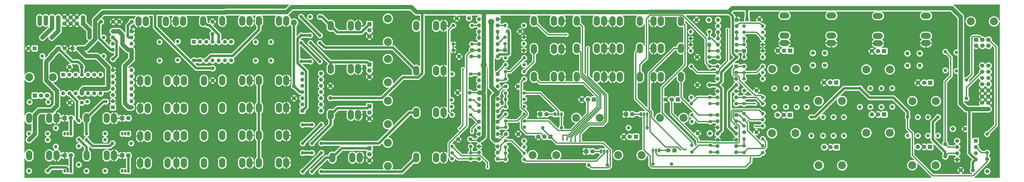
<source format=gtl>
G04 #@! TF.GenerationSoftware,KiCad,Pcbnew,(5.1.10)-1*
G04 #@! TF.CreationDate,2022-02-04T18:39:41-05:00*
G04 #@! TF.ProjectId,Utility_board,5574696c-6974-4795-9f62-6f6172642e6b,rev?*
G04 #@! TF.SameCoordinates,Original*
G04 #@! TF.FileFunction,Copper,L1,Top*
G04 #@! TF.FilePolarity,Positive*
%FSLAX46Y46*%
G04 Gerber Fmt 4.6, Leading zero omitted, Abs format (unit mm)*
G04 Created by KiCad (PCBNEW (5.1.10)-1) date 2022-02-04 18:39:41*
%MOMM*%
%LPD*%
G01*
G04 APERTURE LIST*
G04 #@! TA.AperFunction,ComponentPad*
%ADD10C,1.400000*%
G04 #@! TD*
G04 #@! TA.AperFunction,ComponentPad*
%ADD11O,1.400000X1.400000*%
G04 #@! TD*
G04 #@! TA.AperFunction,ComponentPad*
%ADD12O,2.500000X4.000000*%
G04 #@! TD*
G04 #@! TA.AperFunction,ComponentPad*
%ADD13R,1.050000X1.500000*%
G04 #@! TD*
G04 #@! TA.AperFunction,ComponentPad*
%ADD14O,1.050000X1.500000*%
G04 #@! TD*
G04 #@! TA.AperFunction,ComponentPad*
%ADD15C,1.600000*%
G04 #@! TD*
G04 #@! TA.AperFunction,ComponentPad*
%ADD16R,1.600000X1.600000*%
G04 #@! TD*
G04 #@! TA.AperFunction,ComponentPad*
%ADD17O,1.500000X1.500000*%
G04 #@! TD*
G04 #@! TA.AperFunction,ComponentPad*
%ADD18R,1.500000X1.500000*%
G04 #@! TD*
G04 #@! TA.AperFunction,ComponentPad*
%ADD19C,1.800000*%
G04 #@! TD*
G04 #@! TA.AperFunction,ComponentPad*
%ADD20R,1.800000X1.800000*%
G04 #@! TD*
G04 #@! TA.AperFunction,ComponentPad*
%ADD21C,1.700000*%
G04 #@! TD*
G04 #@! TA.AperFunction,ComponentPad*
%ADD22O,1.600000X1.600000*%
G04 #@! TD*
G04 #@! TA.AperFunction,ComponentPad*
%ADD23C,3.240000*%
G04 #@! TD*
G04 #@! TA.AperFunction,ComponentPad*
%ADD24O,4.000000X2.500000*%
G04 #@! TD*
G04 #@! TA.AperFunction,ViaPad*
%ADD25C,0.800000*%
G04 #@! TD*
G04 #@! TA.AperFunction,ViaPad*
%ADD26C,2.500000*%
G04 #@! TD*
G04 #@! TA.AperFunction,Conductor*
%ADD27C,0.500000*%
G04 #@! TD*
G04 #@! TA.AperFunction,Conductor*
%ADD28C,1.000000*%
G04 #@! TD*
G04 #@! TA.AperFunction,Conductor*
%ADD29C,1.750000*%
G04 #@! TD*
G04 #@! TA.AperFunction,Conductor*
%ADD30C,0.254000*%
G04 #@! TD*
G04 #@! TA.AperFunction,Conductor*
%ADD31C,0.100000*%
G04 #@! TD*
G04 APERTURE END LIST*
D10*
X427583600Y-79656940D03*
D11*
X427583600Y-87276940D03*
D12*
X35869000Y-73152000D03*
X44069000Y-73152000D03*
X47069000Y-73152000D03*
D13*
X293497000Y-86360000D03*
D14*
X290957000Y-86360000D03*
X292227000Y-86360000D03*
D15*
X211662000Y-47879000D03*
X216662000Y-47879000D03*
X313944000Y-48133000D03*
X308944000Y-48133000D03*
X35600000Y-44577000D03*
D16*
X38100000Y-44577000D03*
D15*
X56094000Y-44577000D03*
D16*
X53594000Y-44577000D03*
X47879000Y-44577000D03*
D15*
X50379000Y-44577000D03*
X314198000Y-79375000D03*
X309198000Y-79375000D03*
X230712000Y-60198000D03*
X235712000Y-60198000D03*
X52404000Y-66802000D03*
X57404000Y-66802000D03*
X230839000Y-79629000D03*
X235839000Y-79629000D03*
X333248000Y-61849000D03*
X328248000Y-61849000D03*
X309071000Y-59563000D03*
X314071000Y-59563000D03*
X159004000Y-64944000D03*
X159004000Y-59944000D03*
X333248000Y-78867000D03*
X328248000Y-78867000D03*
X110871000Y-33655000D03*
X110871000Y-38655000D03*
X110871000Y-52705000D03*
X110871000Y-57705000D03*
X211027000Y-62738000D03*
X216027000Y-62738000D03*
X57404000Y-52197000D03*
X52404000Y-52197000D03*
X216281000Y-81788000D03*
X211281000Y-81788000D03*
X144145000Y-60024000D03*
X144145000Y-65024000D03*
X77771000Y-33655000D03*
X72771000Y-33655000D03*
X70231000Y-33655000D03*
X65231000Y-33655000D03*
D17*
X209296000Y-45339000D03*
D18*
X216916000Y-45339000D03*
X313944000Y-43053000D03*
D17*
X306324000Y-43053000D03*
X238125000Y-45339000D03*
D18*
X230505000Y-45339000D03*
X328168000Y-45593000D03*
D17*
X335788000Y-45593000D03*
D19*
X266192000Y-86741000D03*
D20*
X263652000Y-86741000D03*
X299720000Y-86360000D03*
D19*
X297180000Y-86360000D03*
X247396000Y-71501000D03*
D20*
X244856000Y-71501000D03*
X279908000Y-71501000D03*
D19*
X282448000Y-71501000D03*
D20*
X50419000Y-73152000D03*
D19*
X52959000Y-73152000D03*
X76454000Y-73152000D03*
D20*
X73914000Y-73152000D03*
D19*
X52959000Y-88392000D03*
D20*
X50419000Y-88392000D03*
X73914000Y-88392000D03*
D19*
X76454000Y-88392000D03*
G04 #@! TA.AperFunction,ComponentPad*
G36*
G01*
X58512000Y-35267000D02*
X57312000Y-35267000D01*
G75*
G02*
X57062000Y-35017000I0J250000D01*
G01*
X57062000Y-33817000D01*
G75*
G02*
X57312000Y-33567000I250000J0D01*
G01*
X58512000Y-33567000D01*
G75*
G02*
X58762000Y-33817000I0J-250000D01*
G01*
X58762000Y-35017000D01*
G75*
G02*
X58512000Y-35267000I-250000J0D01*
G01*
G37*
G04 #@! TD.AperFunction*
D21*
X55372000Y-34417000D03*
X52832000Y-34417000D03*
X50292000Y-34417000D03*
X47752000Y-34417000D03*
X45212000Y-34417000D03*
X42672000Y-34417000D03*
X40132000Y-34417000D03*
X57912000Y-31877000D03*
X55372000Y-31877000D03*
X52832000Y-31877000D03*
X50292000Y-31877000D03*
X47752000Y-31877000D03*
X45212000Y-31877000D03*
X42672000Y-31877000D03*
X40132000Y-31877000D03*
D13*
X269748000Y-86741000D03*
D14*
X272288000Y-86741000D03*
X271018000Y-86741000D03*
X252222000Y-71501000D03*
X253492000Y-71501000D03*
D13*
X250952000Y-71501000D03*
X286004000Y-71501000D03*
D14*
X288544000Y-71501000D03*
X287274000Y-71501000D03*
X51689000Y-79502000D03*
X50419000Y-79502000D03*
D13*
X52959000Y-79502000D03*
D14*
X75184000Y-79502000D03*
X73914000Y-79502000D03*
D13*
X76454000Y-79502000D03*
D14*
X51689000Y-94742000D03*
X50419000Y-94742000D03*
D13*
X52959000Y-94742000D03*
X76454000Y-94742000D03*
D14*
X73914000Y-94742000D03*
X75184000Y-94742000D03*
D10*
X230759000Y-76835000D03*
D11*
X238379000Y-76835000D03*
X238379000Y-74295000D03*
D10*
X230759000Y-74295000D03*
D11*
X335788000Y-76327000D03*
D10*
X328168000Y-76327000D03*
X328168000Y-71247000D03*
D11*
X335788000Y-71247000D03*
X238252000Y-54102000D03*
D10*
X230632000Y-54102000D03*
D11*
X238252000Y-57150000D03*
D10*
X230632000Y-57150000D03*
X328168000Y-57023000D03*
D11*
X335788000Y-57023000D03*
X335788000Y-54483000D03*
D10*
X328168000Y-54483000D03*
X230632000Y-71501000D03*
D11*
X238252000Y-71501000D03*
X335788000Y-73787000D03*
D10*
X328168000Y-73787000D03*
D11*
X238252000Y-48514000D03*
D10*
X230632000Y-48514000D03*
X328168000Y-51943000D03*
D11*
X335788000Y-51943000D03*
D10*
X230632000Y-82423000D03*
D11*
X238252000Y-82423000D03*
X335788000Y-84455000D03*
D10*
X328168000Y-84455000D03*
D11*
X230632000Y-51308000D03*
D10*
X238252000Y-51308000D03*
X216408000Y-84709000D03*
D11*
X208788000Y-84709000D03*
D10*
X328168000Y-64643000D03*
D11*
X335788000Y-64643000D03*
X306832000Y-84201000D03*
D10*
X314452000Y-84201000D03*
D11*
X208534000Y-65659000D03*
D10*
X216154000Y-65659000D03*
X314198000Y-64643000D03*
D11*
X306578000Y-64643000D03*
X216408000Y-87376000D03*
D10*
X208788000Y-87376000D03*
X314452000Y-86995000D03*
D11*
X306832000Y-86995000D03*
D10*
X216154000Y-68453000D03*
D11*
X208534000Y-68453000D03*
X306578000Y-67183000D03*
D10*
X314198000Y-67183000D03*
D11*
X238252000Y-87503000D03*
D10*
X230632000Y-87503000D03*
X335788000Y-81661000D03*
D11*
X328168000Y-81661000D03*
D10*
X230632000Y-68453000D03*
D11*
X238252000Y-68453000D03*
X335788000Y-67183000D03*
D10*
X328168000Y-67183000D03*
D11*
X230632000Y-90043000D03*
D10*
X238252000Y-90043000D03*
X335788000Y-87249000D03*
D11*
X328168000Y-87249000D03*
D10*
X238252000Y-62865000D03*
D11*
X230632000Y-62865000D03*
X230632000Y-84963000D03*
D10*
X238252000Y-84963000D03*
X208788000Y-89789000D03*
D11*
X216408000Y-89789000D03*
X328168000Y-37973000D03*
D10*
X335788000Y-37973000D03*
D11*
X306324000Y-37719000D03*
D10*
X313944000Y-37719000D03*
D11*
X306324000Y-45593000D03*
D10*
X313944000Y-45593000D03*
D11*
X230632000Y-65405000D03*
D10*
X238252000Y-65405000D03*
X230505000Y-42672000D03*
D11*
X238125000Y-42672000D03*
D10*
X328168000Y-40513000D03*
D11*
X335788000Y-40513000D03*
D10*
X328168000Y-48133000D03*
D11*
X335788000Y-48133000D03*
D10*
X216916000Y-42799000D03*
D11*
X209296000Y-42799000D03*
X306324000Y-40513000D03*
D10*
X313944000Y-40513000D03*
X230505000Y-40005000D03*
D11*
X238125000Y-40005000D03*
X264668000Y-92329000D03*
D10*
X272288000Y-92329000D03*
X328168000Y-43053000D03*
D11*
X335788000Y-43053000D03*
D10*
X290957000Y-91948000D03*
D11*
X298577000Y-91948000D03*
D10*
X253492000Y-77089000D03*
D11*
X245872000Y-77089000D03*
X280924000Y-77089000D03*
D10*
X288544000Y-77089000D03*
D11*
X216916000Y-35179000D03*
D10*
X209296000Y-35179000D03*
X314452000Y-74549000D03*
D11*
X306832000Y-74549000D03*
X230505000Y-35179000D03*
D10*
X238125000Y-35179000D03*
D11*
X335788000Y-35433000D03*
D10*
X328168000Y-35433000D03*
X216408000Y-71755000D03*
D11*
X208788000Y-71755000D03*
X306832000Y-71882000D03*
D10*
X314452000Y-71882000D03*
X216408000Y-55118000D03*
D11*
X208788000Y-55118000D03*
D10*
X314198000Y-51943000D03*
D11*
X306578000Y-51943000D03*
X154686000Y-31623000D03*
D10*
X154686000Y-39243000D03*
D11*
X150876000Y-42291000D03*
D10*
X150876000Y-49911000D03*
X151511000Y-75819000D03*
D11*
X151511000Y-83439000D03*
D10*
X151511000Y-87376000D03*
D11*
X151511000Y-94996000D03*
X147066000Y-31623000D03*
D10*
X147066000Y-39243000D03*
D11*
X147066000Y-49911000D03*
D10*
X147066000Y-42291000D03*
X147701000Y-83439000D03*
D11*
X147701000Y-75819000D03*
X147701000Y-87376000D03*
D10*
X147701000Y-94996000D03*
X150749000Y-31623000D03*
D11*
X150749000Y-39243000D03*
D10*
X154686000Y-42291000D03*
D11*
X154686000Y-49911000D03*
X155321000Y-75819000D03*
D10*
X155321000Y-83439000D03*
X155321000Y-94996000D03*
D11*
X155321000Y-87376000D03*
X77724000Y-49022000D03*
D10*
X70104000Y-49022000D03*
X66294000Y-40132000D03*
D11*
X66294000Y-47752000D03*
X35814000Y-79502000D03*
D10*
X43434000Y-79502000D03*
D11*
X35814000Y-82042000D03*
D10*
X43434000Y-82042000D03*
X66929000Y-79502000D03*
D11*
X59309000Y-79502000D03*
X59309000Y-82042000D03*
D10*
X66929000Y-82042000D03*
D11*
X35814000Y-94742000D03*
D10*
X43434000Y-94742000D03*
X56134000Y-92202000D03*
D11*
X56134000Y-84582000D03*
D10*
X66929000Y-94742000D03*
D11*
X59309000Y-94742000D03*
X69977000Y-83439000D03*
D10*
X77597000Y-83439000D03*
D22*
X219837000Y-55118000D03*
X227457000Y-70358000D03*
X219837000Y-57658000D03*
X227457000Y-67818000D03*
X219837000Y-60198000D03*
X227457000Y-65278000D03*
X219837000Y-62738000D03*
X227457000Y-62738000D03*
X219837000Y-65278000D03*
X227457000Y-60198000D03*
X219837000Y-67818000D03*
X227457000Y-57658000D03*
X219837000Y-70358000D03*
D16*
X227457000Y-55118000D03*
X227457000Y-74549000D03*
D22*
X219837000Y-89789000D03*
X227457000Y-77089000D03*
X219837000Y-87249000D03*
X227457000Y-79629000D03*
X219837000Y-84709000D03*
X227457000Y-82169000D03*
X219837000Y-82169000D03*
X227457000Y-84709000D03*
X219837000Y-79629000D03*
X227457000Y-87249000D03*
X219837000Y-77089000D03*
X227457000Y-89789000D03*
X219837000Y-74549000D03*
X317373000Y-51943000D03*
X324993000Y-67183000D03*
X317373000Y-54483000D03*
X324993000Y-64643000D03*
X317373000Y-57023000D03*
X324993000Y-62103000D03*
X317373000Y-59563000D03*
X324993000Y-59563000D03*
X317373000Y-62103000D03*
X324993000Y-57023000D03*
X317373000Y-64643000D03*
X324993000Y-54483000D03*
X317373000Y-67183000D03*
D16*
X324993000Y-51943000D03*
X324993000Y-71882000D03*
D22*
X317373000Y-87122000D03*
X324993000Y-74422000D03*
X317373000Y-84582000D03*
X324993000Y-76962000D03*
X317373000Y-82042000D03*
X324993000Y-79502000D03*
X317373000Y-79502000D03*
X324993000Y-82042000D03*
X317373000Y-76962000D03*
X324993000Y-84582000D03*
X317373000Y-74422000D03*
X324993000Y-87122000D03*
X317373000Y-71882000D03*
D16*
X103251000Y-41910000D03*
D22*
X118491000Y-49530000D03*
X105791000Y-41910000D03*
X115951000Y-49530000D03*
X108331000Y-41910000D03*
X113411000Y-49530000D03*
X110871000Y-41910000D03*
X110871000Y-49530000D03*
X113411000Y-41910000D03*
X108331000Y-49530000D03*
X115951000Y-41910000D03*
X105791000Y-49530000D03*
X118491000Y-41910000D03*
X103251000Y-49530000D03*
D16*
X147574000Y-70104000D03*
D22*
X155194000Y-54864000D03*
X147574000Y-67564000D03*
X155194000Y-57404000D03*
X147574000Y-65024000D03*
X155194000Y-59944000D03*
X147574000Y-62484000D03*
X155194000Y-62484000D03*
X147574000Y-59944000D03*
X155194000Y-65024000D03*
X147574000Y-57404000D03*
X155194000Y-67564000D03*
X147574000Y-54864000D03*
X155194000Y-70104000D03*
D16*
X49784000Y-55372000D03*
D22*
X65024000Y-62992000D03*
X52324000Y-55372000D03*
X62484000Y-62992000D03*
X54864000Y-55372000D03*
X59944000Y-62992000D03*
X57404000Y-55372000D03*
X57404000Y-62992000D03*
X59944000Y-55372000D03*
X54864000Y-62992000D03*
X62484000Y-55372000D03*
X52324000Y-62992000D03*
X65024000Y-55372000D03*
X49784000Y-62992000D03*
X219837000Y-32639000D03*
X227457000Y-47879000D03*
X219837000Y-35179000D03*
X227457000Y-45339000D03*
X219837000Y-37719000D03*
X227457000Y-42799000D03*
X219837000Y-40259000D03*
X227457000Y-40259000D03*
X219837000Y-42799000D03*
X227457000Y-37719000D03*
X219837000Y-45339000D03*
X227457000Y-35179000D03*
X219837000Y-47879000D03*
D16*
X227457000Y-32639000D03*
D22*
X317500000Y-32893000D03*
X325120000Y-48133000D03*
X317500000Y-35433000D03*
X325120000Y-45593000D03*
X317500000Y-37973000D03*
X325120000Y-43053000D03*
X317500000Y-40513000D03*
X325120000Y-40513000D03*
X317500000Y-43053000D03*
X325120000Y-37973000D03*
X317500000Y-45593000D03*
X325120000Y-35433000D03*
X317500000Y-48133000D03*
D16*
X325120000Y-32893000D03*
D12*
X270957000Y-44577000D03*
X267957000Y-44577000D03*
X259757000Y-44577000D03*
X302332000Y-44577000D03*
X294132000Y-44577000D03*
X291132000Y-44577000D03*
X253457000Y-44831000D03*
X250457000Y-44831000D03*
X242257000Y-44831000D03*
X285568000Y-44577000D03*
X277368000Y-44577000D03*
X274368000Y-44577000D03*
X259757000Y-33295000D03*
X267957000Y-33295000D03*
X270957000Y-33295000D03*
X302332000Y-33401000D03*
X294132000Y-33401000D03*
X291132000Y-33401000D03*
X242257000Y-33295000D03*
X250457000Y-33295000D03*
X253457000Y-33295000D03*
X274368000Y-33401000D03*
X277368000Y-33401000D03*
X285568000Y-33401000D03*
X259757000Y-56211000D03*
X267957000Y-56211000D03*
X270957000Y-56211000D03*
X291132000Y-56261000D03*
X294132000Y-56261000D03*
X302332000Y-56261000D03*
X253457000Y-56211000D03*
X250457000Y-56211000D03*
X242257000Y-56211000D03*
X274368000Y-56261000D03*
X277368000Y-56261000D03*
X285568000Y-56261000D03*
X126001000Y-33295000D03*
X123001000Y-33295000D03*
X114801000Y-33295000D03*
X91766000Y-33540000D03*
X83566000Y-33540000D03*
X80566000Y-33540000D03*
X107006000Y-33380000D03*
X98806000Y-33380000D03*
X95806000Y-33380000D03*
X129801000Y-33295000D03*
X138001000Y-33295000D03*
X141001000Y-33295000D03*
X114801000Y-57700000D03*
X123001000Y-57700000D03*
X126001000Y-57700000D03*
X126001000Y-68930000D03*
X123001000Y-68930000D03*
X114801000Y-68930000D03*
X114801000Y-80160000D03*
X123001000Y-80160000D03*
X126001000Y-80160000D03*
X81291000Y-91525000D03*
X84291000Y-91525000D03*
X92491000Y-91525000D03*
X92491000Y-80455000D03*
X84291000Y-80455000D03*
X81291000Y-80455000D03*
X81291000Y-69065000D03*
X84291000Y-69065000D03*
X92491000Y-69065000D03*
X96136000Y-91525000D03*
X99136000Y-91525000D03*
X107336000Y-91525000D03*
X107336000Y-80295000D03*
X99136000Y-80295000D03*
X96136000Y-80295000D03*
X96136000Y-69065000D03*
X99136000Y-69065000D03*
X107336000Y-69065000D03*
X126001000Y-91390000D03*
X123001000Y-91390000D03*
X114801000Y-91390000D03*
X141001000Y-57700000D03*
X138001000Y-57700000D03*
X129801000Y-57700000D03*
X129801000Y-68930000D03*
X138001000Y-68930000D03*
X141001000Y-68930000D03*
X141001000Y-80160000D03*
X138001000Y-80160000D03*
X129801000Y-80160000D03*
X92491000Y-57835000D03*
X84291000Y-57835000D03*
X81291000Y-57835000D03*
X96136000Y-57835000D03*
X99136000Y-57835000D03*
X107336000Y-57835000D03*
X129801000Y-91390000D03*
X138001000Y-91390000D03*
X141001000Y-91390000D03*
X170386000Y-35306000D03*
X167386000Y-35306000D03*
X159186000Y-35306000D03*
X159186000Y-52959000D03*
X167386000Y-52959000D03*
X170386000Y-52959000D03*
X170386000Y-71755000D03*
X167386000Y-71755000D03*
X159186000Y-71755000D03*
X171021000Y-89281000D03*
X168021000Y-89281000D03*
X159821000Y-89281000D03*
X205311000Y-35306000D03*
X202311000Y-35306000D03*
X194111000Y-35306000D03*
X194111000Y-53721000D03*
X202311000Y-53721000D03*
X205311000Y-53721000D03*
X194111000Y-70866000D03*
X202311000Y-70866000D03*
X205311000Y-70866000D03*
X194111000Y-89281000D03*
X202311000Y-89281000D03*
X205311000Y-89281000D03*
D16*
X77724000Y-37592000D03*
D22*
X70104000Y-45212000D03*
X77724000Y-40132000D03*
X70104000Y-42672000D03*
X77724000Y-42672000D03*
X70104000Y-40132000D03*
X77724000Y-45212000D03*
X70104000Y-37592000D03*
D12*
X70564000Y-73152000D03*
X67564000Y-73152000D03*
X59364000Y-73152000D03*
X35869000Y-88392000D03*
X44069000Y-88392000D03*
X47069000Y-88392000D03*
X70564000Y-88392000D03*
X67564000Y-88392000D03*
X59364000Y-88392000D03*
D16*
X70104000Y-68707000D03*
D22*
X77724000Y-53467000D03*
X70104000Y-66167000D03*
X77724000Y-56007000D03*
X70104000Y-63627000D03*
X77724000Y-58547000D03*
X70104000Y-61087000D03*
X77724000Y-61087000D03*
X70104000Y-58547000D03*
X77724000Y-63627000D03*
X70104000Y-56007000D03*
X77724000Y-66167000D03*
X70104000Y-53467000D03*
X77724000Y-68707000D03*
D20*
X175006000Y-34671000D03*
D19*
X175006000Y-37171000D03*
X175006000Y-39671000D03*
D23*
X182506000Y-41971000D03*
X182506000Y-32371000D03*
X182506000Y-48881000D03*
X182506000Y-58481000D03*
D19*
X175006000Y-56181000D03*
X175006000Y-53681000D03*
D20*
X175006000Y-51181000D03*
D23*
X182506000Y-66026000D03*
X182506000Y-75626000D03*
D19*
X175006000Y-73326000D03*
X175006000Y-70826000D03*
D20*
X175006000Y-68326000D03*
X175006000Y-85471000D03*
D19*
X175006000Y-87971000D03*
X175006000Y-90471000D03*
D23*
X182506000Y-92771000D03*
X182506000Y-83171000D03*
D20*
X38227000Y-63881000D03*
D19*
X40727000Y-63881000D03*
X43227000Y-63881000D03*
D23*
X45527000Y-56381000D03*
X35927000Y-56381000D03*
D20*
X266827000Y-65532000D03*
D19*
X264327000Y-65532000D03*
X261827000Y-65532000D03*
D23*
X259527000Y-73032000D03*
X269127000Y-73032000D03*
D20*
X301117000Y-65532000D03*
D19*
X298617000Y-65532000D03*
X296117000Y-65532000D03*
D23*
X293817000Y-73032000D03*
X303417000Y-73032000D03*
X251347000Y-88272000D03*
X241747000Y-88272000D03*
D19*
X244047000Y-80772000D03*
X246547000Y-80772000D03*
D20*
X249047000Y-80772000D03*
D23*
X286272000Y-88272000D03*
X276672000Y-88272000D03*
D19*
X278972000Y-80772000D03*
X281472000Y-80772000D03*
D20*
X283972000Y-80772000D03*
D10*
X60579000Y-47752000D03*
D11*
X60579000Y-40132000D03*
D10*
X45085000Y-47752000D03*
D11*
X45085000Y-40132000D03*
X41275000Y-40132000D03*
D10*
X41275000Y-47752000D03*
D15*
X231584500Y-37592000D03*
X236584500Y-37592000D03*
X421744140Y-94447360D03*
X416744140Y-94447360D03*
X413480240Y-77536040D03*
X418480240Y-77536040D03*
X308737000Y-32893000D03*
X313737000Y-32893000D03*
X399986500Y-51625500D03*
X399986500Y-46625500D03*
X356298500Y-46498500D03*
X356298500Y-51498500D03*
X361188000Y-51498500D03*
X361188000Y-46498500D03*
X394970000Y-46625500D03*
X394970000Y-51625500D03*
X410423360Y-83794600D03*
X410423360Y-88794600D03*
X427609000Y-89899480D03*
X427609000Y-94899480D03*
D11*
X403352000Y-72707500D03*
D10*
X403352000Y-80327500D03*
D11*
X399224500Y-72707500D03*
D10*
X399224500Y-80327500D03*
X349694500Y-68516500D03*
D11*
X349694500Y-60896500D03*
X345313000Y-60896500D03*
D10*
X345313000Y-68516500D03*
X364744000Y-80327500D03*
D11*
X364744000Y-72707500D03*
X360426000Y-72707500D03*
D10*
X360426000Y-80327500D03*
D11*
X384302000Y-60896500D03*
D10*
X384302000Y-68516500D03*
X379793500Y-68516500D03*
D11*
X379793500Y-60896500D03*
D10*
X407416000Y-72707500D03*
D11*
X407416000Y-80327500D03*
X395033500Y-80327500D03*
D10*
X395033500Y-72707500D03*
D11*
X353758500Y-68516500D03*
D10*
X353758500Y-60896500D03*
X340550500Y-60896500D03*
D11*
X340550500Y-68516500D03*
X368998500Y-80327500D03*
D10*
X368998500Y-72707500D03*
X355663500Y-72707500D03*
D11*
X355663500Y-80327500D03*
X388747000Y-68453000D03*
D10*
X388747000Y-60833000D03*
X375539000Y-60896500D03*
D11*
X375539000Y-68516500D03*
X410446220Y-53578760D03*
D10*
X410446220Y-45958760D03*
D11*
X414990280Y-46192440D03*
D10*
X414990280Y-53812440D03*
X419138100Y-65057020D03*
D11*
X419138100Y-57437020D03*
D20*
X404290500Y-58667000D03*
D19*
X401790500Y-58667000D03*
X399290500Y-58667000D03*
D23*
X396990500Y-66167000D03*
X406590500Y-66167000D03*
X349313500Y-53022500D03*
X339713500Y-53022500D03*
D19*
X342013500Y-45522500D03*
X344513500Y-45522500D03*
D20*
X347013500Y-45522500D03*
D23*
X368184500Y-66103500D03*
X358584500Y-66103500D03*
D19*
X360884500Y-58603500D03*
X363384500Y-58603500D03*
D20*
X365884500Y-58603500D03*
D23*
X387742500Y-53213000D03*
X378142500Y-53213000D03*
D19*
X380442500Y-45713000D03*
X382942500Y-45713000D03*
D20*
X385442500Y-45713000D03*
X404227000Y-84892500D03*
D19*
X401727000Y-84892500D03*
X399227000Y-84892500D03*
D23*
X396927000Y-92392500D03*
X406527000Y-92392500D03*
X349200500Y-79318500D03*
X339600500Y-79318500D03*
D19*
X341900500Y-71818500D03*
X344400500Y-71818500D03*
D20*
X346900500Y-71818500D03*
X365950500Y-84963000D03*
D19*
X363450500Y-84963000D03*
X360950500Y-84963000D03*
D23*
X358650500Y-92463000D03*
X368250500Y-92463000D03*
D20*
X385445000Y-71628000D03*
D19*
X382945000Y-71628000D03*
X380445000Y-71628000D03*
D23*
X378145000Y-79128000D03*
X387745000Y-79128000D03*
D24*
X402526500Y-42418000D03*
X402526500Y-39418000D03*
X402526500Y-31218000D03*
X344678000Y-31154500D03*
X344678000Y-39354500D03*
X344678000Y-42354500D03*
X363855000Y-42354500D03*
X363855000Y-39354500D03*
X363855000Y-31154500D03*
X382905000Y-42481500D03*
X382905000Y-39481500D03*
X382905000Y-31281500D03*
D15*
X210693000Y-32258000D03*
X215693000Y-32258000D03*
X334391000Y-32766000D03*
X329391000Y-32766000D03*
D19*
X423100500Y-43521000D03*
X425600500Y-43521000D03*
X428100500Y-43521000D03*
D23*
X420850500Y-33521000D03*
X430350500Y-33521000D03*
D19*
X428100500Y-41021000D03*
X425600500Y-41021000D03*
D20*
X423100500Y-41021000D03*
G04 #@! TA.AperFunction,ComponentPad*
G36*
G01*
X424691440Y-70002960D02*
X424691440Y-68802960D01*
G75*
G02*
X424941440Y-68552960I250000J0D01*
G01*
X426141440Y-68552960D01*
G75*
G02*
X426391440Y-68802960I0J-250000D01*
G01*
X426391440Y-70002960D01*
G75*
G02*
X426141440Y-70252960I-250000J0D01*
G01*
X424941440Y-70252960D01*
G75*
G02*
X424691440Y-70002960I0J250000D01*
G01*
G37*
G04 #@! TD.AperFunction*
D21*
X425541440Y-66862960D03*
X425541440Y-64322960D03*
X425541440Y-61782960D03*
X425541440Y-59242960D03*
X425541440Y-56702960D03*
X425541440Y-54162960D03*
X425541440Y-51622960D03*
X428081440Y-69402960D03*
X428081440Y-66862960D03*
X428081440Y-64322960D03*
X428081440Y-61782960D03*
X428081440Y-59242960D03*
X428081440Y-56702960D03*
X428081440Y-54162960D03*
X428081440Y-51622960D03*
D10*
X128478280Y-49565560D03*
D11*
X128478280Y-41945560D03*
X89179400Y-41945560D03*
D10*
X89179400Y-49565560D03*
X96641920Y-49367440D03*
D11*
X96641920Y-41747440D03*
X134741920Y-41945560D03*
D10*
X134741920Y-49565560D03*
D16*
X422894760Y-82453480D03*
D22*
X415274760Y-90073480D03*
X422894760Y-84993480D03*
X415274760Y-87533480D03*
X422894760Y-87533480D03*
X415274760Y-84993480D03*
X422894760Y-90073480D03*
X415274760Y-82453480D03*
D11*
X43662600Y-66522600D03*
D10*
X36042600Y-66522600D03*
X67259200Y-66344800D03*
D11*
X59639200Y-66344800D03*
D10*
X46761400Y-84785200D03*
D11*
X46761400Y-77165200D03*
X56184800Y-74218800D03*
D10*
X56184800Y-81838800D03*
D25*
X228981000Y-64135000D03*
X233235500Y-55626000D03*
X233235500Y-49911000D03*
X233235500Y-48196500D03*
X233235500Y-46609000D03*
X228663500Y-49911000D03*
X233235500Y-58674000D03*
X234696000Y-65024000D03*
X233172000Y-65913000D03*
X233172000Y-63754000D03*
X216027000Y-59563000D03*
X216027000Y-60833000D03*
X216662000Y-60198000D03*
X218313000Y-61468000D03*
X218186000Y-58801000D03*
X310388000Y-57023000D03*
X309245000Y-57023000D03*
X308102000Y-56388000D03*
X306959000Y-55499000D03*
X310388000Y-62484000D03*
X309118000Y-62484000D03*
D26*
X300482000Y-38481000D03*
X295148000Y-38608000D03*
X298196000Y-34925000D03*
X297942000Y-41910000D03*
D25*
X311023000Y-45085000D03*
X310134000Y-43942000D03*
X309118000Y-42799000D03*
X308229000Y-42037000D03*
X308229000Y-43942000D03*
X309880000Y-45212000D03*
D26*
X291592000Y-49784000D03*
X287020000Y-62992000D03*
D25*
X406082500Y-47307500D03*
X406082500Y-48831500D03*
X406082500Y-50546000D03*
X407352500Y-47942500D03*
X407352500Y-49657000D03*
D26*
X252666500Y-63690500D03*
X258381500Y-63690500D03*
X256349500Y-68516500D03*
X321119500Y-33274000D03*
X340106000Y-36385500D03*
X354076000Y-35496500D03*
X374269000Y-36068000D03*
X343979500Y-89662000D03*
X383032000Y-89471500D03*
X410654500Y-31115000D03*
X405828500Y-35623500D03*
X420497000Y-37719000D03*
D25*
X330835000Y-89408000D03*
X257429000Y-82550000D03*
X304292000Y-85979000D03*
X332867000Y-76454000D03*
X302133000Y-85979000D03*
X259207000Y-82550000D03*
X223266000Y-93218000D03*
X255524000Y-38989000D03*
X264287000Y-44450000D03*
X261112000Y-82550000D03*
X332613000Y-67183000D03*
X321437000Y-36957000D03*
X216916000Y-78740000D03*
X255778000Y-81915000D03*
X213233000Y-53086000D03*
X254127000Y-81915000D03*
X211899500Y-77406500D03*
D26*
X221712001Y-51464999D03*
X224790000Y-33782000D03*
X144145000Y-34036000D03*
D27*
X219837000Y-47879000D02*
X216662000Y-47879000D01*
X317500000Y-48133000D02*
X313944000Y-48133000D01*
D28*
X76592630Y-40132000D02*
X77724000Y-40132000D01*
X76223999Y-39763369D02*
X76592630Y-40132000D01*
X76223999Y-35202001D02*
X76223999Y-39763369D01*
X77771000Y-33655000D02*
X76223999Y-35202001D01*
X69301998Y-45212000D02*
X70104000Y-45212000D01*
X64431001Y-40341003D02*
X69301998Y-45212000D01*
X64431001Y-34454999D02*
X64431001Y-40341003D01*
X65231000Y-33655000D02*
X64431001Y-34454999D01*
D27*
X411622240Y-84993480D02*
X410423360Y-83794600D01*
X415274760Y-84993480D02*
X411622240Y-84993480D01*
X410423360Y-83794600D02*
X410423360Y-58160920D01*
X410423360Y-58160920D02*
X412699200Y-55885080D01*
X412699200Y-48211740D02*
X410446220Y-45958760D01*
X412699200Y-55885080D02*
X412699200Y-48211740D01*
X411684480Y-87533480D02*
X410423360Y-88794600D01*
X415274760Y-87533480D02*
X411684480Y-87533480D01*
D28*
X410423360Y-88794600D02*
X410423360Y-87038180D01*
X410423360Y-87038180D02*
X405361140Y-81975960D01*
X405361140Y-74762360D02*
X407416000Y-72707500D01*
X405361140Y-81975960D02*
X405361140Y-74762360D01*
D27*
X219837000Y-45339000D02*
X216916000Y-45339000D01*
X207637999Y-88638999D02*
X208788000Y-89789000D01*
X207637999Y-83446001D02*
X207637999Y-88638999D01*
X214776999Y-76307001D02*
X207637999Y-83446001D01*
X214776999Y-47478001D02*
X214776999Y-76307001D01*
X216916000Y-45339000D02*
X214776999Y-47478001D01*
X317500000Y-45593000D02*
X313944000Y-45593000D01*
X313944000Y-45593000D02*
X313944000Y-43053000D01*
X227457000Y-45339000D02*
X230505000Y-45339000D01*
X230505000Y-45339000D02*
X230505000Y-42672000D01*
X325120000Y-45593000D02*
X328168000Y-45593000D01*
X328168000Y-45593000D02*
X328168000Y-48133000D01*
X269748000Y-86741000D02*
X266192000Y-86741000D01*
X293497000Y-86360000D02*
X297180000Y-86360000D01*
X250952000Y-71501000D02*
X247396000Y-71501000D01*
X286004000Y-71501000D02*
X282448000Y-71501000D01*
D28*
X52959000Y-79502000D02*
X52959000Y-73152000D01*
X52959000Y-88392000D02*
X52959000Y-94742000D01*
X76454000Y-94742000D02*
X76454000Y-88392000D01*
D29*
X42672000Y-34417000D02*
X42672000Y-31877000D01*
X40132000Y-34417000D02*
X40132000Y-31877000D01*
D27*
X272288000Y-92329000D02*
X272288000Y-86741000D01*
X238951999Y-90742999D02*
X238252000Y-90043000D01*
X267831003Y-90742999D02*
X238951999Y-90742999D01*
X271018000Y-87556002D02*
X267831003Y-90742999D01*
X271018000Y-86741000D02*
X271018000Y-87556002D01*
X290957000Y-91948000D02*
X290957000Y-86360000D01*
X292227000Y-87610000D02*
X292227000Y-86360000D01*
X293143001Y-88526001D02*
X292227000Y-87610000D01*
X335788000Y-87249000D02*
X334637999Y-88399001D01*
X334510999Y-88526001D02*
X334637999Y-88399001D01*
X293143001Y-88526001D02*
X334510999Y-88526001D01*
X244836000Y-62865000D02*
X238252000Y-62865000D01*
X252222000Y-70251000D02*
X244836000Y-62865000D01*
X252222000Y-71501000D02*
X252222000Y-70251000D01*
X253492000Y-77089000D02*
X253492000Y-71501000D01*
X288544000Y-71501000D02*
X288544000Y-77089000D01*
X330835000Y-91059000D02*
X330835000Y-91059000D01*
X330835000Y-91059000D02*
X330835000Y-89408000D01*
X328795999Y-93098001D02*
X330835000Y-91059000D01*
X289806999Y-92500001D02*
X290404999Y-93098001D01*
X289806999Y-88743397D02*
X289806999Y-92500001D01*
X287274000Y-86210398D02*
X289806999Y-88743397D01*
X290404999Y-93098001D02*
X328795999Y-93098001D01*
X287274000Y-71501000D02*
X287274000Y-86210398D01*
D28*
X44884010Y-93291990D02*
X43434000Y-94742000D01*
X50926415Y-93291990D02*
X44884010Y-93291990D01*
X51689000Y-94054575D02*
X50926415Y-93291990D01*
X51689000Y-94742000D02*
X51689000Y-94054575D01*
D27*
X230505000Y-77089000D02*
X230759000Y-76835000D01*
X227457000Y-77089000D02*
X230505000Y-77089000D01*
X230759000Y-76835000D02*
X230759000Y-74295000D01*
X235458000Y-74295000D02*
X238252000Y-71501000D01*
X230759000Y-74295000D02*
X235458000Y-74295000D01*
X269577021Y-63291058D02*
X269577021Y-69015467D01*
X261457010Y-55171048D02*
X269577021Y-63291058D01*
X261457010Y-46277010D02*
X261457010Y-55171048D01*
X259757000Y-44577000D02*
X261457010Y-46277010D01*
X269577021Y-69015467D02*
X257429000Y-81163488D01*
X257429000Y-81163488D02*
X257429000Y-82550000D01*
X257429000Y-82550000D02*
X257429000Y-82550000D01*
X257383601Y-78239001D02*
X252102001Y-78239001D01*
X264327000Y-71295602D02*
X257383601Y-78239001D01*
X264327000Y-65532000D02*
X264327000Y-71295602D01*
X248158000Y-74295000D02*
X238379000Y-74295000D01*
X252102001Y-78239001D02*
X248158000Y-74295000D01*
X289431990Y-69723390D02*
X290394011Y-70685411D01*
X289431990Y-54806833D02*
X289431990Y-69723390D01*
X299661823Y-44577000D02*
X289431990Y-54806833D01*
X302332000Y-44577000D02*
X299661823Y-44577000D01*
X290394011Y-72982009D02*
X303391002Y-85979000D01*
X290394011Y-70685411D02*
X290394011Y-72982009D01*
X303391002Y-85979000D02*
X304292000Y-85979000D01*
X304292000Y-85979000D02*
X304292000Y-85979000D01*
X335661000Y-76454000D02*
X335788000Y-76327000D01*
X332867000Y-76454000D02*
X335661000Y-76454000D01*
X327468001Y-70547001D02*
X328168000Y-71247000D01*
X323917997Y-70547001D02*
X327468001Y-70547001D01*
X323742999Y-70721999D02*
X323917997Y-70547001D01*
X323742999Y-73171999D02*
X323742999Y-70721999D01*
X324993000Y-74422000D02*
X323742999Y-73171999D01*
X326263000Y-74422000D02*
X328168000Y-76327000D01*
X324993000Y-74422000D02*
X326263000Y-74422000D01*
X330708000Y-73787000D02*
X328168000Y-71247000D01*
X335788000Y-73787000D02*
X330708000Y-73787000D01*
X334387991Y-69846991D02*
X335788000Y-71247000D01*
X298617000Y-65532000D02*
X298617000Y-71295602D01*
X325774999Y-83292001D02*
X326243001Y-82823999D01*
X315333999Y-83050999D02*
X315575001Y-83292001D01*
X326243001Y-82823999D02*
X326243001Y-76361999D01*
X323042989Y-70432046D02*
X323628044Y-69846991D01*
X326243001Y-76361999D02*
X325553003Y-75672001D01*
X325553003Y-75672001D02*
X324392999Y-75672001D01*
X309229397Y-83050999D02*
X315333999Y-83050999D01*
X324392999Y-75672001D02*
X323042989Y-74321991D01*
X323042989Y-74321991D02*
X323042989Y-70432046D01*
X315575001Y-83292001D02*
X325774999Y-83292001D01*
X323628044Y-69846991D02*
X334387991Y-69846991D01*
X309229397Y-81907999D02*
X298617000Y-71295602D01*
X309229397Y-83050999D02*
X309229397Y-81907999D01*
X242257000Y-50097000D02*
X238252000Y-54102000D01*
X242257000Y-44831000D02*
X242257000Y-50097000D01*
X230124000Y-57658000D02*
X230632000Y-57150000D01*
X227457000Y-57658000D02*
X230124000Y-57658000D01*
X230632000Y-57150000D02*
X230632000Y-54102000D01*
X232664000Y-54102000D02*
X238252000Y-48514000D01*
X230632000Y-54102000D02*
X232664000Y-54102000D01*
X237101999Y-69005001D02*
X237101999Y-58300001D01*
X238056003Y-69603001D02*
X237699999Y-69603001D01*
X239402001Y-72053001D02*
X239402001Y-70948999D01*
X237101999Y-58300001D02*
X238252000Y-57150000D01*
X238804001Y-72651001D02*
X239402001Y-72053001D01*
X238320997Y-72651001D02*
X238804001Y-72651001D01*
X237699999Y-69603001D02*
X237101999Y-69005001D01*
X237228999Y-73742999D02*
X238320997Y-72651001D01*
X237228999Y-77387001D02*
X237228999Y-73742999D01*
X239402001Y-70948999D02*
X238056003Y-69603001D01*
X239263997Y-79421999D02*
X237228999Y-77387001D01*
X245196999Y-79421999D02*
X239263997Y-79421999D01*
X246547000Y-80772000D02*
X245196999Y-79421999D01*
X324993000Y-54483000D02*
X328168000Y-54483000D01*
X328168000Y-54483000D02*
X328168000Y-57023000D01*
X333248000Y-54483000D02*
X335788000Y-51943000D01*
X328168000Y-54483000D02*
X333248000Y-54483000D01*
X283867990Y-65221118D02*
X289694001Y-71047129D01*
X283867990Y-46277010D02*
X283867990Y-65221118D01*
X289694001Y-71047129D02*
X289694001Y-78605999D01*
X285568000Y-44577000D02*
X283867990Y-46277010D01*
X289694001Y-78605999D02*
X296051002Y-84963000D01*
X296051002Y-84963000D02*
X301117000Y-84963000D01*
X301117000Y-84963000D02*
X302133000Y-85979000D01*
X302133000Y-85979000D02*
X302133000Y-85979000D01*
X227584000Y-74549000D02*
X230632000Y-71501000D01*
X227457000Y-74549000D02*
X227584000Y-74549000D01*
X326263000Y-71882000D02*
X328168000Y-73787000D01*
X324993000Y-71882000D02*
X326263000Y-71882000D01*
X329498001Y-78165001D02*
X335788000Y-84455000D01*
X329498001Y-75117001D02*
X329498001Y-78165001D01*
X328168000Y-73787000D02*
X329498001Y-75117001D01*
X227457000Y-54483000D02*
X230632000Y-51308000D01*
X227457000Y-55118000D02*
X227457000Y-54483000D01*
X324993000Y-51943000D02*
X328168000Y-51943000D01*
X323742999Y-55083001D02*
X323742999Y-53193001D01*
X324392999Y-55733001D02*
X323742999Y-55083001D01*
X325553003Y-55733001D02*
X324392999Y-55733001D01*
X326243001Y-56422999D02*
X325553003Y-55733001D01*
X326243001Y-57511001D02*
X326243001Y-56422999D01*
X323742999Y-53193001D02*
X324993000Y-51943000D01*
X332674990Y-63942990D02*
X326243001Y-57511001D01*
X335087990Y-63942990D02*
X332674990Y-63942990D01*
X335788000Y-64643000D02*
X335087990Y-63942990D01*
X228707001Y-84347999D02*
X230632000Y-82423000D01*
X228707001Y-85998999D02*
X228707001Y-84347999D01*
X227457000Y-87249000D02*
X228707001Y-85998999D01*
X233172000Y-82423000D02*
X238252000Y-87503000D01*
X230632000Y-82423000D02*
X233172000Y-82423000D01*
X328168000Y-81661000D02*
X328168000Y-84455000D01*
X325120000Y-84455000D02*
X324993000Y-84582000D01*
X328168000Y-84455000D02*
X325120000Y-84455000D01*
X216408000Y-84709000D02*
X216408000Y-87376000D01*
X219710000Y-87376000D02*
X219837000Y-87249000D01*
X216408000Y-87376000D02*
X219710000Y-87376000D01*
X262157020Y-54881095D02*
X271197001Y-63921076D01*
X271197001Y-74025601D02*
X270038602Y-75184000D01*
X271197001Y-63921076D02*
X271197001Y-74025601D01*
X262157020Y-35695020D02*
X262157020Y-54881095D01*
X270038602Y-75184000D02*
X264398450Y-75184000D01*
X259757000Y-33295000D02*
X262157020Y-35695020D01*
X264398450Y-75184000D02*
X259207000Y-80375450D01*
X259207000Y-80375450D02*
X259207000Y-82550000D01*
X259207000Y-82550000D02*
X259207000Y-82550000D01*
X212605001Y-88526001D02*
X208788000Y-84709000D01*
X220424003Y-88526001D02*
X212605001Y-88526001D01*
X223266000Y-91367998D02*
X220424003Y-88526001D01*
X223266000Y-93218000D02*
X223266000Y-91367998D01*
X324993000Y-64643000D02*
X328168000Y-64643000D01*
X333248000Y-64643000D02*
X335788000Y-67183000D01*
X328168000Y-64643000D02*
X333248000Y-64643000D01*
X304032010Y-51406813D02*
X294766999Y-60671824D01*
X294766999Y-60671824D02*
X294766999Y-70992999D01*
X304032010Y-35101010D02*
X304032010Y-51406813D01*
X302332000Y-33401000D02*
X304032010Y-35101010D01*
X306832000Y-83058000D02*
X294766999Y-70992999D01*
X306832000Y-84201000D02*
X306832000Y-83058000D01*
X314833000Y-84582000D02*
X314452000Y-84201000D01*
X317373000Y-84582000D02*
X314833000Y-84582000D01*
X309626000Y-84201000D02*
X306832000Y-86995000D01*
X314452000Y-84201000D02*
X309626000Y-84201000D01*
X242257000Y-33295000D02*
X247951000Y-38989000D01*
X247951000Y-38989000D02*
X255524000Y-38989000D01*
X255524000Y-38989000D02*
X255524000Y-38989000D01*
X271897011Y-74315554D02*
X270328555Y-75884010D01*
X271897011Y-63631123D02*
X271897011Y-74315554D01*
X264287000Y-56021113D02*
X271897011Y-63631123D01*
X264287000Y-44450000D02*
X264287000Y-56021113D01*
X270328555Y-75884010D02*
X264688402Y-75884010D01*
X264688402Y-75884010D02*
X261112000Y-79460412D01*
X261112000Y-79460412D02*
X261112000Y-82550000D01*
X261112000Y-82550000D02*
X261112000Y-82550000D01*
X217678000Y-65659000D02*
X219837000Y-67818000D01*
X216154000Y-65659000D02*
X217678000Y-65659000D01*
X314198000Y-64643000D02*
X317373000Y-64643000D01*
X309118000Y-64643000D02*
X306578000Y-67183000D01*
X314198000Y-64643000D02*
X309118000Y-64643000D01*
X219837000Y-89789000D02*
X216408000Y-89789000D01*
X211201000Y-89789000D02*
X208788000Y-87376000D01*
X216408000Y-89789000D02*
X211201000Y-89789000D01*
X314579000Y-87122000D02*
X314452000Y-86995000D01*
X317373000Y-87122000D02*
X314579000Y-87122000D01*
X218059000Y-70358000D02*
X216154000Y-68453000D01*
X219837000Y-70358000D02*
X218059000Y-70358000D01*
X314198000Y-67183000D02*
X317373000Y-67183000D01*
X230632000Y-84963000D02*
X230632000Y-90043000D01*
X227711000Y-90043000D02*
X227457000Y-89789000D01*
X230632000Y-90043000D02*
X227711000Y-90043000D01*
X328041000Y-87122000D02*
X328168000Y-87249000D01*
X324993000Y-87122000D02*
X328041000Y-87122000D01*
X336938001Y-82811001D02*
X335788000Y-81661000D01*
X336938001Y-85007001D02*
X336938001Y-82811001D01*
X336340001Y-85605001D02*
X336938001Y-85007001D01*
X329811999Y-85605001D02*
X336340001Y-85605001D01*
X328168000Y-87249000D02*
X329811999Y-85605001D01*
X230632000Y-62865000D02*
X230632000Y-68453000D01*
X229362000Y-68453000D02*
X227457000Y-70358000D01*
X230632000Y-68453000D02*
X229362000Y-68453000D01*
X324993000Y-67183000D02*
X328168000Y-67183000D01*
X333248000Y-37973000D02*
X335788000Y-40513000D01*
X328168000Y-37973000D02*
X333248000Y-37973000D01*
X332613000Y-67183000D02*
X328168000Y-67183000D01*
X219837000Y-42799000D02*
X216916000Y-42799000D01*
X313944000Y-37719000D02*
X313944000Y-40513000D01*
X314960000Y-40513000D02*
X317500000Y-43053000D01*
X313944000Y-40513000D02*
X314960000Y-40513000D01*
X230251000Y-40005000D02*
X227457000Y-42799000D01*
X230505000Y-40005000D02*
X230251000Y-40005000D01*
X328168000Y-40513000D02*
X328168000Y-43053000D01*
X328168000Y-43053000D02*
X325120000Y-43053000D01*
X216916000Y-35179000D02*
X219837000Y-35179000D01*
X207383999Y-37091001D02*
X209296000Y-35179000D01*
X207383999Y-70350999D02*
X207383999Y-37091001D01*
X208788000Y-71755000D02*
X207383999Y-70350999D01*
X314579000Y-74422000D02*
X314452000Y-74549000D01*
X317373000Y-74422000D02*
X314579000Y-74422000D01*
X309499000Y-74549000D02*
X306832000Y-71882000D01*
X314452000Y-74549000D02*
X309499000Y-74549000D01*
X230505000Y-35179000D02*
X227457000Y-35179000D01*
X334637999Y-34282999D02*
X335788000Y-35433000D01*
X326270001Y-34282999D02*
X334637999Y-34282999D01*
X325120000Y-35433000D02*
X326270001Y-34282999D01*
X309118000Y-54483000D02*
X306578000Y-51943000D01*
X317373000Y-54483000D02*
X309118000Y-54483000D01*
X318172999Y-52993003D02*
X321437000Y-49729002D01*
X318172999Y-53683001D02*
X318172999Y-52993003D01*
X317373000Y-54483000D02*
X318172999Y-53683001D01*
X321437000Y-49729002D02*
X321437000Y-36957000D01*
X321437000Y-36957000D02*
X321437000Y-36957000D01*
X219202000Y-74549000D02*
X216408000Y-71755000D01*
X219837000Y-74549000D02*
X219202000Y-74549000D01*
X268877011Y-68725515D02*
X256765518Y-80837008D01*
X268877011Y-63581011D02*
X268877011Y-68725515D01*
X261507000Y-56211000D02*
X268877011Y-63581011D01*
X259757000Y-56211000D02*
X261507000Y-56211000D01*
X256765518Y-80837008D02*
X255839992Y-80837008D01*
X255839992Y-80837008D02*
X255778000Y-80899000D01*
X255778000Y-80899000D02*
X255778000Y-81915000D01*
X255778000Y-81915000D02*
X255778000Y-81915000D01*
X219837000Y-74549000D02*
X216916000Y-77470000D01*
X216916000Y-77470000D02*
X216916000Y-78740000D01*
X216916000Y-78740000D02*
X216916000Y-78740000D01*
X255778000Y-81915000D02*
X255778000Y-81915000D01*
X317373000Y-71882000D02*
X314452000Y-71882000D01*
X302467001Y-64774003D02*
X302467001Y-56396001D01*
X309574998Y-71882000D02*
X302467001Y-64774003D01*
X302467001Y-56396001D02*
X302332000Y-56261000D01*
X314452000Y-71882000D02*
X309574998Y-71882000D01*
X216408000Y-55118000D02*
X219837000Y-55118000D01*
X268177001Y-68435563D02*
X256475564Y-80137000D01*
X268177001Y-64271999D02*
X268177001Y-68435563D01*
X262566012Y-58661010D02*
X268177001Y-64271999D01*
X244707010Y-58661010D02*
X262566012Y-58661010D01*
X242257000Y-56211000D02*
X244707010Y-58661010D01*
X256475564Y-80137000D02*
X254127000Y-80137000D01*
X254127000Y-80137000D02*
X254127000Y-81915000D01*
X254127000Y-81915000D02*
X254127000Y-81915000D01*
X213233000Y-53086000D02*
X213233000Y-53086000D01*
X213233000Y-53086000D02*
X213233000Y-75057000D01*
X213233000Y-75057000D02*
X213233000Y-76073000D01*
X213233000Y-76073000D02*
X211899500Y-77406500D01*
X317373000Y-51943000D02*
X314198000Y-51943000D01*
X289724010Y-30950990D02*
X303036167Y-30950990D01*
X288290000Y-32385000D02*
X289724010Y-30950990D01*
X288290000Y-48514000D02*
X288290000Y-32385000D01*
X285568000Y-51236000D02*
X288290000Y-48514000D01*
X285568000Y-56261000D02*
X285568000Y-51236000D01*
X303128187Y-31043010D02*
X303036167Y-31043010D01*
X312693999Y-40608822D02*
X303128187Y-31043010D01*
X312693999Y-50438999D02*
X312693999Y-40608822D01*
X314198000Y-51943000D02*
X312693999Y-50438999D01*
D28*
X171670990Y-38006010D02*
X175006000Y-34671000D01*
X161886010Y-38006010D02*
X171670990Y-38006010D01*
X159186000Y-35306000D02*
X161886010Y-38006010D01*
X155503000Y-31623000D02*
X159186000Y-35306000D01*
X154686000Y-31623000D02*
X155503000Y-31623000D01*
X154686000Y-39243000D02*
X147066000Y-31623000D01*
X159186000Y-50601000D02*
X159186000Y-52959000D01*
X150876000Y-42291000D02*
X159186000Y-50601000D01*
X159528010Y-50258990D02*
X159186000Y-50601000D01*
X174083990Y-50258990D02*
X159528010Y-50258990D01*
X175006000Y-51181000D02*
X174083990Y-50258990D01*
X150876000Y-49911000D02*
X147066000Y-49911000D01*
X147701000Y-75819000D02*
X151511000Y-75819000D01*
X159186000Y-75764000D02*
X159186000Y-71755000D01*
X151511000Y-83439000D02*
X159186000Y-75764000D01*
X174277010Y-69054990D02*
X175006000Y-68326000D01*
X161886010Y-69054990D02*
X174277010Y-69054990D01*
X159186000Y-71755000D02*
X161886010Y-69054990D01*
X147701000Y-87376000D02*
X151511000Y-87376000D01*
X157226000Y-89281000D02*
X159821000Y-89281000D01*
X151511000Y-94996000D02*
X157226000Y-89281000D01*
X163631000Y-85471000D02*
X159821000Y-89281000D01*
X175006000Y-85471000D02*
X163631000Y-85471000D01*
X150749000Y-39243000D02*
X147066000Y-39243000D01*
X145665999Y-40643001D02*
X147066000Y-39243000D01*
X149074001Y-53991003D02*
X145665999Y-50583001D01*
X149074001Y-68603999D02*
X149074001Y-53991003D01*
X145665999Y-50583001D02*
X145665999Y-40643001D01*
X147574000Y-70104000D02*
X149074001Y-68603999D01*
X147066000Y-42291000D02*
X154686000Y-49911000D01*
X147701000Y-83439000D02*
X155321000Y-75819000D01*
X147701000Y-94996000D02*
X155321000Y-87376000D01*
X184681001Y-44291001D02*
X194111000Y-53721000D01*
X156686001Y-44291001D02*
X184681001Y-44291001D01*
X154686000Y-42291000D02*
X156686001Y-44291001D01*
X191377398Y-70866000D02*
X194111000Y-70866000D01*
X178804398Y-83439000D02*
X191377398Y-70866000D01*
X155321000Y-83439000D02*
X178804398Y-83439000D01*
X188300999Y-95091001D02*
X194111000Y-89281000D01*
X155416001Y-95091001D02*
X188300999Y-95091001D01*
X155321000Y-94996000D02*
X155416001Y-95091001D01*
X71604001Y-41632001D02*
X70104000Y-40132000D01*
X71604001Y-47521999D02*
X71604001Y-41632001D01*
X70104000Y-49022000D02*
X71604001Y-47521999D01*
X59309000Y-73207000D02*
X59364000Y-73152000D01*
X59309000Y-79502000D02*
X59309000Y-73207000D01*
X66171200Y-66344800D02*
X59364000Y-73152000D01*
X67259200Y-66344800D02*
X66171200Y-66344800D01*
X59364000Y-85018000D02*
X56184800Y-81838800D01*
X59364000Y-88392000D02*
X59364000Y-85018000D01*
X113411000Y-38974998D02*
X113411000Y-41910000D01*
X108781001Y-35155001D02*
X109591003Y-35155001D01*
X109591003Y-35155001D02*
X113411000Y-38974998D01*
X107006000Y-33380000D02*
X108781001Y-35155001D01*
X129801000Y-33295000D02*
X129801000Y-36950000D01*
X129801000Y-36950000D02*
X119126000Y-47625000D01*
X110236000Y-47625000D02*
X108331000Y-49530000D01*
X119126000Y-47625000D02*
X110236000Y-47625000D01*
D27*
X219837000Y-40259000D02*
X219837000Y-37719000D01*
X227457000Y-40259000D02*
X227457000Y-37719000D01*
X317500000Y-40513000D02*
X317500000Y-37973000D01*
X325120000Y-40513000D02*
X325120000Y-37973000D01*
D29*
X57912000Y-34417000D02*
X57912000Y-31877000D01*
X60579000Y-37084000D02*
X57912000Y-34417000D01*
X60579000Y-40132000D02*
X60579000Y-37084000D01*
X47752000Y-34417000D02*
X47752000Y-31877000D01*
X47752000Y-37465000D02*
X47752000Y-34417000D01*
X45085000Y-40132000D02*
X47752000Y-37465000D01*
X45212000Y-34417000D02*
X45212000Y-31877000D01*
X45212000Y-36195000D02*
X45212000Y-34417000D01*
X41275000Y-40132000D02*
X45212000Y-36195000D01*
D28*
X395033500Y-72707500D02*
X395033500Y-70548500D01*
X395033500Y-70548500D02*
X389255000Y-64770000D01*
X379412500Y-64770000D02*
X375539000Y-60896500D01*
X389255000Y-64770000D02*
X379412500Y-64770000D01*
X375539000Y-60896500D02*
X369062000Y-60896500D01*
X357251000Y-72707500D02*
X355663500Y-72707500D01*
X369062000Y-60896500D02*
X357251000Y-72707500D01*
D27*
X427609000Y-87302340D02*
X427583600Y-87276940D01*
X427609000Y-89899480D02*
X427609000Y-87302340D01*
X425178220Y-87276940D02*
X422894760Y-84993480D01*
X427583600Y-87276940D02*
X425178220Y-87276940D01*
X395033500Y-72707500D02*
X395033500Y-77426820D01*
X395033500Y-77426820D02*
X397002000Y-79395320D01*
X397002000Y-79395320D02*
X397002000Y-88402160D01*
X397002000Y-88402160D02*
X405310340Y-96710500D01*
X427609000Y-91030850D02*
X427609000Y-89899480D01*
X421929350Y-96710500D02*
X427609000Y-91030850D01*
X405310340Y-96710500D02*
X421929350Y-96710500D01*
X428100500Y-41021000D02*
X431177700Y-44098200D01*
X431177700Y-76062840D02*
X427583600Y-79656940D01*
X431177700Y-44098200D02*
X431177700Y-76062840D01*
X424250499Y-39670999D02*
X425600500Y-41021000D01*
X421840499Y-39670999D02*
X424250499Y-39670999D01*
X421313001Y-40198497D02*
X421840499Y-39670999D01*
X421313001Y-55262119D02*
X421313001Y-40198497D01*
X419138100Y-57437020D02*
X421313001Y-55262119D01*
D29*
X77488998Y-45212000D02*
X77448358Y-45171360D01*
X77724000Y-45212000D02*
X77488998Y-45212000D01*
X77448358Y-45171360D02*
X76268580Y-45171360D01*
X76268580Y-45171360D02*
X74038460Y-42941240D01*
X74038460Y-42941240D02*
X74038460Y-39060120D01*
X72570340Y-37592000D02*
X70104000Y-37592000D01*
X74038460Y-39060120D02*
X72570340Y-37592000D01*
X77724000Y-45212000D02*
X77724000Y-49022000D01*
X77724000Y-49022000D02*
X75036680Y-51709320D01*
X76592630Y-68707000D02*
X77724000Y-68707000D01*
X75036680Y-67151050D02*
X76592630Y-68707000D01*
X75036680Y-51709320D02*
X75036680Y-67151050D01*
X59269000Y-47752000D02*
X56094000Y-44577000D01*
X60579000Y-47752000D02*
X59269000Y-47752000D01*
D28*
X231798999Y-29868999D02*
X231648000Y-29718000D01*
D27*
X216662000Y-82169000D02*
X216281000Y-81788000D01*
X219837000Y-82169000D02*
X216662000Y-82169000D01*
X216027000Y-62738000D02*
X219837000Y-62738000D01*
D29*
X221712001Y-63481631D02*
X220968370Y-62738000D01*
X221712001Y-80529001D02*
X221712001Y-63481631D01*
X220737001Y-81504001D02*
X221712001Y-80529001D01*
X220968370Y-62738000D02*
X219837000Y-62738000D01*
X220247999Y-81504001D02*
X220737001Y-81504001D01*
X219837000Y-81915000D02*
X220247999Y-81504001D01*
X219837000Y-82169000D02*
X219837000Y-81915000D01*
X221712001Y-61994369D02*
X221712001Y-51464999D01*
X220968370Y-62738000D02*
X221712001Y-61994369D01*
X227330000Y-29718000D02*
X231648000Y-29718000D01*
X221712001Y-51464999D02*
X221712001Y-51464999D01*
D28*
X318873001Y-61063001D02*
X317373000Y-59563000D01*
X318873001Y-78001999D02*
X318873001Y-61063001D01*
X317373000Y-79502000D02*
X318873001Y-78001999D01*
X318873001Y-54379999D02*
X325120000Y-48133000D01*
X318873001Y-58062999D02*
X318873001Y-54379999D01*
X317373000Y-59563000D02*
X318873001Y-58062999D01*
X325120000Y-48133000D02*
X323619999Y-46632999D01*
D29*
X225044000Y-29718000D02*
X227330000Y-29718000D01*
D28*
X194918720Y-56421010D02*
X196596000Y-54743730D01*
X180185999Y-64944000D02*
X188708989Y-56421010D01*
X188708989Y-56421010D02*
X194918720Y-56421010D01*
X159004000Y-64944000D02*
X180185999Y-64944000D01*
X87376000Y-35875002D02*
X87376000Y-29845000D01*
X104205998Y-52705000D02*
X87376000Y-35875002D01*
X110871000Y-52705000D02*
X104205998Y-52705000D01*
X317373000Y-59563000D02*
X314071000Y-59563000D01*
D29*
X62855991Y-33029009D02*
X66040000Y-29845000D01*
X62855991Y-40776009D02*
X62855991Y-33029009D01*
X59055000Y-44577000D02*
X62855991Y-40776009D01*
X56094000Y-44577000D02*
X59055000Y-44577000D01*
X66040000Y-29845000D02*
X87376000Y-29845000D01*
X115951000Y-29845000D02*
X116078000Y-29718000D01*
X87376000Y-29845000D02*
X115951000Y-29845000D01*
D28*
X321818000Y-29731000D02*
X321818000Y-29718000D01*
X323619999Y-31532999D02*
X321818000Y-29731000D01*
X323619999Y-46632999D02*
X323619999Y-31532999D01*
D29*
X221712001Y-29747999D02*
X221742000Y-29718000D01*
X221712001Y-51464999D02*
X221712001Y-29747999D01*
X221742000Y-29718000D02*
X225044000Y-29718000D01*
X198247000Y-29718000D02*
X221742000Y-29718000D01*
D28*
X196596000Y-30099000D02*
X196215000Y-29718000D01*
X196596000Y-54743730D02*
X196596000Y-30099000D01*
D29*
X196215000Y-29718000D02*
X198247000Y-29718000D01*
X194183000Y-29718000D02*
X196215000Y-29718000D01*
X321818000Y-29718000D02*
X321818000Y-29591000D01*
X321818000Y-29591000D02*
X323342000Y-28067000D01*
D28*
X329391000Y-28337500D02*
X329120500Y-28067000D01*
X329391000Y-32766000D02*
X329391000Y-28337500D01*
D29*
X323342000Y-28067000D02*
X329120500Y-28067000D01*
D28*
X231955001Y-37962501D02*
X231584500Y-37592000D01*
X231955001Y-46809999D02*
X231955001Y-37962501D01*
X231685999Y-47079001D02*
X231955001Y-46809999D01*
X228256999Y-47079001D02*
X231685999Y-47079001D01*
X227457000Y-47879000D02*
X228256999Y-47079001D01*
X421744140Y-91224100D02*
X422894760Y-90073480D01*
X421744140Y-94447360D02*
X421744140Y-91224100D01*
D29*
X416765281Y-67096181D02*
X419072060Y-69402960D01*
X416765281Y-31663181D02*
X416765281Y-67096181D01*
X416265360Y-31163260D02*
X416765281Y-31663181D01*
X416247580Y-31163260D02*
X416265360Y-31163260D01*
X413151320Y-28067000D02*
X416247580Y-31163260D01*
X329120500Y-28067000D02*
X413151320Y-28067000D01*
X428081440Y-69402960D02*
X425541440Y-69402960D01*
D28*
X422894760Y-90073480D02*
X420329360Y-87508080D01*
X420329360Y-69453760D02*
X420278560Y-69402960D01*
X420329360Y-87508080D02*
X420329360Y-69453760D01*
D29*
X420278560Y-69402960D02*
X425541440Y-69402960D01*
X419072060Y-69402960D02*
X420278560Y-69402960D01*
X141127480Y-29718000D02*
X141152880Y-29718000D01*
X116078000Y-29718000D02*
X141127480Y-29718000D01*
X141152880Y-29718000D02*
X143187420Y-27683460D01*
X143187420Y-27683460D02*
X156933900Y-27683460D01*
X289210153Y-29591000D02*
X321818000Y-29591000D01*
X289083153Y-29718000D02*
X289210153Y-29591000D01*
X231648000Y-29718000D02*
X289083153Y-29718000D01*
X192148460Y-27683460D02*
X194183000Y-29718000D01*
X156933900Y-27683460D02*
X192148460Y-27683460D01*
X58147631Y-61116999D02*
X67695599Y-61116999D01*
X57404000Y-61860630D02*
X58147631Y-61116999D01*
X57404000Y-62992000D02*
X57404000Y-61860630D01*
X68228999Y-60583599D02*
X68228999Y-52344801D01*
X67695599Y-61116999D02*
X68228999Y-60583599D01*
X63636198Y-47752000D02*
X60579000Y-47752000D01*
X68228999Y-52344801D02*
X63636198Y-47752000D01*
D28*
X57404000Y-51562000D02*
X57404000Y-55372000D01*
X53363999Y-50061999D02*
X47879000Y-44577000D01*
X55903999Y-50061999D02*
X53363999Y-50061999D01*
X57404000Y-51562000D02*
X55903999Y-50061999D01*
X110871000Y-41910000D02*
X110871000Y-38655000D01*
D27*
X229997000Y-60198000D02*
X227457000Y-62738000D01*
X230712000Y-60198000D02*
X229997000Y-60198000D01*
X228299000Y-82169000D02*
X230839000Y-79629000D01*
X227457000Y-82169000D02*
X228299000Y-82169000D01*
D29*
X227221998Y-62738000D02*
X227457000Y-62738000D01*
X224790000Y-60306002D02*
X227221998Y-62738000D01*
X224790000Y-33782000D02*
X224790000Y-33782000D01*
X225581999Y-81425369D02*
X226325630Y-82169000D01*
X225581999Y-64377999D02*
X225581999Y-81425369D01*
X226325630Y-82169000D02*
X227457000Y-82169000D01*
X226919001Y-63402999D02*
X226556999Y-63402999D01*
X227457000Y-62865000D02*
X226919001Y-63402999D01*
X226556999Y-63402999D02*
X225581999Y-64377999D01*
X227457000Y-62738000D02*
X227457000Y-62865000D01*
X224790000Y-33782000D02*
X224790000Y-60306002D01*
D27*
X245872000Y-77597000D02*
X249047000Y-80772000D01*
X245872000Y-77089000D02*
X245872000Y-77597000D01*
X265818001Y-93479001D02*
X264668000Y-92329000D01*
X273438001Y-92881001D02*
X272840001Y-93479001D01*
X273438001Y-86287129D02*
X273438001Y-92881001D01*
X270550873Y-83400001D02*
X273438001Y-86287129D01*
X251675001Y-83400001D02*
X270550873Y-83400001D01*
X272840001Y-93479001D02*
X265818001Y-93479001D01*
X249047000Y-80772000D02*
X251675001Y-83400001D01*
D28*
X322092979Y-62463021D02*
X324993000Y-59563000D01*
X322092979Y-76601979D02*
X322092979Y-62463021D01*
X324993000Y-79502000D02*
X322092979Y-76601979D01*
X61849000Y-84582000D02*
X59309000Y-82042000D01*
X144145000Y-60024000D02*
X144145000Y-34036000D01*
X144145000Y-34036000D02*
X144145000Y-34036000D01*
D29*
X45085000Y-47371000D02*
X47879000Y-44577000D01*
X45085000Y-47752000D02*
X45085000Y-47371000D01*
D28*
X68834000Y-84582000D02*
X69977000Y-83439000D01*
X61849000Y-84582000D02*
X68834000Y-84582000D01*
D29*
X42831999Y-50005001D02*
X45085000Y-47752000D01*
X38194010Y-79661990D02*
X38194010Y-71836992D01*
X35814000Y-82042000D02*
X38194010Y-79661990D01*
D28*
X146605000Y-62484000D02*
X144145000Y-60024000D01*
X147574000Y-62484000D02*
X146605000Y-62484000D01*
D29*
X39954012Y-70076990D02*
X45162810Y-70076990D01*
X38194010Y-71836992D02*
X39954012Y-70076990D01*
X42831999Y-57674601D02*
X42831999Y-50005001D01*
X47218600Y-62061202D02*
X42831999Y-57674601D01*
X47218600Y-68021200D02*
X47218600Y-62061202D01*
X45162810Y-70076990D02*
X47218600Y-68021200D01*
D27*
X419138100Y-60566300D02*
X425541440Y-54162960D01*
X419138100Y-65057020D02*
X419138100Y-60566300D01*
D28*
X105791000Y-49530000D02*
X103251000Y-49530000D01*
X129801000Y-91390000D02*
X129801000Y-80160000D01*
X129801000Y-80160000D02*
X129801000Y-68930000D01*
X129801000Y-68930000D02*
X129801000Y-57700000D01*
X55484801Y-66152801D02*
X52324000Y-62992000D01*
X55484801Y-73518801D02*
X55484801Y-66152801D01*
X56184800Y-74218800D02*
X55484801Y-73518801D01*
D30*
X432581000Y-33175732D02*
X432518842Y-32863241D01*
X432348855Y-32452857D01*
X432102073Y-32083521D01*
X431787979Y-31769427D01*
X431418643Y-31522645D01*
X431008259Y-31352658D01*
X430572598Y-31266000D01*
X430128402Y-31266000D01*
X429692741Y-31352658D01*
X429282357Y-31522645D01*
X428913021Y-31769427D01*
X428598927Y-32083521D01*
X428352145Y-32452857D01*
X428182158Y-32863241D01*
X428095500Y-33298902D01*
X428095500Y-33743098D01*
X428182158Y-34178759D01*
X428352145Y-34589143D01*
X428598927Y-34958479D01*
X428913021Y-35272573D01*
X429282357Y-35519355D01*
X429692741Y-35689342D01*
X430128402Y-35776000D01*
X430572598Y-35776000D01*
X431008259Y-35689342D01*
X431418643Y-35519355D01*
X431787979Y-35272573D01*
X432102073Y-34958479D01*
X432348855Y-34589143D01*
X432518842Y-34178759D01*
X432581000Y-33866268D01*
X432581001Y-97391000D01*
X422495192Y-97391000D01*
X422558167Y-97339317D01*
X422585884Y-97305544D01*
X425133283Y-94758145D01*
X426174000Y-94758145D01*
X426174000Y-95040815D01*
X426229147Y-95318054D01*
X426337320Y-95579207D01*
X426494363Y-95814239D01*
X426694241Y-96014117D01*
X426929273Y-96171160D01*
X427190426Y-96279333D01*
X427467665Y-96334480D01*
X427750335Y-96334480D01*
X428027574Y-96279333D01*
X428288727Y-96171160D01*
X428523759Y-96014117D01*
X428723637Y-95814239D01*
X428880680Y-95579207D01*
X428988853Y-95318054D01*
X429044000Y-95040815D01*
X429044000Y-94758145D01*
X428988853Y-94480906D01*
X428880680Y-94219753D01*
X428723637Y-93984721D01*
X428523759Y-93784843D01*
X428288727Y-93627800D01*
X428027574Y-93519627D01*
X427750335Y-93464480D01*
X427467665Y-93464480D01*
X427190426Y-93519627D01*
X426929273Y-93627800D01*
X426694241Y-93784843D01*
X426494363Y-93984721D01*
X426337320Y-94219753D01*
X426229147Y-94480906D01*
X426174000Y-94758145D01*
X425133283Y-94758145D01*
X428204051Y-91687378D01*
X428237817Y-91659667D01*
X428274316Y-91615194D01*
X428348410Y-91524910D01*
X428348411Y-91524909D01*
X428430589Y-91371163D01*
X428481195Y-91204340D01*
X428494000Y-91074327D01*
X428494000Y-91074317D01*
X428498250Y-91031161D01*
X428523759Y-91014117D01*
X428723637Y-90814239D01*
X428880680Y-90579207D01*
X428988853Y-90318054D01*
X429044000Y-90040815D01*
X429044000Y-89758145D01*
X428988853Y-89480906D01*
X428880680Y-89219753D01*
X428723637Y-88984721D01*
X428523759Y-88784843D01*
X428494000Y-88764959D01*
X428494000Y-88254515D01*
X428620562Y-88127953D01*
X428766661Y-87909299D01*
X428867296Y-87666345D01*
X428918600Y-87408426D01*
X428918600Y-87145454D01*
X428867296Y-86887535D01*
X428766661Y-86644581D01*
X428620562Y-86425927D01*
X428434613Y-86239978D01*
X428215959Y-86093879D01*
X427973005Y-85993244D01*
X427715086Y-85941940D01*
X427452114Y-85941940D01*
X427194195Y-85993244D01*
X426951241Y-86093879D01*
X426732587Y-86239978D01*
X426580625Y-86391940D01*
X425544799Y-86391940D01*
X424322777Y-85169919D01*
X424329760Y-85134815D01*
X424329760Y-84852145D01*
X424274613Y-84574906D01*
X424166440Y-84313753D01*
X424009397Y-84078721D01*
X423810799Y-83880123D01*
X423819242Y-83879292D01*
X423938940Y-83842982D01*
X424049254Y-83784017D01*
X424145945Y-83704665D01*
X424225297Y-83607974D01*
X424284262Y-83497660D01*
X424320572Y-83377962D01*
X424332832Y-83253480D01*
X424332832Y-81653480D01*
X424320572Y-81528998D01*
X424284262Y-81409300D01*
X424225297Y-81298986D01*
X424145945Y-81202295D01*
X424049254Y-81122943D01*
X423938940Y-81063978D01*
X423819242Y-81027668D01*
X423694760Y-81015408D01*
X422094760Y-81015408D01*
X421970278Y-81027668D01*
X421850580Y-81063978D01*
X421740266Y-81122943D01*
X421643575Y-81202295D01*
X421564223Y-81298986D01*
X421505258Y-81409300D01*
X421468948Y-81528998D01*
X421464360Y-81575582D01*
X421464360Y-70912960D01*
X428155618Y-70912960D01*
X428377452Y-70891111D01*
X428662088Y-70804768D01*
X428924410Y-70664554D01*
X429154337Y-70475857D01*
X429343034Y-70245930D01*
X429483248Y-69983608D01*
X429569591Y-69698972D01*
X429598746Y-69402960D01*
X429569591Y-69106948D01*
X429483248Y-68822312D01*
X429343034Y-68559990D01*
X429154337Y-68330063D01*
X428924410Y-68141366D01*
X428862603Y-68108330D01*
X428930232Y-67891357D01*
X428081440Y-67042565D01*
X428067298Y-67056708D01*
X427887693Y-66877103D01*
X427901835Y-66862960D01*
X428261045Y-66862960D01*
X429109837Y-67711752D01*
X429358912Y-67634117D01*
X429484811Y-67370077D01*
X429556779Y-67086549D01*
X429572051Y-66794429D01*
X429530039Y-66504941D01*
X429432359Y-66229213D01*
X429358912Y-66091803D01*
X429109837Y-66014168D01*
X428261045Y-66862960D01*
X427901835Y-66862960D01*
X427053043Y-66014168D01*
X426811440Y-66089474D01*
X426569837Y-66014168D01*
X425721045Y-66862960D01*
X425735188Y-66877103D01*
X425555583Y-67056708D01*
X425541440Y-67042565D01*
X425527298Y-67056708D01*
X425347693Y-66877103D01*
X425361835Y-66862960D01*
X424513043Y-66014168D01*
X424263968Y-66091803D01*
X424138069Y-66355843D01*
X424066101Y-66639371D01*
X424050829Y-66931491D01*
X424092841Y-67220979D01*
X424190521Y-67496707D01*
X424263968Y-67634117D01*
X424513041Y-67711751D01*
X424396936Y-67827856D01*
X424462040Y-67892960D01*
X419697522Y-67892960D01*
X418275281Y-66470719D01*
X418275281Y-66082176D01*
X418287087Y-66093982D01*
X418505741Y-66240081D01*
X418748695Y-66340716D01*
X419006614Y-66392020D01*
X419269586Y-66392020D01*
X419527505Y-66340716D01*
X419770459Y-66240081D01*
X419989113Y-66093982D01*
X420175062Y-65908033D01*
X420321161Y-65689379D01*
X420421796Y-65446425D01*
X420440706Y-65351357D01*
X424692648Y-65351357D01*
X424767954Y-65592960D01*
X424692648Y-65834563D01*
X425541440Y-66683355D01*
X426390232Y-65834563D01*
X426314926Y-65592960D01*
X426390232Y-65351357D01*
X427232648Y-65351357D01*
X427307954Y-65592960D01*
X427232648Y-65834563D01*
X428081440Y-66683355D01*
X428930232Y-65834563D01*
X428854926Y-65592960D01*
X428930232Y-65351357D01*
X428081440Y-64502565D01*
X427232648Y-65351357D01*
X426390232Y-65351357D01*
X425541440Y-64502565D01*
X424692648Y-65351357D01*
X420440706Y-65351357D01*
X420473100Y-65188506D01*
X420473100Y-64925534D01*
X420421796Y-64667615D01*
X420321161Y-64424661D01*
X420298998Y-64391491D01*
X424050829Y-64391491D01*
X424092841Y-64680979D01*
X424190521Y-64956707D01*
X424263968Y-65094117D01*
X424513043Y-65171752D01*
X425361835Y-64322960D01*
X425721045Y-64322960D01*
X426569837Y-65171752D01*
X426811440Y-65096446D01*
X427053043Y-65171752D01*
X427901835Y-64322960D01*
X428261045Y-64322960D01*
X429109837Y-65171752D01*
X429358912Y-65094117D01*
X429484811Y-64830077D01*
X429556779Y-64546549D01*
X429572051Y-64254429D01*
X429530039Y-63964941D01*
X429432359Y-63689213D01*
X429358912Y-63551803D01*
X429109837Y-63474168D01*
X428261045Y-64322960D01*
X427901835Y-64322960D01*
X427053043Y-63474168D01*
X426811440Y-63549474D01*
X426569837Y-63474168D01*
X425721045Y-64322960D01*
X425361835Y-64322960D01*
X424513043Y-63474168D01*
X424263968Y-63551803D01*
X424138069Y-63815843D01*
X424066101Y-64099371D01*
X424050829Y-64391491D01*
X420298998Y-64391491D01*
X420175062Y-64206007D01*
X420023100Y-64054045D01*
X420023100Y-62811357D01*
X424692648Y-62811357D01*
X424767954Y-63052960D01*
X424692648Y-63294563D01*
X425541440Y-64143355D01*
X426390232Y-63294563D01*
X426314926Y-63052960D01*
X426390232Y-62811357D01*
X427232648Y-62811357D01*
X427307954Y-63052960D01*
X427232648Y-63294563D01*
X428081440Y-64143355D01*
X428930232Y-63294563D01*
X428854926Y-63052960D01*
X428930232Y-62811357D01*
X428081440Y-61962565D01*
X427232648Y-62811357D01*
X426390232Y-62811357D01*
X425541440Y-61962565D01*
X424692648Y-62811357D01*
X420023100Y-62811357D01*
X420023100Y-61851491D01*
X424050829Y-61851491D01*
X424092841Y-62140979D01*
X424190521Y-62416707D01*
X424263968Y-62554117D01*
X424513043Y-62631752D01*
X425361835Y-61782960D01*
X425721045Y-61782960D01*
X426569837Y-62631752D01*
X426811440Y-62556446D01*
X427053043Y-62631752D01*
X427901835Y-61782960D01*
X428261045Y-61782960D01*
X429109837Y-62631752D01*
X429358912Y-62554117D01*
X429484811Y-62290077D01*
X429556779Y-62006549D01*
X429572051Y-61714429D01*
X429530039Y-61424941D01*
X429432359Y-61149213D01*
X429358912Y-61011803D01*
X429109837Y-60934168D01*
X428261045Y-61782960D01*
X427901835Y-61782960D01*
X427053043Y-60934168D01*
X426811440Y-61009474D01*
X426569837Y-60934168D01*
X425721045Y-61782960D01*
X425361835Y-61782960D01*
X424513043Y-60934168D01*
X424263968Y-61011803D01*
X424138069Y-61275843D01*
X424066101Y-61559371D01*
X424050829Y-61851491D01*
X420023100Y-61851491D01*
X420023100Y-60932878D01*
X424064788Y-56891190D01*
X424113508Y-57136118D01*
X424225450Y-57406371D01*
X424387965Y-57649592D01*
X424594808Y-57856435D01*
X424769200Y-57972960D01*
X424594808Y-58089485D01*
X424387965Y-58296328D01*
X424225450Y-58539549D01*
X424113508Y-58809802D01*
X424056440Y-59096700D01*
X424056440Y-59389220D01*
X424113508Y-59676118D01*
X424225450Y-59946371D01*
X424387965Y-60189592D01*
X424594808Y-60396435D01*
X424768169Y-60512271D01*
X424692648Y-60754563D01*
X425541440Y-61603355D01*
X426390232Y-60754563D01*
X426314711Y-60512271D01*
X426488072Y-60396435D01*
X426694915Y-60189592D01*
X426811440Y-60015200D01*
X426927965Y-60189592D01*
X427134808Y-60396435D01*
X427308169Y-60512271D01*
X427232648Y-60754563D01*
X428081440Y-61603355D01*
X428930232Y-60754563D01*
X428854711Y-60512271D01*
X429028072Y-60396435D01*
X429234915Y-60189592D01*
X429397430Y-59946371D01*
X429509372Y-59676118D01*
X429566440Y-59389220D01*
X429566440Y-59096700D01*
X429509372Y-58809802D01*
X429397430Y-58539549D01*
X429234915Y-58296328D01*
X429028072Y-58089485D01*
X428853680Y-57972960D01*
X429028072Y-57856435D01*
X429234915Y-57649592D01*
X429397430Y-57406371D01*
X429509372Y-57136118D01*
X429566440Y-56849220D01*
X429566440Y-56556700D01*
X429509372Y-56269802D01*
X429397430Y-55999549D01*
X429234915Y-55756328D01*
X429028072Y-55549485D01*
X428853680Y-55432960D01*
X429028072Y-55316435D01*
X429234915Y-55109592D01*
X429397430Y-54866371D01*
X429509372Y-54596118D01*
X429566440Y-54309220D01*
X429566440Y-54016700D01*
X429509372Y-53729802D01*
X429397430Y-53459549D01*
X429234915Y-53216328D01*
X429028072Y-53009485D01*
X428853680Y-52892960D01*
X429028072Y-52776435D01*
X429234915Y-52569592D01*
X429397430Y-52326371D01*
X429509372Y-52056118D01*
X429566440Y-51769220D01*
X429566440Y-51476700D01*
X429509372Y-51189802D01*
X429397430Y-50919549D01*
X429234915Y-50676328D01*
X429028072Y-50469485D01*
X428784851Y-50306970D01*
X428514598Y-50195028D01*
X428227700Y-50137960D01*
X427935180Y-50137960D01*
X427648282Y-50195028D01*
X427378029Y-50306970D01*
X427134808Y-50469485D01*
X426927965Y-50676328D01*
X426811440Y-50850720D01*
X426694915Y-50676328D01*
X426488072Y-50469485D01*
X426244851Y-50306970D01*
X425974598Y-50195028D01*
X425687700Y-50137960D01*
X425395180Y-50137960D01*
X425108282Y-50195028D01*
X424838029Y-50306970D01*
X424594808Y-50469485D01*
X424387965Y-50676328D01*
X424225450Y-50919549D01*
X424113508Y-51189802D01*
X424056440Y-51476700D01*
X424056440Y-51769220D01*
X424113508Y-52056118D01*
X424225450Y-52326371D01*
X424387965Y-52569592D01*
X424594808Y-52776435D01*
X424769200Y-52892960D01*
X424594808Y-53009485D01*
X424387965Y-53216328D01*
X424225450Y-53459549D01*
X424113508Y-53729802D01*
X424056440Y-54016700D01*
X424056440Y-54309220D01*
X424070901Y-54381920D01*
X420195749Y-58257073D01*
X420321161Y-58069379D01*
X420421796Y-57826425D01*
X420473100Y-57568506D01*
X420473100Y-57353598D01*
X421908051Y-55918648D01*
X421941818Y-55890936D01*
X421977365Y-55847623D01*
X422040759Y-55770377D01*
X422052412Y-55756178D01*
X422134590Y-55602432D01*
X422185196Y-55435609D01*
X422198001Y-55305596D01*
X422198001Y-55305586D01*
X422202282Y-55262120D01*
X422198001Y-55218654D01*
X422198001Y-44603107D01*
X422216026Y-44585082D01*
X422299708Y-44839261D01*
X422572275Y-44970158D01*
X422865142Y-45045365D01*
X423167053Y-45061991D01*
X423466407Y-45019397D01*
X423751699Y-44919222D01*
X423901292Y-44839261D01*
X423984975Y-44585080D01*
X423100500Y-43700605D01*
X423086358Y-43714748D01*
X422906753Y-43535143D01*
X422920895Y-43521000D01*
X422906753Y-43506858D01*
X423086358Y-43327253D01*
X423100500Y-43341395D01*
X423114643Y-43327253D01*
X423294248Y-43506858D01*
X423280105Y-43521000D01*
X424164580Y-44405475D01*
X424312762Y-44356690D01*
X424408188Y-44499505D01*
X424621995Y-44713312D01*
X424873405Y-44881299D01*
X425152757Y-44997011D01*
X425449316Y-45056000D01*
X425751684Y-45056000D01*
X426048243Y-44997011D01*
X426327595Y-44881299D01*
X426579005Y-44713312D01*
X426792812Y-44499505D01*
X426850500Y-44413169D01*
X426908188Y-44499505D01*
X427121995Y-44713312D01*
X427373405Y-44881299D01*
X427652757Y-44997011D01*
X427949316Y-45056000D01*
X428251684Y-45056000D01*
X428548243Y-44997011D01*
X428827595Y-44881299D01*
X429079005Y-44713312D01*
X429292812Y-44499505D01*
X429460799Y-44248095D01*
X429576511Y-43968743D01*
X429613037Y-43785115D01*
X430292700Y-44464779D01*
X430292701Y-75696260D01*
X427667022Y-78321940D01*
X427452114Y-78321940D01*
X427194195Y-78373244D01*
X426951241Y-78473879D01*
X426732587Y-78619978D01*
X426546638Y-78805927D01*
X426400539Y-79024581D01*
X426299904Y-79267535D01*
X426248600Y-79525454D01*
X426248600Y-79788426D01*
X426299904Y-80046345D01*
X426400539Y-80289299D01*
X426546638Y-80507953D01*
X426732587Y-80693902D01*
X426951241Y-80840001D01*
X427194195Y-80940636D01*
X427452114Y-80991940D01*
X427715086Y-80991940D01*
X427973005Y-80940636D01*
X428215959Y-80840001D01*
X428434613Y-80693902D01*
X428620562Y-80507953D01*
X428766661Y-80289299D01*
X428867296Y-80046345D01*
X428918600Y-79788426D01*
X428918600Y-79573518D01*
X431772749Y-76719370D01*
X431806517Y-76691657D01*
X431834361Y-76657730D01*
X431917110Y-76556900D01*
X431918326Y-76554625D01*
X431999289Y-76403153D01*
X432046813Y-76246490D01*
X432049895Y-76236331D01*
X432054605Y-76188509D01*
X432062700Y-76106317D01*
X432062700Y-76106309D01*
X432066981Y-76062840D01*
X432062700Y-76019371D01*
X432062700Y-44141669D01*
X432066981Y-44098200D01*
X432062700Y-44054731D01*
X432062700Y-44054723D01*
X432049895Y-43924710D01*
X431999289Y-43757887D01*
X431917111Y-43604141D01*
X431870264Y-43547058D01*
X431834232Y-43503153D01*
X431834230Y-43503151D01*
X431806517Y-43469383D01*
X431772750Y-43441671D01*
X429613560Y-41282482D01*
X429635500Y-41172184D01*
X429635500Y-40869816D01*
X429576511Y-40573257D01*
X429460799Y-40293905D01*
X429292812Y-40042495D01*
X429079005Y-39828688D01*
X428827595Y-39660701D01*
X428548243Y-39544989D01*
X428251684Y-39486000D01*
X427949316Y-39486000D01*
X427652757Y-39544989D01*
X427373405Y-39660701D01*
X427121995Y-39828688D01*
X426908188Y-40042495D01*
X426850500Y-40128831D01*
X426792812Y-40042495D01*
X426579005Y-39828688D01*
X426327595Y-39660701D01*
X426048243Y-39544989D01*
X425751684Y-39486000D01*
X425449316Y-39486000D01*
X425339018Y-39507940D01*
X424907033Y-39075955D01*
X424879316Y-39042182D01*
X424744558Y-38931588D01*
X424590812Y-38849410D01*
X424423989Y-38798804D01*
X424293976Y-38785999D01*
X424293968Y-38785999D01*
X424250499Y-38781718D01*
X424207030Y-38785999D01*
X421883968Y-38785999D01*
X421840499Y-38781718D01*
X421797030Y-38785999D01*
X421797022Y-38785999D01*
X421667009Y-38798804D01*
X421500186Y-38849410D01*
X421346440Y-38931588D01*
X421211682Y-39042182D01*
X421183965Y-39075955D01*
X420717953Y-39541967D01*
X420684185Y-39569680D01*
X420656472Y-39603448D01*
X420656469Y-39603451D01*
X420573591Y-39704438D01*
X420491413Y-39858184D01*
X420440806Y-40025007D01*
X420423720Y-40198497D01*
X420428002Y-40241976D01*
X420428001Y-54895540D01*
X419221522Y-56102020D01*
X419006614Y-56102020D01*
X418748695Y-56153324D01*
X418505741Y-56253959D01*
X418287087Y-56400058D01*
X418275281Y-56411864D01*
X418275281Y-33298902D01*
X418595500Y-33298902D01*
X418595500Y-33743098D01*
X418682158Y-34178759D01*
X418852145Y-34589143D01*
X419098927Y-34958479D01*
X419413021Y-35272573D01*
X419782357Y-35519355D01*
X420192741Y-35689342D01*
X420628402Y-35776000D01*
X421072598Y-35776000D01*
X421508259Y-35689342D01*
X421918643Y-35519355D01*
X422287979Y-35272573D01*
X422602073Y-34958479D01*
X422848855Y-34589143D01*
X423018842Y-34178759D01*
X423105500Y-33743098D01*
X423105500Y-33298902D01*
X423018842Y-32863241D01*
X422848855Y-32452857D01*
X422602073Y-32083521D01*
X422287979Y-31769427D01*
X421918643Y-31522645D01*
X421508259Y-31352658D01*
X421072598Y-31266000D01*
X420628402Y-31266000D01*
X420192741Y-31352658D01*
X419782357Y-31522645D01*
X419413021Y-31769427D01*
X419098927Y-32083521D01*
X418852145Y-32452857D01*
X418682158Y-32863241D01*
X418595500Y-33298902D01*
X418275281Y-33298902D01*
X418275281Y-31737351D01*
X418282586Y-31663180D01*
X418275281Y-31589010D01*
X418275281Y-31589003D01*
X418253432Y-31367169D01*
X418167089Y-31082533D01*
X418026875Y-30820211D01*
X417838178Y-30590284D01*
X417780556Y-30542995D01*
X417385542Y-30147980D01*
X417338257Y-30090363D01*
X417181490Y-29961707D01*
X414271503Y-27051721D01*
X414224217Y-26994103D01*
X413994290Y-26805406D01*
X413817669Y-26711000D01*
X432581000Y-26711000D01*
X432581000Y-33175732D01*
G04 #@! TA.AperFunction,Conductor*
D31*
G36*
X432581000Y-33175732D02*
G01*
X432518842Y-32863241D01*
X432348855Y-32452857D01*
X432102073Y-32083521D01*
X431787979Y-31769427D01*
X431418643Y-31522645D01*
X431008259Y-31352658D01*
X430572598Y-31266000D01*
X430128402Y-31266000D01*
X429692741Y-31352658D01*
X429282357Y-31522645D01*
X428913021Y-31769427D01*
X428598927Y-32083521D01*
X428352145Y-32452857D01*
X428182158Y-32863241D01*
X428095500Y-33298902D01*
X428095500Y-33743098D01*
X428182158Y-34178759D01*
X428352145Y-34589143D01*
X428598927Y-34958479D01*
X428913021Y-35272573D01*
X429282357Y-35519355D01*
X429692741Y-35689342D01*
X430128402Y-35776000D01*
X430572598Y-35776000D01*
X431008259Y-35689342D01*
X431418643Y-35519355D01*
X431787979Y-35272573D01*
X432102073Y-34958479D01*
X432348855Y-34589143D01*
X432518842Y-34178759D01*
X432581000Y-33866268D01*
X432581001Y-97391000D01*
X422495192Y-97391000D01*
X422558167Y-97339317D01*
X422585884Y-97305544D01*
X425133283Y-94758145D01*
X426174000Y-94758145D01*
X426174000Y-95040815D01*
X426229147Y-95318054D01*
X426337320Y-95579207D01*
X426494363Y-95814239D01*
X426694241Y-96014117D01*
X426929273Y-96171160D01*
X427190426Y-96279333D01*
X427467665Y-96334480D01*
X427750335Y-96334480D01*
X428027574Y-96279333D01*
X428288727Y-96171160D01*
X428523759Y-96014117D01*
X428723637Y-95814239D01*
X428880680Y-95579207D01*
X428988853Y-95318054D01*
X429044000Y-95040815D01*
X429044000Y-94758145D01*
X428988853Y-94480906D01*
X428880680Y-94219753D01*
X428723637Y-93984721D01*
X428523759Y-93784843D01*
X428288727Y-93627800D01*
X428027574Y-93519627D01*
X427750335Y-93464480D01*
X427467665Y-93464480D01*
X427190426Y-93519627D01*
X426929273Y-93627800D01*
X426694241Y-93784843D01*
X426494363Y-93984721D01*
X426337320Y-94219753D01*
X426229147Y-94480906D01*
X426174000Y-94758145D01*
X425133283Y-94758145D01*
X428204051Y-91687378D01*
X428237817Y-91659667D01*
X428274316Y-91615194D01*
X428348410Y-91524910D01*
X428348411Y-91524909D01*
X428430589Y-91371163D01*
X428481195Y-91204340D01*
X428494000Y-91074327D01*
X428494000Y-91074317D01*
X428498250Y-91031161D01*
X428523759Y-91014117D01*
X428723637Y-90814239D01*
X428880680Y-90579207D01*
X428988853Y-90318054D01*
X429044000Y-90040815D01*
X429044000Y-89758145D01*
X428988853Y-89480906D01*
X428880680Y-89219753D01*
X428723637Y-88984721D01*
X428523759Y-88784843D01*
X428494000Y-88764959D01*
X428494000Y-88254515D01*
X428620562Y-88127953D01*
X428766661Y-87909299D01*
X428867296Y-87666345D01*
X428918600Y-87408426D01*
X428918600Y-87145454D01*
X428867296Y-86887535D01*
X428766661Y-86644581D01*
X428620562Y-86425927D01*
X428434613Y-86239978D01*
X428215959Y-86093879D01*
X427973005Y-85993244D01*
X427715086Y-85941940D01*
X427452114Y-85941940D01*
X427194195Y-85993244D01*
X426951241Y-86093879D01*
X426732587Y-86239978D01*
X426580625Y-86391940D01*
X425544799Y-86391940D01*
X424322777Y-85169919D01*
X424329760Y-85134815D01*
X424329760Y-84852145D01*
X424274613Y-84574906D01*
X424166440Y-84313753D01*
X424009397Y-84078721D01*
X423810799Y-83880123D01*
X423819242Y-83879292D01*
X423938940Y-83842982D01*
X424049254Y-83784017D01*
X424145945Y-83704665D01*
X424225297Y-83607974D01*
X424284262Y-83497660D01*
X424320572Y-83377962D01*
X424332832Y-83253480D01*
X424332832Y-81653480D01*
X424320572Y-81528998D01*
X424284262Y-81409300D01*
X424225297Y-81298986D01*
X424145945Y-81202295D01*
X424049254Y-81122943D01*
X423938940Y-81063978D01*
X423819242Y-81027668D01*
X423694760Y-81015408D01*
X422094760Y-81015408D01*
X421970278Y-81027668D01*
X421850580Y-81063978D01*
X421740266Y-81122943D01*
X421643575Y-81202295D01*
X421564223Y-81298986D01*
X421505258Y-81409300D01*
X421468948Y-81528998D01*
X421464360Y-81575582D01*
X421464360Y-70912960D01*
X428155618Y-70912960D01*
X428377452Y-70891111D01*
X428662088Y-70804768D01*
X428924410Y-70664554D01*
X429154337Y-70475857D01*
X429343034Y-70245930D01*
X429483248Y-69983608D01*
X429569591Y-69698972D01*
X429598746Y-69402960D01*
X429569591Y-69106948D01*
X429483248Y-68822312D01*
X429343034Y-68559990D01*
X429154337Y-68330063D01*
X428924410Y-68141366D01*
X428862603Y-68108330D01*
X428930232Y-67891357D01*
X428081440Y-67042565D01*
X428067298Y-67056708D01*
X427887693Y-66877103D01*
X427901835Y-66862960D01*
X428261045Y-66862960D01*
X429109837Y-67711752D01*
X429358912Y-67634117D01*
X429484811Y-67370077D01*
X429556779Y-67086549D01*
X429572051Y-66794429D01*
X429530039Y-66504941D01*
X429432359Y-66229213D01*
X429358912Y-66091803D01*
X429109837Y-66014168D01*
X428261045Y-66862960D01*
X427901835Y-66862960D01*
X427053043Y-66014168D01*
X426811440Y-66089474D01*
X426569837Y-66014168D01*
X425721045Y-66862960D01*
X425735188Y-66877103D01*
X425555583Y-67056708D01*
X425541440Y-67042565D01*
X425527298Y-67056708D01*
X425347693Y-66877103D01*
X425361835Y-66862960D01*
X424513043Y-66014168D01*
X424263968Y-66091803D01*
X424138069Y-66355843D01*
X424066101Y-66639371D01*
X424050829Y-66931491D01*
X424092841Y-67220979D01*
X424190521Y-67496707D01*
X424263968Y-67634117D01*
X424513041Y-67711751D01*
X424396936Y-67827856D01*
X424462040Y-67892960D01*
X419697522Y-67892960D01*
X418275281Y-66470719D01*
X418275281Y-66082176D01*
X418287087Y-66093982D01*
X418505741Y-66240081D01*
X418748695Y-66340716D01*
X419006614Y-66392020D01*
X419269586Y-66392020D01*
X419527505Y-66340716D01*
X419770459Y-66240081D01*
X419989113Y-66093982D01*
X420175062Y-65908033D01*
X420321161Y-65689379D01*
X420421796Y-65446425D01*
X420440706Y-65351357D01*
X424692648Y-65351357D01*
X424767954Y-65592960D01*
X424692648Y-65834563D01*
X425541440Y-66683355D01*
X426390232Y-65834563D01*
X426314926Y-65592960D01*
X426390232Y-65351357D01*
X427232648Y-65351357D01*
X427307954Y-65592960D01*
X427232648Y-65834563D01*
X428081440Y-66683355D01*
X428930232Y-65834563D01*
X428854926Y-65592960D01*
X428930232Y-65351357D01*
X428081440Y-64502565D01*
X427232648Y-65351357D01*
X426390232Y-65351357D01*
X425541440Y-64502565D01*
X424692648Y-65351357D01*
X420440706Y-65351357D01*
X420473100Y-65188506D01*
X420473100Y-64925534D01*
X420421796Y-64667615D01*
X420321161Y-64424661D01*
X420298998Y-64391491D01*
X424050829Y-64391491D01*
X424092841Y-64680979D01*
X424190521Y-64956707D01*
X424263968Y-65094117D01*
X424513043Y-65171752D01*
X425361835Y-64322960D01*
X425721045Y-64322960D01*
X426569837Y-65171752D01*
X426811440Y-65096446D01*
X427053043Y-65171752D01*
X427901835Y-64322960D01*
X428261045Y-64322960D01*
X429109837Y-65171752D01*
X429358912Y-65094117D01*
X429484811Y-64830077D01*
X429556779Y-64546549D01*
X429572051Y-64254429D01*
X429530039Y-63964941D01*
X429432359Y-63689213D01*
X429358912Y-63551803D01*
X429109837Y-63474168D01*
X428261045Y-64322960D01*
X427901835Y-64322960D01*
X427053043Y-63474168D01*
X426811440Y-63549474D01*
X426569837Y-63474168D01*
X425721045Y-64322960D01*
X425361835Y-64322960D01*
X424513043Y-63474168D01*
X424263968Y-63551803D01*
X424138069Y-63815843D01*
X424066101Y-64099371D01*
X424050829Y-64391491D01*
X420298998Y-64391491D01*
X420175062Y-64206007D01*
X420023100Y-64054045D01*
X420023100Y-62811357D01*
X424692648Y-62811357D01*
X424767954Y-63052960D01*
X424692648Y-63294563D01*
X425541440Y-64143355D01*
X426390232Y-63294563D01*
X426314926Y-63052960D01*
X426390232Y-62811357D01*
X427232648Y-62811357D01*
X427307954Y-63052960D01*
X427232648Y-63294563D01*
X428081440Y-64143355D01*
X428930232Y-63294563D01*
X428854926Y-63052960D01*
X428930232Y-62811357D01*
X428081440Y-61962565D01*
X427232648Y-62811357D01*
X426390232Y-62811357D01*
X425541440Y-61962565D01*
X424692648Y-62811357D01*
X420023100Y-62811357D01*
X420023100Y-61851491D01*
X424050829Y-61851491D01*
X424092841Y-62140979D01*
X424190521Y-62416707D01*
X424263968Y-62554117D01*
X424513043Y-62631752D01*
X425361835Y-61782960D01*
X425721045Y-61782960D01*
X426569837Y-62631752D01*
X426811440Y-62556446D01*
X427053043Y-62631752D01*
X427901835Y-61782960D01*
X428261045Y-61782960D01*
X429109837Y-62631752D01*
X429358912Y-62554117D01*
X429484811Y-62290077D01*
X429556779Y-62006549D01*
X429572051Y-61714429D01*
X429530039Y-61424941D01*
X429432359Y-61149213D01*
X429358912Y-61011803D01*
X429109837Y-60934168D01*
X428261045Y-61782960D01*
X427901835Y-61782960D01*
X427053043Y-60934168D01*
X426811440Y-61009474D01*
X426569837Y-60934168D01*
X425721045Y-61782960D01*
X425361835Y-61782960D01*
X424513043Y-60934168D01*
X424263968Y-61011803D01*
X424138069Y-61275843D01*
X424066101Y-61559371D01*
X424050829Y-61851491D01*
X420023100Y-61851491D01*
X420023100Y-60932878D01*
X424064788Y-56891190D01*
X424113508Y-57136118D01*
X424225450Y-57406371D01*
X424387965Y-57649592D01*
X424594808Y-57856435D01*
X424769200Y-57972960D01*
X424594808Y-58089485D01*
X424387965Y-58296328D01*
X424225450Y-58539549D01*
X424113508Y-58809802D01*
X424056440Y-59096700D01*
X424056440Y-59389220D01*
X424113508Y-59676118D01*
X424225450Y-59946371D01*
X424387965Y-60189592D01*
X424594808Y-60396435D01*
X424768169Y-60512271D01*
X424692648Y-60754563D01*
X425541440Y-61603355D01*
X426390232Y-60754563D01*
X426314711Y-60512271D01*
X426488072Y-60396435D01*
X426694915Y-60189592D01*
X426811440Y-60015200D01*
X426927965Y-60189592D01*
X427134808Y-60396435D01*
X427308169Y-60512271D01*
X427232648Y-60754563D01*
X428081440Y-61603355D01*
X428930232Y-60754563D01*
X428854711Y-60512271D01*
X429028072Y-60396435D01*
X429234915Y-60189592D01*
X429397430Y-59946371D01*
X429509372Y-59676118D01*
X429566440Y-59389220D01*
X429566440Y-59096700D01*
X429509372Y-58809802D01*
X429397430Y-58539549D01*
X429234915Y-58296328D01*
X429028072Y-58089485D01*
X428853680Y-57972960D01*
X429028072Y-57856435D01*
X429234915Y-57649592D01*
X429397430Y-57406371D01*
X429509372Y-57136118D01*
X429566440Y-56849220D01*
X429566440Y-56556700D01*
X429509372Y-56269802D01*
X429397430Y-55999549D01*
X429234915Y-55756328D01*
X429028072Y-55549485D01*
X428853680Y-55432960D01*
X429028072Y-55316435D01*
X429234915Y-55109592D01*
X429397430Y-54866371D01*
X429509372Y-54596118D01*
X429566440Y-54309220D01*
X429566440Y-54016700D01*
X429509372Y-53729802D01*
X429397430Y-53459549D01*
X429234915Y-53216328D01*
X429028072Y-53009485D01*
X428853680Y-52892960D01*
X429028072Y-52776435D01*
X429234915Y-52569592D01*
X429397430Y-52326371D01*
X429509372Y-52056118D01*
X429566440Y-51769220D01*
X429566440Y-51476700D01*
X429509372Y-51189802D01*
X429397430Y-50919549D01*
X429234915Y-50676328D01*
X429028072Y-50469485D01*
X428784851Y-50306970D01*
X428514598Y-50195028D01*
X428227700Y-50137960D01*
X427935180Y-50137960D01*
X427648282Y-50195028D01*
X427378029Y-50306970D01*
X427134808Y-50469485D01*
X426927965Y-50676328D01*
X426811440Y-50850720D01*
X426694915Y-50676328D01*
X426488072Y-50469485D01*
X426244851Y-50306970D01*
X425974598Y-50195028D01*
X425687700Y-50137960D01*
X425395180Y-50137960D01*
X425108282Y-50195028D01*
X424838029Y-50306970D01*
X424594808Y-50469485D01*
X424387965Y-50676328D01*
X424225450Y-50919549D01*
X424113508Y-51189802D01*
X424056440Y-51476700D01*
X424056440Y-51769220D01*
X424113508Y-52056118D01*
X424225450Y-52326371D01*
X424387965Y-52569592D01*
X424594808Y-52776435D01*
X424769200Y-52892960D01*
X424594808Y-53009485D01*
X424387965Y-53216328D01*
X424225450Y-53459549D01*
X424113508Y-53729802D01*
X424056440Y-54016700D01*
X424056440Y-54309220D01*
X424070901Y-54381920D01*
X420195749Y-58257073D01*
X420321161Y-58069379D01*
X420421796Y-57826425D01*
X420473100Y-57568506D01*
X420473100Y-57353598D01*
X421908051Y-55918648D01*
X421941818Y-55890936D01*
X421977365Y-55847623D01*
X422040759Y-55770377D01*
X422052412Y-55756178D01*
X422134590Y-55602432D01*
X422185196Y-55435609D01*
X422198001Y-55305596D01*
X422198001Y-55305586D01*
X422202282Y-55262120D01*
X422198001Y-55218654D01*
X422198001Y-44603107D01*
X422216026Y-44585082D01*
X422299708Y-44839261D01*
X422572275Y-44970158D01*
X422865142Y-45045365D01*
X423167053Y-45061991D01*
X423466407Y-45019397D01*
X423751699Y-44919222D01*
X423901292Y-44839261D01*
X423984975Y-44585080D01*
X423100500Y-43700605D01*
X423086358Y-43714748D01*
X422906753Y-43535143D01*
X422920895Y-43521000D01*
X422906753Y-43506858D01*
X423086358Y-43327253D01*
X423100500Y-43341395D01*
X423114643Y-43327253D01*
X423294248Y-43506858D01*
X423280105Y-43521000D01*
X424164580Y-44405475D01*
X424312762Y-44356690D01*
X424408188Y-44499505D01*
X424621995Y-44713312D01*
X424873405Y-44881299D01*
X425152757Y-44997011D01*
X425449316Y-45056000D01*
X425751684Y-45056000D01*
X426048243Y-44997011D01*
X426327595Y-44881299D01*
X426579005Y-44713312D01*
X426792812Y-44499505D01*
X426850500Y-44413169D01*
X426908188Y-44499505D01*
X427121995Y-44713312D01*
X427373405Y-44881299D01*
X427652757Y-44997011D01*
X427949316Y-45056000D01*
X428251684Y-45056000D01*
X428548243Y-44997011D01*
X428827595Y-44881299D01*
X429079005Y-44713312D01*
X429292812Y-44499505D01*
X429460799Y-44248095D01*
X429576511Y-43968743D01*
X429613037Y-43785115D01*
X430292700Y-44464779D01*
X430292701Y-75696260D01*
X427667022Y-78321940D01*
X427452114Y-78321940D01*
X427194195Y-78373244D01*
X426951241Y-78473879D01*
X426732587Y-78619978D01*
X426546638Y-78805927D01*
X426400539Y-79024581D01*
X426299904Y-79267535D01*
X426248600Y-79525454D01*
X426248600Y-79788426D01*
X426299904Y-80046345D01*
X426400539Y-80289299D01*
X426546638Y-80507953D01*
X426732587Y-80693902D01*
X426951241Y-80840001D01*
X427194195Y-80940636D01*
X427452114Y-80991940D01*
X427715086Y-80991940D01*
X427973005Y-80940636D01*
X428215959Y-80840001D01*
X428434613Y-80693902D01*
X428620562Y-80507953D01*
X428766661Y-80289299D01*
X428867296Y-80046345D01*
X428918600Y-79788426D01*
X428918600Y-79573518D01*
X431772749Y-76719370D01*
X431806517Y-76691657D01*
X431834361Y-76657730D01*
X431917110Y-76556900D01*
X431918326Y-76554625D01*
X431999289Y-76403153D01*
X432046813Y-76246490D01*
X432049895Y-76236331D01*
X432054605Y-76188509D01*
X432062700Y-76106317D01*
X432062700Y-76106309D01*
X432066981Y-76062840D01*
X432062700Y-76019371D01*
X432062700Y-44141669D01*
X432066981Y-44098200D01*
X432062700Y-44054731D01*
X432062700Y-44054723D01*
X432049895Y-43924710D01*
X431999289Y-43757887D01*
X431917111Y-43604141D01*
X431870264Y-43547058D01*
X431834232Y-43503153D01*
X431834230Y-43503151D01*
X431806517Y-43469383D01*
X431772750Y-43441671D01*
X429613560Y-41282482D01*
X429635500Y-41172184D01*
X429635500Y-40869816D01*
X429576511Y-40573257D01*
X429460799Y-40293905D01*
X429292812Y-40042495D01*
X429079005Y-39828688D01*
X428827595Y-39660701D01*
X428548243Y-39544989D01*
X428251684Y-39486000D01*
X427949316Y-39486000D01*
X427652757Y-39544989D01*
X427373405Y-39660701D01*
X427121995Y-39828688D01*
X426908188Y-40042495D01*
X426850500Y-40128831D01*
X426792812Y-40042495D01*
X426579005Y-39828688D01*
X426327595Y-39660701D01*
X426048243Y-39544989D01*
X425751684Y-39486000D01*
X425449316Y-39486000D01*
X425339018Y-39507940D01*
X424907033Y-39075955D01*
X424879316Y-39042182D01*
X424744558Y-38931588D01*
X424590812Y-38849410D01*
X424423989Y-38798804D01*
X424293976Y-38785999D01*
X424293968Y-38785999D01*
X424250499Y-38781718D01*
X424207030Y-38785999D01*
X421883968Y-38785999D01*
X421840499Y-38781718D01*
X421797030Y-38785999D01*
X421797022Y-38785999D01*
X421667009Y-38798804D01*
X421500186Y-38849410D01*
X421346440Y-38931588D01*
X421211682Y-39042182D01*
X421183965Y-39075955D01*
X420717953Y-39541967D01*
X420684185Y-39569680D01*
X420656472Y-39603448D01*
X420656469Y-39603451D01*
X420573591Y-39704438D01*
X420491413Y-39858184D01*
X420440806Y-40025007D01*
X420423720Y-40198497D01*
X420428002Y-40241976D01*
X420428001Y-54895540D01*
X419221522Y-56102020D01*
X419006614Y-56102020D01*
X418748695Y-56153324D01*
X418505741Y-56253959D01*
X418287087Y-56400058D01*
X418275281Y-56411864D01*
X418275281Y-33298902D01*
X418595500Y-33298902D01*
X418595500Y-33743098D01*
X418682158Y-34178759D01*
X418852145Y-34589143D01*
X419098927Y-34958479D01*
X419413021Y-35272573D01*
X419782357Y-35519355D01*
X420192741Y-35689342D01*
X420628402Y-35776000D01*
X421072598Y-35776000D01*
X421508259Y-35689342D01*
X421918643Y-35519355D01*
X422287979Y-35272573D01*
X422602073Y-34958479D01*
X422848855Y-34589143D01*
X423018842Y-34178759D01*
X423105500Y-33743098D01*
X423105500Y-33298902D01*
X423018842Y-32863241D01*
X422848855Y-32452857D01*
X422602073Y-32083521D01*
X422287979Y-31769427D01*
X421918643Y-31522645D01*
X421508259Y-31352658D01*
X421072598Y-31266000D01*
X420628402Y-31266000D01*
X420192741Y-31352658D01*
X419782357Y-31522645D01*
X419413021Y-31769427D01*
X419098927Y-32083521D01*
X418852145Y-32452857D01*
X418682158Y-32863241D01*
X418595500Y-33298902D01*
X418275281Y-33298902D01*
X418275281Y-31737351D01*
X418282586Y-31663180D01*
X418275281Y-31589010D01*
X418275281Y-31589003D01*
X418253432Y-31367169D01*
X418167089Y-31082533D01*
X418026875Y-30820211D01*
X417838178Y-30590284D01*
X417780556Y-30542995D01*
X417385542Y-30147980D01*
X417338257Y-30090363D01*
X417181490Y-29961707D01*
X414271503Y-27051721D01*
X414224217Y-26994103D01*
X413994290Y-26805406D01*
X413817669Y-26711000D01*
X432581000Y-26711000D01*
X432581000Y-33175732D01*
G37*
G04 #@! TD.AperFunction*
D30*
X193062817Y-30733279D02*
X193110103Y-30790897D01*
X193340030Y-30979594D01*
X193602352Y-31119808D01*
X193886988Y-31206151D01*
X194108822Y-31228000D01*
X194108829Y-31228000D01*
X194182999Y-31235305D01*
X194257170Y-31228000D01*
X195461001Y-31228000D01*
X195461001Y-33229639D01*
X195450345Y-33216655D01*
X195163317Y-32981097D01*
X194835847Y-32806061D01*
X194480523Y-32698275D01*
X194111000Y-32661880D01*
X193741476Y-32698275D01*
X193386152Y-32806061D01*
X193058683Y-32981097D01*
X192771655Y-33216655D01*
X192536097Y-33503683D01*
X192361061Y-33831153D01*
X192253275Y-34186477D01*
X192226000Y-34463404D01*
X192226000Y-36148597D01*
X192253275Y-36425524D01*
X192361062Y-36780848D01*
X192536098Y-37108317D01*
X192771656Y-37395345D01*
X193058684Y-37630903D01*
X193386153Y-37805939D01*
X193741477Y-37913725D01*
X194111000Y-37950120D01*
X194480524Y-37913725D01*
X194835848Y-37805939D01*
X195163317Y-37630903D01*
X195450345Y-37395345D01*
X195461001Y-37382361D01*
X195461000Y-51644638D01*
X195450345Y-51631655D01*
X195163317Y-51396097D01*
X194835847Y-51221061D01*
X194480523Y-51113275D01*
X194111000Y-51076880D01*
X193741476Y-51113275D01*
X193386152Y-51221061D01*
X193275394Y-51280262D01*
X185522997Y-43527866D01*
X185487450Y-43484552D01*
X185314624Y-43342717D01*
X185117448Y-43237325D01*
X184903500Y-43172424D01*
X184736753Y-43156001D01*
X184736752Y-43156001D01*
X184681001Y-43150510D01*
X184625250Y-43156001D01*
X184426273Y-43156001D01*
X184504355Y-43039143D01*
X184674342Y-42628759D01*
X184761000Y-42193098D01*
X184761000Y-41748902D01*
X184674342Y-41313241D01*
X184504355Y-40902857D01*
X184257573Y-40533521D01*
X183943479Y-40219427D01*
X183574143Y-39972645D01*
X183163759Y-39802658D01*
X182728098Y-39716000D01*
X182283902Y-39716000D01*
X181848241Y-39802658D01*
X181437857Y-39972645D01*
X181068521Y-40219427D01*
X180754427Y-40533521D01*
X180507645Y-40902857D01*
X180337658Y-41313241D01*
X180251000Y-41748902D01*
X180251000Y-42193098D01*
X180337658Y-42628759D01*
X180507645Y-43039143D01*
X180585727Y-43156001D01*
X157156134Y-43156001D01*
X155986573Y-41986442D01*
X155969696Y-41901595D01*
X155869061Y-41658641D01*
X155722962Y-41439987D01*
X155537013Y-41254038D01*
X155318359Y-41107939D01*
X155075405Y-41007304D01*
X154817486Y-40956000D01*
X154554514Y-40956000D01*
X154296595Y-41007304D01*
X154053641Y-41107939D01*
X153834987Y-41254038D01*
X153649038Y-41439987D01*
X153502939Y-41658641D01*
X153402304Y-41901595D01*
X153351000Y-42159514D01*
X153351000Y-42422486D01*
X153402304Y-42680405D01*
X153502939Y-42923359D01*
X153649038Y-43142013D01*
X153834987Y-43327962D01*
X154053641Y-43474061D01*
X154296595Y-43574696D01*
X154381442Y-43591573D01*
X155844014Y-45054147D01*
X155879552Y-45097450D01*
X155922855Y-45132988D01*
X155922857Y-45132990D01*
X156001664Y-45197665D01*
X156052378Y-45239285D01*
X156249554Y-45344677D01*
X156463502Y-45409578D01*
X156565218Y-45419596D01*
X156686001Y-45431492D01*
X156741753Y-45426001D01*
X184210870Y-45426001D01*
X192226000Y-53441132D01*
X192226000Y-54563597D01*
X192253275Y-54840524D01*
X192361062Y-55195848D01*
X192409255Y-55286010D01*
X188764740Y-55286010D01*
X188708988Y-55280519D01*
X188546475Y-55296525D01*
X188486490Y-55302433D01*
X188272542Y-55367334D01*
X188075366Y-55472726D01*
X187902540Y-55614561D01*
X187867000Y-55657867D01*
X184745911Y-58778957D01*
X184761000Y-58703098D01*
X184761000Y-58258902D01*
X184674342Y-57823241D01*
X184504355Y-57412857D01*
X184257573Y-57043521D01*
X183943479Y-56729427D01*
X183574143Y-56482645D01*
X183163759Y-56312658D01*
X182728098Y-56226000D01*
X182283902Y-56226000D01*
X181848241Y-56312658D01*
X181437857Y-56482645D01*
X181068521Y-56729427D01*
X180754427Y-57043521D01*
X180507645Y-57412857D01*
X180337658Y-57823241D01*
X180251000Y-58258902D01*
X180251000Y-58703098D01*
X180337658Y-59138759D01*
X180507645Y-59549143D01*
X180754427Y-59918479D01*
X181068521Y-60232573D01*
X181437857Y-60479355D01*
X181848241Y-60649342D01*
X182283902Y-60736000D01*
X182728098Y-60736000D01*
X182803957Y-60720911D01*
X179715868Y-63809000D01*
X159888284Y-63809000D01*
X159683727Y-63672320D01*
X159422574Y-63564147D01*
X159145335Y-63509000D01*
X158862665Y-63509000D01*
X158585426Y-63564147D01*
X158324273Y-63672320D01*
X158089241Y-63829363D01*
X157889363Y-64029241D01*
X157732320Y-64264273D01*
X157624147Y-64525426D01*
X157569000Y-64802665D01*
X157569000Y-65085335D01*
X157624147Y-65362574D01*
X157732320Y-65623727D01*
X157889363Y-65858759D01*
X158089241Y-66058637D01*
X158324273Y-66215680D01*
X158585426Y-66323853D01*
X158862665Y-66379000D01*
X159145335Y-66379000D01*
X159422574Y-66323853D01*
X159683727Y-66215680D01*
X159888284Y-66079000D01*
X180130248Y-66079000D01*
X180185999Y-66084491D01*
X180241750Y-66079000D01*
X180241751Y-66079000D01*
X180251000Y-66078089D01*
X180251000Y-66248098D01*
X180337658Y-66683759D01*
X180507645Y-67094143D01*
X180754427Y-67463479D01*
X181068521Y-67777573D01*
X181437857Y-68024355D01*
X181848241Y-68194342D01*
X182283902Y-68281000D01*
X182728098Y-68281000D01*
X183163759Y-68194342D01*
X183574143Y-68024355D01*
X183943479Y-67777573D01*
X184257573Y-67463479D01*
X184504355Y-67094143D01*
X184674342Y-66683759D01*
X184761000Y-66248098D01*
X184761000Y-65803902D01*
X184674342Y-65368241D01*
X184504355Y-64957857D01*
X184257573Y-64588521D01*
X183943479Y-64274427D01*
X183574143Y-64027645D01*
X183163759Y-63857658D01*
X182924970Y-63810160D01*
X189179121Y-57556010D01*
X194862969Y-57556010D01*
X194918720Y-57561501D01*
X194974471Y-57556010D01*
X194974472Y-57556010D01*
X195141219Y-57539587D01*
X195355167Y-57474686D01*
X195552343Y-57369294D01*
X195725169Y-57227459D01*
X195760716Y-57184145D01*
X197359140Y-55585721D01*
X197402449Y-55550179D01*
X197544284Y-55377353D01*
X197649676Y-55180177D01*
X197706277Y-54993590D01*
X197714577Y-54966230D01*
X197736491Y-54743731D01*
X197731000Y-54687979D01*
X197731000Y-52878404D01*
X200426000Y-52878404D01*
X200426000Y-54563597D01*
X200453275Y-54840524D01*
X200561062Y-55195848D01*
X200736098Y-55523317D01*
X200971656Y-55810345D01*
X201258684Y-56045903D01*
X201586153Y-56220939D01*
X201941477Y-56328725D01*
X202311000Y-56365120D01*
X202680524Y-56328725D01*
X203035848Y-56220939D01*
X203363317Y-56045903D01*
X203650345Y-55810345D01*
X203809555Y-55616348D01*
X203814237Y-55623847D01*
X204067906Y-55893699D01*
X204369347Y-56108878D01*
X204706975Y-56261114D01*
X204891355Y-56308695D01*
X205184000Y-56192572D01*
X205184000Y-53848000D01*
X205164000Y-53848000D01*
X205164000Y-53594000D01*
X205184000Y-53594000D01*
X205184000Y-51249428D01*
X204891355Y-51133305D01*
X204706975Y-51180886D01*
X204369347Y-51333122D01*
X204067906Y-51548301D01*
X203814237Y-51818153D01*
X203809555Y-51825652D01*
X203650345Y-51631655D01*
X203363317Y-51396097D01*
X203035847Y-51221061D01*
X202680523Y-51113275D01*
X202311000Y-51076880D01*
X201941476Y-51113275D01*
X201586152Y-51221061D01*
X201258683Y-51396097D01*
X200971655Y-51631655D01*
X200736097Y-51918683D01*
X200561061Y-52246153D01*
X200453275Y-52601477D01*
X200426000Y-52878404D01*
X197731000Y-52878404D01*
X197731000Y-34463404D01*
X200426000Y-34463404D01*
X200426000Y-36148597D01*
X200453275Y-36425524D01*
X200561062Y-36780848D01*
X200736098Y-37108317D01*
X200971656Y-37395345D01*
X201258684Y-37630903D01*
X201586153Y-37805939D01*
X201941477Y-37913725D01*
X202311000Y-37950120D01*
X202680524Y-37913725D01*
X203035848Y-37805939D01*
X203363317Y-37630903D01*
X203650345Y-37395345D01*
X203809555Y-37201348D01*
X203814237Y-37208847D01*
X204067906Y-37478699D01*
X204369347Y-37693878D01*
X204706975Y-37846114D01*
X204891355Y-37893695D01*
X205184000Y-37777572D01*
X205184000Y-35433000D01*
X205438000Y-35433000D01*
X205438000Y-37777572D01*
X205730645Y-37893695D01*
X205915025Y-37846114D01*
X206252653Y-37693878D01*
X206499000Y-37518027D01*
X206499000Y-51508973D01*
X206252653Y-51333122D01*
X205915025Y-51180886D01*
X205730645Y-51133305D01*
X205438000Y-51249428D01*
X205438000Y-53594000D01*
X205458000Y-53594000D01*
X205458000Y-53848000D01*
X205438000Y-53848000D01*
X205438000Y-56192572D01*
X205730645Y-56308695D01*
X205915025Y-56261114D01*
X206252653Y-56108878D01*
X206498999Y-55933027D01*
X206498999Y-68653972D01*
X206252653Y-68478122D01*
X205915025Y-68325886D01*
X205730645Y-68278305D01*
X205438000Y-68394428D01*
X205438000Y-70739000D01*
X205458000Y-70739000D01*
X205458000Y-70993000D01*
X205438000Y-70993000D01*
X205438000Y-73337572D01*
X205730645Y-73453695D01*
X205915025Y-73406114D01*
X206252653Y-73253878D01*
X206554094Y-73038699D01*
X206807763Y-72768847D01*
X207003912Y-72454691D01*
X207135004Y-72108305D01*
X207196000Y-71743000D01*
X207196000Y-71414578D01*
X207453000Y-71671578D01*
X207453000Y-71886486D01*
X207504304Y-72144405D01*
X207604939Y-72387359D01*
X207751038Y-72606013D01*
X207936987Y-72791962D01*
X208155641Y-72938061D01*
X208398595Y-73038696D01*
X208656514Y-73090000D01*
X208919486Y-73090000D01*
X209177405Y-73038696D01*
X209420359Y-72938061D01*
X209639013Y-72791962D01*
X209824962Y-72606013D01*
X209971061Y-72387359D01*
X210071696Y-72144405D01*
X210123000Y-71886486D01*
X210123000Y-71623514D01*
X210071696Y-71365595D01*
X209971061Y-71122641D01*
X209824962Y-70903987D01*
X209639013Y-70718038D01*
X209420359Y-70571939D01*
X209177405Y-70471304D01*
X208919486Y-70420000D01*
X208704578Y-70420000D01*
X208268999Y-69984421D01*
X208268999Y-69761442D01*
X208402514Y-69788000D01*
X208665486Y-69788000D01*
X208923405Y-69736696D01*
X209166359Y-69636061D01*
X209385013Y-69489962D01*
X209570962Y-69304013D01*
X209717061Y-69085359D01*
X209817696Y-68842405D01*
X209869000Y-68584486D01*
X209869000Y-68321514D01*
X209817696Y-68063595D01*
X209717061Y-67820641D01*
X209570962Y-67601987D01*
X209385013Y-67416038D01*
X209166359Y-67269939D01*
X208923405Y-67169304D01*
X208665486Y-67118000D01*
X208402514Y-67118000D01*
X208268999Y-67144558D01*
X208268999Y-66967442D01*
X208402514Y-66994000D01*
X208665486Y-66994000D01*
X208923405Y-66942696D01*
X209166359Y-66842061D01*
X209385013Y-66695962D01*
X209570962Y-66510013D01*
X209717061Y-66291359D01*
X209817696Y-66048405D01*
X209869000Y-65790486D01*
X209869000Y-65527514D01*
X209817696Y-65269595D01*
X209717061Y-65026641D01*
X209570962Y-64807987D01*
X209385013Y-64622038D01*
X209166359Y-64475939D01*
X208923405Y-64375304D01*
X208665486Y-64324000D01*
X208402514Y-64324000D01*
X208268999Y-64350558D01*
X208268999Y-63730702D01*
X210213903Y-63730702D01*
X210285486Y-63974671D01*
X210540996Y-64095571D01*
X210815184Y-64164300D01*
X211097512Y-64178217D01*
X211377130Y-64136787D01*
X211643292Y-64041603D01*
X211768514Y-63974671D01*
X211840097Y-63730702D01*
X211027000Y-62917605D01*
X210213903Y-63730702D01*
X208268999Y-63730702D01*
X208268999Y-62808512D01*
X209586783Y-62808512D01*
X209628213Y-63088130D01*
X209723397Y-63354292D01*
X209790329Y-63479514D01*
X210034298Y-63551097D01*
X210847395Y-62738000D01*
X210034298Y-61924903D01*
X209790329Y-61996486D01*
X209669429Y-62251996D01*
X209600700Y-62526184D01*
X209586783Y-62808512D01*
X208268999Y-62808512D01*
X208268999Y-61745298D01*
X210213903Y-61745298D01*
X211027000Y-62558395D01*
X211840097Y-61745298D01*
X211768514Y-61501329D01*
X211513004Y-61380429D01*
X211238816Y-61311700D01*
X210956488Y-61297783D01*
X210676870Y-61339213D01*
X210410708Y-61434397D01*
X210285486Y-61501329D01*
X210213903Y-61745298D01*
X208268999Y-61745298D01*
X208268999Y-56348015D01*
X208398595Y-56401696D01*
X208656514Y-56453000D01*
X208919486Y-56453000D01*
X209177405Y-56401696D01*
X209420359Y-56301061D01*
X209639013Y-56154962D01*
X209824962Y-55969013D01*
X209971061Y-55750359D01*
X210071696Y-55507405D01*
X210123000Y-55249486D01*
X210123000Y-54986514D01*
X210071696Y-54728595D01*
X209971061Y-54485641D01*
X209824962Y-54266987D01*
X209639013Y-54081038D01*
X209420359Y-53934939D01*
X209177405Y-53834304D01*
X208919486Y-53783000D01*
X208656514Y-53783000D01*
X208398595Y-53834304D01*
X208268999Y-53887985D01*
X208268999Y-48871702D01*
X210848903Y-48871702D01*
X210920486Y-49115671D01*
X211175996Y-49236571D01*
X211450184Y-49305300D01*
X211732512Y-49319217D01*
X212012130Y-49277787D01*
X212278292Y-49182603D01*
X212403514Y-49115671D01*
X212475097Y-48871702D01*
X211662000Y-48058605D01*
X210848903Y-48871702D01*
X208268999Y-48871702D01*
X208268999Y-47949512D01*
X210221783Y-47949512D01*
X210263213Y-48229130D01*
X210358397Y-48495292D01*
X210425329Y-48620514D01*
X210669298Y-48692097D01*
X211482395Y-47879000D01*
X211841605Y-47879000D01*
X212654702Y-48692097D01*
X212898671Y-48620514D01*
X213019571Y-48365004D01*
X213088300Y-48090816D01*
X213102217Y-47808488D01*
X213060787Y-47528870D01*
X212965603Y-47262708D01*
X212898671Y-47137486D01*
X212654702Y-47065903D01*
X211841605Y-47879000D01*
X211482395Y-47879000D01*
X210669298Y-47065903D01*
X210425329Y-47137486D01*
X210304429Y-47392996D01*
X210235700Y-47667184D01*
X210221783Y-47949512D01*
X208268999Y-47949512D01*
X208268999Y-46886298D01*
X210848903Y-46886298D01*
X211662000Y-47699395D01*
X212475097Y-46886298D01*
X212403514Y-46642329D01*
X212148004Y-46521429D01*
X211873816Y-46452700D01*
X211591488Y-46438783D01*
X211311870Y-46480213D01*
X211045708Y-46575397D01*
X210920486Y-46642329D01*
X210848903Y-46886298D01*
X208268999Y-46886298D01*
X208268999Y-46267775D01*
X208467101Y-46448579D01*
X208699496Y-46588969D01*
X208954814Y-46681323D01*
X209169000Y-46559420D01*
X209169000Y-45466000D01*
X209423000Y-45466000D01*
X209423000Y-46559420D01*
X209637186Y-46681323D01*
X209892504Y-46588969D01*
X210124899Y-46448579D01*
X210325440Y-46265549D01*
X210486420Y-46046912D01*
X210601653Y-45801070D01*
X210638318Y-45680185D01*
X210515656Y-45466000D01*
X209423000Y-45466000D01*
X209169000Y-45466000D01*
X209149000Y-45466000D01*
X209149000Y-45212000D01*
X209169000Y-45212000D01*
X209169000Y-44118580D01*
X209040552Y-44045475D01*
X209169000Y-43969201D01*
X209169000Y-42926000D01*
X209423000Y-42926000D01*
X209423000Y-43969201D01*
X209551448Y-44045475D01*
X209423000Y-44118580D01*
X209423000Y-45212000D01*
X210515656Y-45212000D01*
X210638318Y-44997815D01*
X210601653Y-44876930D01*
X210486420Y-44631088D01*
X210325440Y-44412451D01*
X210124899Y-44229421D01*
X209892504Y-44089031D01*
X209763910Y-44042516D01*
X209875123Y-44001853D01*
X210098660Y-43865759D01*
X210291351Y-43688670D01*
X210445792Y-43477392D01*
X210556047Y-43240044D01*
X210588716Y-43132329D01*
X210465374Y-42926000D01*
X209423000Y-42926000D01*
X209169000Y-42926000D01*
X209149000Y-42926000D01*
X209149000Y-42672000D01*
X209169000Y-42672000D01*
X209169000Y-41628799D01*
X209423000Y-41628799D01*
X209423000Y-42672000D01*
X210465374Y-42672000D01*
X210588716Y-42465671D01*
X210556047Y-42357956D01*
X210445792Y-42120608D01*
X210291351Y-41909330D01*
X210098660Y-41732241D01*
X209875123Y-41596147D01*
X209629330Y-41506278D01*
X209423000Y-41628799D01*
X209169000Y-41628799D01*
X208962670Y-41506278D01*
X208716877Y-41596147D01*
X208493340Y-41732241D01*
X208300649Y-41909330D01*
X208268999Y-41952628D01*
X208268999Y-37457579D01*
X209212579Y-36514000D01*
X209427486Y-36514000D01*
X209685405Y-36462696D01*
X209928359Y-36362061D01*
X210147013Y-36215962D01*
X210332962Y-36030013D01*
X210479061Y-35811359D01*
X210579696Y-35568405D01*
X210631000Y-35310486D01*
X210631000Y-35047514D01*
X210579696Y-34789595D01*
X210479061Y-34546641D01*
X210332962Y-34327987D01*
X210147013Y-34142038D01*
X209928359Y-33995939D01*
X209685405Y-33895304D01*
X209427486Y-33844000D01*
X209164514Y-33844000D01*
X208906595Y-33895304D01*
X208663641Y-33995939D01*
X208444987Y-34142038D01*
X208259038Y-34327987D01*
X208112939Y-34546641D01*
X208012304Y-34789595D01*
X207961000Y-35047514D01*
X207961000Y-35262421D01*
X207196000Y-36027422D01*
X207196000Y-35433000D01*
X205438000Y-35433000D01*
X205184000Y-35433000D01*
X205164000Y-35433000D01*
X205164000Y-35179000D01*
X205184000Y-35179000D01*
X205184000Y-32834428D01*
X205438000Y-32834428D01*
X205438000Y-35179000D01*
X207196000Y-35179000D01*
X207196000Y-34429000D01*
X207135004Y-34063695D01*
X207003912Y-33717309D01*
X206807763Y-33403153D01*
X206664455Y-33250702D01*
X209879903Y-33250702D01*
X209951486Y-33494671D01*
X210206996Y-33615571D01*
X210481184Y-33684300D01*
X210763512Y-33698217D01*
X211043130Y-33656787D01*
X211309292Y-33561603D01*
X211434514Y-33494671D01*
X211506097Y-33250702D01*
X210693000Y-32437605D01*
X209879903Y-33250702D01*
X206664455Y-33250702D01*
X206554094Y-33133301D01*
X206252653Y-32918122D01*
X205915025Y-32765886D01*
X205730645Y-32718305D01*
X205438000Y-32834428D01*
X205184000Y-32834428D01*
X204891355Y-32718305D01*
X204706975Y-32765886D01*
X204369347Y-32918122D01*
X204067906Y-33133301D01*
X203814237Y-33403153D01*
X203809555Y-33410652D01*
X203650345Y-33216655D01*
X203363317Y-32981097D01*
X203035847Y-32806061D01*
X202680523Y-32698275D01*
X202311000Y-32661880D01*
X201941476Y-32698275D01*
X201586152Y-32806061D01*
X201258683Y-32981097D01*
X200971655Y-33216655D01*
X200736097Y-33503683D01*
X200561061Y-33831153D01*
X200453275Y-34186477D01*
X200426000Y-34463404D01*
X197731000Y-34463404D01*
X197731000Y-32328512D01*
X209252783Y-32328512D01*
X209294213Y-32608130D01*
X209389397Y-32874292D01*
X209456329Y-32999514D01*
X209700298Y-33071097D01*
X210513395Y-32258000D01*
X210872605Y-32258000D01*
X211685702Y-33071097D01*
X211929671Y-32999514D01*
X212050571Y-32744004D01*
X212119300Y-32469816D01*
X212133217Y-32187488D01*
X212091787Y-31907870D01*
X211996603Y-31641708D01*
X211929671Y-31516486D01*
X211685702Y-31444903D01*
X210872605Y-32258000D01*
X210513395Y-32258000D01*
X209700298Y-31444903D01*
X209456329Y-31516486D01*
X209335429Y-31771996D01*
X209266700Y-32046184D01*
X209252783Y-32328512D01*
X197731000Y-32328512D01*
X197731000Y-31228000D01*
X209890847Y-31228000D01*
X209879903Y-31265298D01*
X210693000Y-32078395D01*
X211506097Y-31265298D01*
X211495153Y-31228000D01*
X214693604Y-31228000D01*
X214578363Y-31343241D01*
X214421320Y-31578273D01*
X214313147Y-31839426D01*
X214258000Y-32116665D01*
X214258000Y-32399335D01*
X214313147Y-32676574D01*
X214421320Y-32937727D01*
X214578363Y-33172759D01*
X214778241Y-33372637D01*
X215013273Y-33529680D01*
X215274426Y-33637853D01*
X215551665Y-33693000D01*
X215834335Y-33693000D01*
X216111574Y-33637853D01*
X216372727Y-33529680D01*
X216607759Y-33372637D01*
X216807637Y-33172759D01*
X216964680Y-32937727D01*
X217072853Y-32676574D01*
X217128000Y-32399335D01*
X217128000Y-32116665D01*
X217072853Y-31839426D01*
X216964680Y-31578273D01*
X216807637Y-31343241D01*
X216692396Y-31228000D01*
X219575010Y-31228000D01*
X219418426Y-31259147D01*
X219157273Y-31367320D01*
X218922241Y-31524363D01*
X218722363Y-31724241D01*
X218565320Y-31959273D01*
X218457147Y-32220426D01*
X218402000Y-32497665D01*
X218402000Y-32780335D01*
X218457147Y-33057574D01*
X218565320Y-33318727D01*
X218722363Y-33553759D01*
X218922241Y-33753637D01*
X219154759Y-33909000D01*
X218922241Y-34064363D01*
X218722363Y-34264241D01*
X218702479Y-34294000D01*
X217918975Y-34294000D01*
X217767013Y-34142038D01*
X217548359Y-33995939D01*
X217305405Y-33895304D01*
X217047486Y-33844000D01*
X216784514Y-33844000D01*
X216526595Y-33895304D01*
X216283641Y-33995939D01*
X216064987Y-34142038D01*
X215879038Y-34327987D01*
X215732939Y-34546641D01*
X215632304Y-34789595D01*
X215581000Y-35047514D01*
X215581000Y-35310486D01*
X215632304Y-35568405D01*
X215732939Y-35811359D01*
X215879038Y-36030013D01*
X216064987Y-36215962D01*
X216283641Y-36362061D01*
X216526595Y-36462696D01*
X216784514Y-36514000D01*
X217047486Y-36514000D01*
X217305405Y-36462696D01*
X217548359Y-36362061D01*
X217767013Y-36215962D01*
X217918975Y-36064000D01*
X218702479Y-36064000D01*
X218722363Y-36093759D01*
X218922241Y-36293637D01*
X219154759Y-36449000D01*
X218922241Y-36604363D01*
X218722363Y-36804241D01*
X218565320Y-37039273D01*
X218457147Y-37300426D01*
X218402000Y-37577665D01*
X218402000Y-37860335D01*
X218457147Y-38137574D01*
X218565320Y-38398727D01*
X218722363Y-38633759D01*
X218922241Y-38833637D01*
X218952001Y-38853522D01*
X218952000Y-39124478D01*
X218922241Y-39144363D01*
X218722363Y-39344241D01*
X218565320Y-39579273D01*
X218457147Y-39840426D01*
X218402000Y-40117665D01*
X218402000Y-40400335D01*
X218457147Y-40677574D01*
X218565320Y-40938727D01*
X218722363Y-41173759D01*
X218922241Y-41373637D01*
X219154759Y-41529000D01*
X218922241Y-41684363D01*
X218722363Y-41884241D01*
X218702479Y-41914000D01*
X217918975Y-41914000D01*
X217767013Y-41762038D01*
X217548359Y-41615939D01*
X217305405Y-41515304D01*
X217047486Y-41464000D01*
X216784514Y-41464000D01*
X216526595Y-41515304D01*
X216283641Y-41615939D01*
X216064987Y-41762038D01*
X215879038Y-41947987D01*
X215732939Y-42166641D01*
X215632304Y-42409595D01*
X215581000Y-42667514D01*
X215581000Y-42930486D01*
X215632304Y-43188405D01*
X215732939Y-43431359D01*
X215879038Y-43650013D01*
X216064987Y-43835962D01*
X216237047Y-43950928D01*
X216166000Y-43950928D01*
X216041518Y-43963188D01*
X215921820Y-43999498D01*
X215811506Y-44058463D01*
X215714815Y-44137815D01*
X215635463Y-44234506D01*
X215576498Y-44344820D01*
X215540188Y-44464518D01*
X215527928Y-44589000D01*
X215527928Y-45475493D01*
X214181955Y-46821467D01*
X214148182Y-46849184D01*
X214037588Y-46983943D01*
X213955410Y-47137689D01*
X213930781Y-47218878D01*
X213904804Y-47304511D01*
X213903288Y-47319903D01*
X213891999Y-47434525D01*
X213891999Y-47434532D01*
X213887718Y-47478001D01*
X213891999Y-47521470D01*
X213891999Y-52281545D01*
X213723256Y-52168795D01*
X213534898Y-52090774D01*
X213334939Y-52051000D01*
X213131061Y-52051000D01*
X212931102Y-52090774D01*
X212742744Y-52168795D01*
X212573226Y-52282063D01*
X212429063Y-52426226D01*
X212315795Y-52595744D01*
X212237774Y-52784102D01*
X212198000Y-52984061D01*
X212198000Y-53187939D01*
X212237774Y-53387898D01*
X212315795Y-53576256D01*
X212348000Y-53624454D01*
X212348000Y-62170356D01*
X212330603Y-62121708D01*
X212263671Y-61996486D01*
X212019702Y-61924903D01*
X211206605Y-62738000D01*
X212019702Y-63551097D01*
X212263671Y-63479514D01*
X212348000Y-63301292D01*
X212348001Y-75013514D01*
X212348000Y-75013524D01*
X212348001Y-75706421D01*
X211654457Y-76399965D01*
X211597602Y-76411274D01*
X211409244Y-76489295D01*
X211239726Y-76602563D01*
X211095563Y-76746726D01*
X210982295Y-76916244D01*
X210904274Y-77104602D01*
X210864500Y-77304561D01*
X210864500Y-77508439D01*
X210904274Y-77708398D01*
X210982295Y-77896756D01*
X211095563Y-78066274D01*
X211239726Y-78210437D01*
X211409244Y-78323705D01*
X211479581Y-78352840D01*
X207042955Y-82789467D01*
X207009182Y-82817184D01*
X206898588Y-82951943D01*
X206816410Y-83105689D01*
X206765804Y-83272512D01*
X206752999Y-83402525D01*
X206752999Y-83402532D01*
X206748718Y-83446001D01*
X206752999Y-83489470D01*
X206753000Y-87319896D01*
X206554094Y-87108301D01*
X206252653Y-86893122D01*
X205915025Y-86740886D01*
X205730645Y-86693305D01*
X205438000Y-86809428D01*
X205438000Y-89154000D01*
X205458000Y-89154000D01*
X205458000Y-89408000D01*
X205438000Y-89408000D01*
X205438000Y-91752572D01*
X205730645Y-91868695D01*
X205915025Y-91821114D01*
X206252653Y-91668878D01*
X206554094Y-91453699D01*
X206807763Y-91183847D01*
X207003912Y-90869691D01*
X207135004Y-90523305D01*
X207196000Y-90158000D01*
X207196000Y-89448578D01*
X207453000Y-89705578D01*
X207453000Y-89920486D01*
X207504304Y-90178405D01*
X207604939Y-90421359D01*
X207751038Y-90640013D01*
X207936987Y-90825962D01*
X208155641Y-90972061D01*
X208398595Y-91072696D01*
X208656514Y-91124000D01*
X208919486Y-91124000D01*
X209177405Y-91072696D01*
X209420359Y-90972061D01*
X209639013Y-90825962D01*
X209824962Y-90640013D01*
X209971061Y-90421359D01*
X210071696Y-90178405D01*
X210116016Y-89955595D01*
X210544470Y-90384049D01*
X210572183Y-90417817D01*
X210605951Y-90445530D01*
X210605953Y-90445532D01*
X210634216Y-90468727D01*
X210706941Y-90528411D01*
X210860687Y-90610589D01*
X211027510Y-90661195D01*
X211157523Y-90674000D01*
X211157533Y-90674000D01*
X211200999Y-90678281D01*
X211244465Y-90674000D01*
X215405025Y-90674000D01*
X215556987Y-90825962D01*
X215775641Y-90972061D01*
X216018595Y-91072696D01*
X216276514Y-91124000D01*
X216539486Y-91124000D01*
X216797405Y-91072696D01*
X217040359Y-90972061D01*
X217259013Y-90825962D01*
X217410975Y-90674000D01*
X218702479Y-90674000D01*
X218722363Y-90703759D01*
X218922241Y-90903637D01*
X219157273Y-91060680D01*
X219418426Y-91168853D01*
X219695665Y-91224000D01*
X219978335Y-91224000D01*
X220255574Y-91168853D01*
X220516727Y-91060680D01*
X220751759Y-90903637D01*
X220951637Y-90703759D01*
X221108680Y-90468727D01*
X221110575Y-90464152D01*
X222381001Y-91734578D01*
X222381000Y-92679545D01*
X222348795Y-92727744D01*
X222270774Y-92916102D01*
X222231000Y-93116061D01*
X222231000Y-93319939D01*
X222270774Y-93519898D01*
X222348795Y-93708256D01*
X222462063Y-93877774D01*
X222606226Y-94021937D01*
X222775744Y-94135205D01*
X222964102Y-94213226D01*
X223164061Y-94253000D01*
X223367939Y-94253000D01*
X223567898Y-94213226D01*
X223756256Y-94135205D01*
X223925774Y-94021937D01*
X224069937Y-93877774D01*
X224183205Y-93708256D01*
X224261226Y-93519898D01*
X224301000Y-93319939D01*
X224301000Y-93116061D01*
X224261226Y-92916102D01*
X224183205Y-92727744D01*
X224151000Y-92679546D01*
X224151000Y-91411467D01*
X224155281Y-91367998D01*
X224151000Y-91324529D01*
X224151000Y-91324521D01*
X224138195Y-91194508D01*
X224087589Y-91027685D01*
X224005411Y-90873939D01*
X223991805Y-90857360D01*
X223922532Y-90772951D01*
X223922530Y-90772949D01*
X223894817Y-90739181D01*
X223861049Y-90711468D01*
X221096514Y-87946934D01*
X221108680Y-87928727D01*
X221216853Y-87667574D01*
X221272000Y-87390335D01*
X221272000Y-87107665D01*
X221216853Y-86830426D01*
X221108680Y-86569273D01*
X220951637Y-86334241D01*
X220751759Y-86134363D01*
X220516727Y-85977320D01*
X220506135Y-85972933D01*
X220692131Y-85861385D01*
X220900519Y-85672414D01*
X221068037Y-85446420D01*
X221188246Y-85192087D01*
X221228904Y-85058039D01*
X221106915Y-84836000D01*
X219964000Y-84836000D01*
X219964000Y-84856000D01*
X219710000Y-84856000D01*
X219710000Y-84836000D01*
X218567085Y-84836000D01*
X218445096Y-85058039D01*
X218485754Y-85192087D01*
X218605963Y-85446420D01*
X218773481Y-85672414D01*
X218981869Y-85861385D01*
X219167865Y-85972933D01*
X219157273Y-85977320D01*
X218922241Y-86134363D01*
X218722363Y-86334241D01*
X218617620Y-86491000D01*
X217410975Y-86491000D01*
X217293000Y-86373025D01*
X217293000Y-85711975D01*
X217444962Y-85560013D01*
X217591061Y-85341359D01*
X217691696Y-85098405D01*
X217743000Y-84840486D01*
X217743000Y-84577514D01*
X217691696Y-84319595D01*
X217591061Y-84076641D01*
X217444962Y-83857987D01*
X217259013Y-83672038D01*
X217040359Y-83525939D01*
X216797405Y-83425304D01*
X216539486Y-83374000D01*
X216276514Y-83374000D01*
X216018595Y-83425304D01*
X215775641Y-83525939D01*
X215556987Y-83672038D01*
X215371038Y-83857987D01*
X215224939Y-84076641D01*
X215124304Y-84319595D01*
X215073000Y-84577514D01*
X215073000Y-84840486D01*
X215124304Y-85098405D01*
X215224939Y-85341359D01*
X215371038Y-85560013D01*
X215523000Y-85711975D01*
X215523001Y-86373024D01*
X215371038Y-86524987D01*
X215224939Y-86743641D01*
X215124304Y-86986595D01*
X215073000Y-87244514D01*
X215073000Y-87507486D01*
X215099558Y-87641001D01*
X212971580Y-87641001D01*
X210123000Y-84792422D01*
X210123000Y-84577514D01*
X210071696Y-84319595D01*
X209971061Y-84076641D01*
X209824962Y-83857987D01*
X209639013Y-83672038D01*
X209420359Y-83525939D01*
X209177405Y-83425304D01*
X208954594Y-83380984D01*
X209554876Y-82780702D01*
X210467903Y-82780702D01*
X210539486Y-83024671D01*
X210794996Y-83145571D01*
X211069184Y-83214300D01*
X211351512Y-83228217D01*
X211631130Y-83186787D01*
X211897292Y-83091603D01*
X212022514Y-83024671D01*
X212094097Y-82780702D01*
X211281000Y-81967605D01*
X210467903Y-82780702D01*
X209554876Y-82780702D01*
X209965251Y-82370328D01*
X209977397Y-82404292D01*
X210044329Y-82529514D01*
X210288298Y-82601097D01*
X211101395Y-81788000D01*
X211460605Y-81788000D01*
X212273702Y-82601097D01*
X212517671Y-82529514D01*
X212638571Y-82274004D01*
X212707300Y-81999816D01*
X212721217Y-81717488D01*
X212679787Y-81437870D01*
X212584603Y-81171708D01*
X212517671Y-81046486D01*
X212273702Y-80974903D01*
X211460605Y-81788000D01*
X211101395Y-81788000D01*
X211087253Y-81773858D01*
X211266858Y-81594253D01*
X211281000Y-81608395D01*
X212094097Y-80795298D01*
X212022514Y-80551329D01*
X211860778Y-80474800D01*
X215372048Y-76963531D01*
X215405816Y-76935818D01*
X215447991Y-76884429D01*
X215516410Y-76801060D01*
X215598588Y-76647315D01*
X215649194Y-76480491D01*
X215651803Y-76454000D01*
X215661999Y-76350478D01*
X215661999Y-76350470D01*
X215666280Y-76307001D01*
X215661999Y-76263532D01*
X215661999Y-72862128D01*
X215775641Y-72938061D01*
X216018595Y-73038696D01*
X216276514Y-73090000D01*
X216491422Y-73090000D01*
X218267921Y-74866500D01*
X216320956Y-76813466D01*
X216287183Y-76841183D01*
X216176589Y-76975942D01*
X216094411Y-77129688D01*
X216043805Y-77296511D01*
X216031000Y-77426524D01*
X216031000Y-77426531D01*
X216026719Y-77470000D01*
X216031000Y-77513470D01*
X216031001Y-78201545D01*
X215998795Y-78249744D01*
X215920774Y-78438102D01*
X215881000Y-78638061D01*
X215881000Y-78841939D01*
X215920774Y-79041898D01*
X215998795Y-79230256D01*
X216112063Y-79399774D01*
X216256226Y-79543937D01*
X216425744Y-79657205D01*
X216614102Y-79735226D01*
X216814061Y-79775000D01*
X217017939Y-79775000D01*
X217217898Y-79735226D01*
X217406256Y-79657205D01*
X217575774Y-79543937D01*
X217719937Y-79399774D01*
X217833205Y-79230256D01*
X217911226Y-79041898D01*
X217951000Y-78841939D01*
X217951000Y-78638061D01*
X217911226Y-78438102D01*
X217833205Y-78249744D01*
X217801000Y-78201546D01*
X217801000Y-77836578D01*
X218402870Y-77234708D01*
X218457147Y-77507574D01*
X218565320Y-77768727D01*
X218722363Y-78003759D01*
X218922241Y-78203637D01*
X219157273Y-78360680D01*
X219167865Y-78365067D01*
X218981869Y-78476615D01*
X218773481Y-78665586D01*
X218605963Y-78891580D01*
X218485754Y-79145913D01*
X218445096Y-79279961D01*
X218567085Y-79502000D01*
X219710000Y-79502000D01*
X219710000Y-79482000D01*
X219964000Y-79482000D01*
X219964000Y-79502000D01*
X219984000Y-79502000D01*
X219984000Y-79756000D01*
X219964000Y-79756000D01*
X219964000Y-79776000D01*
X219710000Y-79776000D01*
X219710000Y-79756000D01*
X218567085Y-79756000D01*
X218445096Y-79978039D01*
X218485754Y-80112087D01*
X218605963Y-80366420D01*
X218773481Y-80592414D01*
X218904927Y-80711612D01*
X218821721Y-80794817D01*
X218764103Y-80842103D01*
X218575406Y-81072030D01*
X218462106Y-81284000D01*
X217625468Y-81284000D01*
X217552680Y-81108273D01*
X217395637Y-80873241D01*
X217195759Y-80673363D01*
X216960727Y-80516320D01*
X216699574Y-80408147D01*
X216422335Y-80353000D01*
X216139665Y-80353000D01*
X215862426Y-80408147D01*
X215601273Y-80516320D01*
X215366241Y-80673363D01*
X215166363Y-80873241D01*
X215009320Y-81108273D01*
X214901147Y-81369426D01*
X214846000Y-81646665D01*
X214846000Y-81929335D01*
X214901147Y-82206574D01*
X215009320Y-82467727D01*
X215166363Y-82702759D01*
X215366241Y-82902637D01*
X215601273Y-83059680D01*
X215862426Y-83167853D01*
X216139665Y-83223000D01*
X216422335Y-83223000D01*
X216699574Y-83167853D01*
X216960727Y-83059680D01*
X216969228Y-83054000D01*
X218609900Y-83054000D01*
X218764103Y-83241897D01*
X218994030Y-83430594D01*
X219098706Y-83486544D01*
X218981869Y-83556615D01*
X218773481Y-83745586D01*
X218605963Y-83971580D01*
X218485754Y-84225913D01*
X218445096Y-84359961D01*
X218567085Y-84582000D01*
X219710000Y-84582000D01*
X219710000Y-84562000D01*
X219964000Y-84562000D01*
X219964000Y-84582000D01*
X221106915Y-84582000D01*
X221228904Y-84359961D01*
X221188246Y-84225913D01*
X221068037Y-83971580D01*
X220900519Y-83745586D01*
X220692131Y-83556615D01*
X220575294Y-83486544D01*
X220679969Y-83430594D01*
X220909897Y-83241897D01*
X221098594Y-83011970D01*
X221123928Y-82964573D01*
X221317649Y-82905809D01*
X221579971Y-82765595D01*
X221809898Y-82576898D01*
X221857185Y-82519279D01*
X222727276Y-81649187D01*
X222784898Y-81601898D01*
X222973595Y-81371971D01*
X223113809Y-81109649D01*
X223183472Y-80880000D01*
X223200152Y-80825014D01*
X223207062Y-80754853D01*
X223222001Y-80603179D01*
X223222001Y-80603173D01*
X223229306Y-80529002D01*
X223222001Y-80454831D01*
X223222001Y-63555801D01*
X223229306Y-63481630D01*
X223222001Y-63407460D01*
X223222001Y-63407453D01*
X223200152Y-63185619D01*
X223113809Y-62900983D01*
X223026693Y-62738000D01*
X223113809Y-62575017D01*
X223200152Y-62290381D01*
X223222001Y-62068547D01*
X223222001Y-62068540D01*
X223229306Y-61994370D01*
X223222001Y-61920199D01*
X223222001Y-52598035D01*
X223280001Y-52511232D01*
X223280001Y-60231822D01*
X223272695Y-60306002D01*
X223301849Y-60602013D01*
X223388192Y-60886649D01*
X223447711Y-60998000D01*
X223528407Y-61148972D01*
X223587268Y-61220694D01*
X223669817Y-61321281D01*
X223669822Y-61321286D01*
X223717104Y-61378899D01*
X223774717Y-61426181D01*
X225086536Y-62738001D01*
X224566721Y-63257815D01*
X224509102Y-63305102D01*
X224461817Y-63362719D01*
X224461816Y-63362720D01*
X224445405Y-63382717D01*
X224320405Y-63535030D01*
X224180191Y-63797352D01*
X224093848Y-64081988D01*
X224071999Y-64303822D01*
X224071999Y-64303829D01*
X224064694Y-64377999D01*
X224071999Y-64452169D01*
X224072000Y-81351189D01*
X224064694Y-81425369D01*
X224093848Y-81721380D01*
X224180191Y-82006016D01*
X224221173Y-82082687D01*
X224320406Y-82268339D01*
X224370961Y-82329940D01*
X224461816Y-82440648D01*
X224461821Y-82440653D01*
X224509103Y-82498266D01*
X224566716Y-82545548D01*
X225205443Y-83184274D01*
X225252733Y-83241897D01*
X225482660Y-83430594D01*
X225744982Y-83570808D01*
X226029618Y-83657151D01*
X226251452Y-83679000D01*
X226251459Y-83679000D01*
X226325629Y-83686305D01*
X226399800Y-83679000D01*
X226466909Y-83679000D01*
X226393481Y-83745586D01*
X226225963Y-83971580D01*
X226105754Y-84225913D01*
X226065096Y-84359961D01*
X226187085Y-84582000D01*
X227330000Y-84582000D01*
X227330000Y-84562000D01*
X227584000Y-84562000D01*
X227584000Y-84582000D01*
X227604000Y-84582000D01*
X227604000Y-84836000D01*
X227584000Y-84836000D01*
X227584000Y-84856000D01*
X227330000Y-84856000D01*
X227330000Y-84836000D01*
X226187085Y-84836000D01*
X226065096Y-85058039D01*
X226105754Y-85192087D01*
X226225963Y-85446420D01*
X226393481Y-85672414D01*
X226601869Y-85861385D01*
X226787865Y-85972933D01*
X226777273Y-85977320D01*
X226542241Y-86134363D01*
X226342363Y-86334241D01*
X226185320Y-86569273D01*
X226077147Y-86830426D01*
X226022000Y-87107665D01*
X226022000Y-87390335D01*
X226077147Y-87667574D01*
X226185320Y-87928727D01*
X226342363Y-88163759D01*
X226542241Y-88363637D01*
X226774759Y-88519000D01*
X226542241Y-88674363D01*
X226342363Y-88874241D01*
X226185320Y-89109273D01*
X226077147Y-89370426D01*
X226022000Y-89647665D01*
X226022000Y-89930335D01*
X226077147Y-90207574D01*
X226185320Y-90468727D01*
X226342363Y-90703759D01*
X226542241Y-90903637D01*
X226777273Y-91060680D01*
X227038426Y-91168853D01*
X227315665Y-91224000D01*
X227598335Y-91224000D01*
X227875574Y-91168853D01*
X228136727Y-91060680D01*
X228335297Y-90928000D01*
X229629025Y-90928000D01*
X229780987Y-91079962D01*
X229999641Y-91226061D01*
X230242595Y-91326696D01*
X230500514Y-91378000D01*
X230763486Y-91378000D01*
X231021405Y-91326696D01*
X231264359Y-91226061D01*
X231483013Y-91079962D01*
X231668962Y-90894013D01*
X231815061Y-90675359D01*
X231915696Y-90432405D01*
X231967000Y-90174486D01*
X231967000Y-89911514D01*
X231915696Y-89653595D01*
X231815061Y-89410641D01*
X231668962Y-89191987D01*
X231517000Y-89040025D01*
X231517000Y-88505975D01*
X231668962Y-88354013D01*
X231815061Y-88135359D01*
X231915696Y-87892405D01*
X231967000Y-87634486D01*
X231967000Y-87371514D01*
X231915696Y-87113595D01*
X231815061Y-86870641D01*
X231668962Y-86651987D01*
X231517000Y-86500025D01*
X231517000Y-85965975D01*
X231668962Y-85814013D01*
X231815061Y-85595359D01*
X231915696Y-85352405D01*
X231967000Y-85094486D01*
X231967000Y-84831514D01*
X231915696Y-84573595D01*
X231815061Y-84330641D01*
X231668962Y-84111987D01*
X231483013Y-83926038D01*
X231264359Y-83779939D01*
X231054470Y-83693000D01*
X231264359Y-83606061D01*
X231483013Y-83459962D01*
X231634975Y-83308000D01*
X232805422Y-83308000D01*
X236917000Y-87419579D01*
X236917000Y-87634486D01*
X236968304Y-87892405D01*
X237068939Y-88135359D01*
X237215038Y-88354013D01*
X237400987Y-88539962D01*
X237619641Y-88686061D01*
X237829530Y-88773000D01*
X237619641Y-88859939D01*
X237400987Y-89006038D01*
X237215038Y-89191987D01*
X237068939Y-89410641D01*
X236968304Y-89653595D01*
X236917000Y-89911514D01*
X236917000Y-90174486D01*
X236968304Y-90432405D01*
X237068939Y-90675359D01*
X237215038Y-90894013D01*
X237400987Y-91079962D01*
X237619641Y-91226061D01*
X237862595Y-91326696D01*
X238120514Y-91378000D01*
X238330717Y-91378000D01*
X238356950Y-91399529D01*
X238356952Y-91399531D01*
X238405921Y-91439719D01*
X238457940Y-91482410D01*
X238611686Y-91564588D01*
X238778509Y-91615194D01*
X238908522Y-91627999D01*
X238908532Y-91627999D01*
X238951998Y-91632280D01*
X238995465Y-91627999D01*
X263530804Y-91627999D01*
X263484939Y-91696641D01*
X263384304Y-91939595D01*
X263333000Y-92197514D01*
X263333000Y-92460486D01*
X263384304Y-92718405D01*
X263484939Y-92961359D01*
X263631038Y-93180013D01*
X263816987Y-93365962D01*
X264035641Y-93512061D01*
X264278595Y-93612696D01*
X264536514Y-93664000D01*
X264751421Y-93664000D01*
X265161471Y-94074050D01*
X265189184Y-94107818D01*
X265222952Y-94135531D01*
X265222954Y-94135533D01*
X265231708Y-94142717D01*
X265323942Y-94218412D01*
X265477688Y-94300590D01*
X265644511Y-94351196D01*
X265774524Y-94364001D01*
X265774534Y-94364001D01*
X265818000Y-94368282D01*
X265861467Y-94364001D01*
X272796532Y-94364001D01*
X272840001Y-94368282D01*
X272883470Y-94364001D01*
X272883478Y-94364001D01*
X273013491Y-94351196D01*
X273180314Y-94300590D01*
X273334060Y-94218412D01*
X273468818Y-94107818D01*
X273496535Y-94074045D01*
X274033050Y-93537531D01*
X274066818Y-93509818D01*
X274104027Y-93464480D01*
X274177412Y-93375060D01*
X274221813Y-93291990D01*
X274259590Y-93221314D01*
X274310196Y-93054491D01*
X274323001Y-92924478D01*
X274323001Y-92924470D01*
X274327282Y-92881001D01*
X274323001Y-92837532D01*
X274323001Y-88049902D01*
X274417000Y-88049902D01*
X274417000Y-88494098D01*
X274503658Y-88929759D01*
X274673645Y-89340143D01*
X274920427Y-89709479D01*
X275234521Y-90023573D01*
X275603857Y-90270355D01*
X276014241Y-90440342D01*
X276449902Y-90527000D01*
X276894098Y-90527000D01*
X277329759Y-90440342D01*
X277740143Y-90270355D01*
X278109479Y-90023573D01*
X278423573Y-89709479D01*
X278670355Y-89340143D01*
X278840342Y-88929759D01*
X278927000Y-88494098D01*
X278927000Y-88049902D01*
X278840342Y-87614241D01*
X278670355Y-87203857D01*
X278423573Y-86834521D01*
X278109479Y-86520427D01*
X277740143Y-86273645D01*
X277329759Y-86103658D01*
X276894098Y-86017000D01*
X276449902Y-86017000D01*
X276014241Y-86103658D01*
X275603857Y-86273645D01*
X275234521Y-86520427D01*
X274920427Y-86834521D01*
X274673645Y-87203857D01*
X274503658Y-87614241D01*
X274417000Y-88049902D01*
X274323001Y-88049902D01*
X274323001Y-86330598D01*
X274327282Y-86287129D01*
X274323001Y-86243660D01*
X274323001Y-86243652D01*
X274310196Y-86113639D01*
X274305773Y-86099060D01*
X274259590Y-85946815D01*
X274177412Y-85793070D01*
X274094533Y-85692082D01*
X274094531Y-85692080D01*
X274066818Y-85658312D01*
X274033051Y-85630600D01*
X271207407Y-82804957D01*
X271179690Y-82771184D01*
X271044932Y-82660590D01*
X270891186Y-82578412D01*
X270724363Y-82527806D01*
X270594350Y-82515001D01*
X270594342Y-82515001D01*
X270550873Y-82510720D01*
X270507404Y-82515001D01*
X262147000Y-82515001D01*
X262147000Y-82448061D01*
X262107226Y-82248102D01*
X262029205Y-82059744D01*
X261997000Y-82011546D01*
X261997000Y-81836080D01*
X278087525Y-81836080D01*
X278171208Y-82090261D01*
X278443775Y-82221158D01*
X278736642Y-82296365D01*
X279038553Y-82312991D01*
X279337907Y-82270397D01*
X279623199Y-82170222D01*
X279772792Y-82090261D01*
X279856475Y-81836080D01*
X278972000Y-80951605D01*
X278087525Y-81836080D01*
X261997000Y-81836080D01*
X261997000Y-80838553D01*
X277431009Y-80838553D01*
X277473603Y-81137907D01*
X277573778Y-81423199D01*
X277653739Y-81572792D01*
X277907920Y-81656475D01*
X278792395Y-80772000D01*
X279151605Y-80772000D01*
X280036080Y-81656475D01*
X280184262Y-81607690D01*
X280279688Y-81750505D01*
X280493495Y-81964312D01*
X280744905Y-82132299D01*
X281024257Y-82248011D01*
X281320816Y-82307000D01*
X281623184Y-82307000D01*
X281919743Y-82248011D01*
X282199095Y-82132299D01*
X282450505Y-81964312D01*
X282488120Y-81926697D01*
X282541463Y-82026494D01*
X282620815Y-82123185D01*
X282717506Y-82202537D01*
X282827820Y-82261502D01*
X282947518Y-82297812D01*
X283072000Y-82310072D01*
X284872000Y-82310072D01*
X284996482Y-82297812D01*
X285116180Y-82261502D01*
X285226494Y-82202537D01*
X285323185Y-82123185D01*
X285402537Y-82026494D01*
X285461502Y-81916180D01*
X285497812Y-81796482D01*
X285510072Y-81672000D01*
X285510072Y-79872000D01*
X285497812Y-79747518D01*
X285461502Y-79627820D01*
X285402537Y-79517506D01*
X285323185Y-79420815D01*
X285226494Y-79341463D01*
X285116180Y-79282498D01*
X284996482Y-79246188D01*
X284872000Y-79233928D01*
X283072000Y-79233928D01*
X282947518Y-79246188D01*
X282827820Y-79282498D01*
X282717506Y-79341463D01*
X282620815Y-79420815D01*
X282541463Y-79517506D01*
X282488120Y-79617303D01*
X282450505Y-79579688D01*
X282199095Y-79411701D01*
X281919743Y-79295989D01*
X281623184Y-79237000D01*
X281320816Y-79237000D01*
X281024257Y-79295989D01*
X280744905Y-79411701D01*
X280493495Y-79579688D01*
X280279688Y-79793495D01*
X280184262Y-79936310D01*
X280036080Y-79887525D01*
X279151605Y-80772000D01*
X278792395Y-80772000D01*
X277907920Y-79887525D01*
X277653739Y-79971208D01*
X277522842Y-80243775D01*
X277447635Y-80536642D01*
X277431009Y-80838553D01*
X261997000Y-80838553D01*
X261997000Y-79826990D01*
X262116070Y-79707920D01*
X278087525Y-79707920D01*
X278972000Y-80592395D01*
X279856475Y-79707920D01*
X279772792Y-79453739D01*
X279500225Y-79322842D01*
X279207358Y-79247635D01*
X278905447Y-79231009D01*
X278606093Y-79273603D01*
X278320801Y-79373778D01*
X278171208Y-79453739D01*
X278087525Y-79707920D01*
X262116070Y-79707920D01*
X264866476Y-76957514D01*
X279589000Y-76957514D01*
X279589000Y-77220486D01*
X279640304Y-77478405D01*
X279740939Y-77721359D01*
X279887038Y-77940013D01*
X280072987Y-78125962D01*
X280291641Y-78272061D01*
X280534595Y-78372696D01*
X280792514Y-78424000D01*
X281055486Y-78424000D01*
X281313405Y-78372696D01*
X281556359Y-78272061D01*
X281775013Y-78125962D01*
X281960962Y-77940013D01*
X282107061Y-77721359D01*
X282207696Y-77478405D01*
X282259000Y-77220486D01*
X282259000Y-76957514D01*
X282207696Y-76699595D01*
X282107061Y-76456641D01*
X281960962Y-76237987D01*
X281775013Y-76052038D01*
X281556359Y-75905939D01*
X281313405Y-75805304D01*
X281055486Y-75754000D01*
X280792514Y-75754000D01*
X280534595Y-75805304D01*
X280291641Y-75905939D01*
X280072987Y-76052038D01*
X279887038Y-76237987D01*
X279740939Y-76456641D01*
X279640304Y-76699595D01*
X279589000Y-76957514D01*
X264866476Y-76957514D01*
X265054981Y-76769010D01*
X270285086Y-76769010D01*
X270328555Y-76773291D01*
X270372024Y-76769010D01*
X270372032Y-76769010D01*
X270502045Y-76756205D01*
X270668868Y-76705599D01*
X270822614Y-76623421D01*
X270957372Y-76512827D01*
X270985089Y-76479054D01*
X272492060Y-74972084D01*
X272525828Y-74944371D01*
X272564052Y-74897796D01*
X272636422Y-74809613D01*
X272648508Y-74787001D01*
X272718600Y-74655867D01*
X272769206Y-74489044D01*
X272782011Y-74359031D01*
X272782011Y-74359023D01*
X272786292Y-74315554D01*
X272782011Y-74272085D01*
X272782011Y-72401000D01*
X278369928Y-72401000D01*
X278382188Y-72525482D01*
X278418498Y-72645180D01*
X278477463Y-72755494D01*
X278556815Y-72852185D01*
X278653506Y-72931537D01*
X278763820Y-72990502D01*
X278883518Y-73026812D01*
X279008000Y-73039072D01*
X279622250Y-73036000D01*
X279781000Y-72877250D01*
X279781000Y-71628000D01*
X278531750Y-71628000D01*
X278373000Y-71786750D01*
X278369928Y-72401000D01*
X272782011Y-72401000D01*
X272782011Y-70601000D01*
X278369928Y-70601000D01*
X278373000Y-71215250D01*
X278531750Y-71374000D01*
X279781000Y-71374000D01*
X279781000Y-70124750D01*
X279622250Y-69966000D01*
X279008000Y-69962928D01*
X278883518Y-69975188D01*
X278763820Y-70011498D01*
X278653506Y-70070463D01*
X278556815Y-70149815D01*
X278477463Y-70246506D01*
X278418498Y-70356820D01*
X278382188Y-70476518D01*
X278369928Y-70601000D01*
X272782011Y-70601000D01*
X272782011Y-63674588D01*
X272786292Y-63631122D01*
X272782011Y-63587656D01*
X272782011Y-63587646D01*
X272769206Y-63457633D01*
X272718600Y-63290810D01*
X272636422Y-63137064D01*
X272595296Y-63086952D01*
X272553543Y-63036076D01*
X272553541Y-63036074D01*
X272525828Y-63002306D01*
X272492061Y-62974594D01*
X268333941Y-58816475D01*
X268681848Y-58710939D01*
X269009317Y-58535903D01*
X269296345Y-58300345D01*
X269455555Y-58106348D01*
X269460237Y-58113847D01*
X269713906Y-58383699D01*
X270015347Y-58598878D01*
X270352975Y-58751114D01*
X270537355Y-58798695D01*
X270830000Y-58682572D01*
X270830000Y-56338000D01*
X271084000Y-56338000D01*
X271084000Y-58682572D01*
X271376645Y-58798695D01*
X271561025Y-58751114D01*
X271898653Y-58598878D01*
X272200094Y-58383699D01*
X272453763Y-58113847D01*
X272649912Y-57799691D01*
X272653039Y-57791430D01*
X272675088Y-57849691D01*
X272871237Y-58163847D01*
X273124906Y-58433699D01*
X273426347Y-58648878D01*
X273763975Y-58801114D01*
X273948355Y-58848695D01*
X274241000Y-58732572D01*
X274241000Y-56388000D01*
X272842000Y-56388000D01*
X272842000Y-56338000D01*
X271084000Y-56338000D01*
X270830000Y-56338000D01*
X270810000Y-56338000D01*
X270810000Y-56084000D01*
X270830000Y-56084000D01*
X270830000Y-53739428D01*
X271084000Y-53739428D01*
X271084000Y-56084000D01*
X272483000Y-56084000D01*
X272483000Y-56134000D01*
X274241000Y-56134000D01*
X274241000Y-53789428D01*
X274495000Y-53789428D01*
X274495000Y-56134000D01*
X274515000Y-56134000D01*
X274515000Y-56388000D01*
X274495000Y-56388000D01*
X274495000Y-58732572D01*
X274787645Y-58848695D01*
X274972025Y-58801114D01*
X275309653Y-58648878D01*
X275611094Y-58433699D01*
X275864763Y-58163847D01*
X275869445Y-58156348D01*
X276028655Y-58350345D01*
X276315683Y-58585903D01*
X276643152Y-58760939D01*
X276998476Y-58868725D01*
X277368000Y-58905120D01*
X277737523Y-58868725D01*
X278092847Y-58760939D01*
X278420317Y-58585903D01*
X278707345Y-58350345D01*
X278942903Y-58063317D01*
X279117939Y-57735848D01*
X279225725Y-57380524D01*
X279253000Y-57103597D01*
X279253000Y-55418403D01*
X279225725Y-55141476D01*
X279117939Y-54786152D01*
X278942903Y-54458683D01*
X278707345Y-54171655D01*
X278420317Y-53936097D01*
X278092848Y-53761061D01*
X277737524Y-53653275D01*
X277368000Y-53616880D01*
X276998477Y-53653275D01*
X276643153Y-53761061D01*
X276315684Y-53936097D01*
X276028656Y-54171655D01*
X275869446Y-54365653D01*
X275864763Y-54358153D01*
X275611094Y-54088301D01*
X275309653Y-53873122D01*
X274972025Y-53720886D01*
X274787645Y-53673305D01*
X274495000Y-53789428D01*
X274241000Y-53789428D01*
X273948355Y-53673305D01*
X273763975Y-53720886D01*
X273426347Y-53873122D01*
X273124906Y-54088301D01*
X272871237Y-54358153D01*
X272675088Y-54672309D01*
X272671961Y-54680570D01*
X272649912Y-54622309D01*
X272453763Y-54308153D01*
X272200094Y-54038301D01*
X271898653Y-53823122D01*
X271561025Y-53670886D01*
X271376645Y-53623305D01*
X271084000Y-53739428D01*
X270830000Y-53739428D01*
X270537355Y-53623305D01*
X270352975Y-53670886D01*
X270015347Y-53823122D01*
X269713906Y-54038301D01*
X269460237Y-54308153D01*
X269455555Y-54315652D01*
X269296345Y-54121655D01*
X269009317Y-53886097D01*
X268681847Y-53711061D01*
X268326523Y-53603275D01*
X267957000Y-53566880D01*
X267587476Y-53603275D01*
X267232152Y-53711061D01*
X266904683Y-53886097D01*
X266617655Y-54121655D01*
X266382097Y-54408683D01*
X266207061Y-54736153D01*
X266099275Y-55091477D01*
X266072000Y-55368404D01*
X266072000Y-56554535D01*
X265172000Y-55654535D01*
X265172000Y-44988454D01*
X265204205Y-44940256D01*
X265282226Y-44751898D01*
X265322000Y-44551939D01*
X265322000Y-44348061D01*
X265282226Y-44148102D01*
X265204205Y-43959744D01*
X265090937Y-43790226D01*
X265035115Y-43734404D01*
X266072000Y-43734404D01*
X266072000Y-45419597D01*
X266099275Y-45696524D01*
X266207062Y-46051848D01*
X266382098Y-46379317D01*
X266617656Y-46666345D01*
X266904684Y-46901903D01*
X267232153Y-47076939D01*
X267587477Y-47184725D01*
X267957000Y-47221120D01*
X268326524Y-47184725D01*
X268681848Y-47076939D01*
X269009317Y-46901903D01*
X269296345Y-46666345D01*
X269455555Y-46472348D01*
X269460237Y-46479847D01*
X269713906Y-46749699D01*
X270015347Y-46964878D01*
X270352975Y-47117114D01*
X270537355Y-47164695D01*
X270830000Y-47048572D01*
X270830000Y-44704000D01*
X271084000Y-44704000D01*
X271084000Y-47048572D01*
X271376645Y-47164695D01*
X271561025Y-47117114D01*
X271898653Y-46964878D01*
X272200094Y-46749699D01*
X272453763Y-46479847D01*
X272649912Y-46165691D01*
X272662500Y-46132430D01*
X272675088Y-46165691D01*
X272871237Y-46479847D01*
X273124906Y-46749699D01*
X273426347Y-46964878D01*
X273763975Y-47117114D01*
X273948355Y-47164695D01*
X274241000Y-47048572D01*
X274241000Y-44704000D01*
X271084000Y-44704000D01*
X270830000Y-44704000D01*
X270810000Y-44704000D01*
X270810000Y-44450000D01*
X270830000Y-44450000D01*
X270830000Y-42105428D01*
X271084000Y-42105428D01*
X271084000Y-44450000D01*
X274241000Y-44450000D01*
X274241000Y-42105428D01*
X274495000Y-42105428D01*
X274495000Y-44450000D01*
X274515000Y-44450000D01*
X274515000Y-44704000D01*
X274495000Y-44704000D01*
X274495000Y-47048572D01*
X274787645Y-47164695D01*
X274972025Y-47117114D01*
X275309653Y-46964878D01*
X275611094Y-46749699D01*
X275864763Y-46479847D01*
X275869445Y-46472348D01*
X276028655Y-46666345D01*
X276315683Y-46901903D01*
X276643152Y-47076939D01*
X276998476Y-47184725D01*
X277368000Y-47221120D01*
X277737523Y-47184725D01*
X278092847Y-47076939D01*
X278420317Y-46901903D01*
X278707345Y-46666345D01*
X278942903Y-46379317D01*
X279117939Y-46051848D01*
X279225725Y-45696524D01*
X279253000Y-45419597D01*
X279253000Y-43734403D01*
X279225725Y-43457476D01*
X279117939Y-43102152D01*
X278942903Y-42774683D01*
X278707345Y-42487655D01*
X278420317Y-42252097D01*
X278092848Y-42077061D01*
X277737524Y-41969275D01*
X277368000Y-41932880D01*
X276998477Y-41969275D01*
X276643153Y-42077061D01*
X276315684Y-42252097D01*
X276028656Y-42487655D01*
X275869446Y-42681653D01*
X275864763Y-42674153D01*
X275611094Y-42404301D01*
X275309653Y-42189122D01*
X274972025Y-42036886D01*
X274787645Y-41989305D01*
X274495000Y-42105428D01*
X274241000Y-42105428D01*
X273948355Y-41989305D01*
X273763975Y-42036886D01*
X273426347Y-42189122D01*
X273124906Y-42404301D01*
X272871237Y-42674153D01*
X272675088Y-42988309D01*
X272662500Y-43021570D01*
X272649912Y-42988309D01*
X272453763Y-42674153D01*
X272200094Y-42404301D01*
X271898653Y-42189122D01*
X271561025Y-42036886D01*
X271376645Y-41989305D01*
X271084000Y-42105428D01*
X270830000Y-42105428D01*
X270537355Y-41989305D01*
X270352975Y-42036886D01*
X270015347Y-42189122D01*
X269713906Y-42404301D01*
X269460237Y-42674153D01*
X269455555Y-42681652D01*
X269296345Y-42487655D01*
X269009317Y-42252097D01*
X268681847Y-42077061D01*
X268326523Y-41969275D01*
X267957000Y-41932880D01*
X267587476Y-41969275D01*
X267232152Y-42077061D01*
X266904683Y-42252097D01*
X266617655Y-42487655D01*
X266382097Y-42774683D01*
X266207061Y-43102153D01*
X266099275Y-43457477D01*
X266072000Y-43734404D01*
X265035115Y-43734404D01*
X264946774Y-43646063D01*
X264777256Y-43532795D01*
X264588898Y-43454774D01*
X264388939Y-43415000D01*
X264185061Y-43415000D01*
X263985102Y-43454774D01*
X263796744Y-43532795D01*
X263627226Y-43646063D01*
X263483063Y-43790226D01*
X263369795Y-43959744D01*
X263291774Y-44148102D01*
X263252000Y-44348061D01*
X263252000Y-44551939D01*
X263291774Y-44751898D01*
X263369795Y-44940256D01*
X263402000Y-44988454D01*
X263402001Y-54874498D01*
X263042020Y-54514517D01*
X263042020Y-35738489D01*
X263046301Y-35695020D01*
X263042020Y-35651551D01*
X263042020Y-35651543D01*
X263029215Y-35521530D01*
X262978609Y-35354707D01*
X262896431Y-35200961D01*
X262878408Y-35179000D01*
X262813552Y-35099973D01*
X262813550Y-35099971D01*
X262785837Y-35066203D01*
X262752070Y-35038491D01*
X261642000Y-33928421D01*
X261642000Y-32452403D01*
X261614725Y-32175476D01*
X261506939Y-31820152D01*
X261331903Y-31492683D01*
X261114683Y-31228000D01*
X266599317Y-31228000D01*
X266382097Y-31492683D01*
X266207061Y-31820153D01*
X266099275Y-32175477D01*
X266072000Y-32452404D01*
X266072000Y-34137597D01*
X266099275Y-34414524D01*
X266207062Y-34769848D01*
X266382098Y-35097317D01*
X266617656Y-35384345D01*
X266904684Y-35619903D01*
X267232153Y-35794939D01*
X267587477Y-35902725D01*
X267957000Y-35939120D01*
X268326524Y-35902725D01*
X268681848Y-35794939D01*
X269009317Y-35619903D01*
X269296345Y-35384345D01*
X269455555Y-35190348D01*
X269460237Y-35197847D01*
X269713906Y-35467699D01*
X270015347Y-35682878D01*
X270352975Y-35835114D01*
X270537355Y-35882695D01*
X270830000Y-35766572D01*
X270830000Y-33422000D01*
X271084000Y-33422000D01*
X271084000Y-35766572D01*
X271376645Y-35882695D01*
X271561025Y-35835114D01*
X271898653Y-35682878D01*
X272200094Y-35467699D01*
X272453763Y-35197847D01*
X272640610Y-34898589D01*
X272675088Y-34989691D01*
X272871237Y-35303847D01*
X273124906Y-35573699D01*
X273426347Y-35788878D01*
X273763975Y-35941114D01*
X273948355Y-35988695D01*
X274241000Y-35872572D01*
X274241000Y-33528000D01*
X272842000Y-33528000D01*
X272842000Y-33422000D01*
X271084000Y-33422000D01*
X270830000Y-33422000D01*
X270810000Y-33422000D01*
X270810000Y-33168000D01*
X270830000Y-33168000D01*
X270830000Y-33148000D01*
X271084000Y-33148000D01*
X271084000Y-33168000D01*
X272483000Y-33168000D01*
X272483000Y-33274000D01*
X274241000Y-33274000D01*
X274241000Y-33254000D01*
X274495000Y-33254000D01*
X274495000Y-33274000D01*
X274515000Y-33274000D01*
X274515000Y-33528000D01*
X274495000Y-33528000D01*
X274495000Y-35872572D01*
X274787645Y-35988695D01*
X274972025Y-35941114D01*
X275309653Y-35788878D01*
X275611094Y-35573699D01*
X275864763Y-35303847D01*
X275869445Y-35296348D01*
X276028655Y-35490345D01*
X276315683Y-35725903D01*
X276643152Y-35900939D01*
X276998476Y-36008725D01*
X277368000Y-36045120D01*
X277737523Y-36008725D01*
X278092847Y-35900939D01*
X278420317Y-35725903D01*
X278707345Y-35490345D01*
X278942903Y-35203317D01*
X279117939Y-34875848D01*
X279225725Y-34520524D01*
X279253000Y-34243597D01*
X279253000Y-32558403D01*
X279225725Y-32281476D01*
X279117939Y-31926152D01*
X278942903Y-31598683D01*
X278707345Y-31311655D01*
X278605411Y-31228000D01*
X284330590Y-31228000D01*
X284228656Y-31311655D01*
X283993098Y-31598683D01*
X283818062Y-31926152D01*
X283710275Y-32281476D01*
X283683000Y-32558403D01*
X283683000Y-34243596D01*
X283710275Y-34520523D01*
X283818061Y-34875847D01*
X283993097Y-35203317D01*
X284228655Y-35490345D01*
X284515683Y-35725903D01*
X284843152Y-35900939D01*
X285198476Y-36008725D01*
X285568000Y-36045120D01*
X285937523Y-36008725D01*
X286292847Y-35900939D01*
X286620317Y-35725903D01*
X286907345Y-35490345D01*
X287142903Y-35203317D01*
X287317939Y-34875848D01*
X287405001Y-34588843D01*
X287405000Y-43389156D01*
X287317939Y-43102152D01*
X287142903Y-42774683D01*
X286907345Y-42487655D01*
X286620317Y-42252097D01*
X286292848Y-42077061D01*
X285937524Y-41969275D01*
X285568000Y-41932880D01*
X285198477Y-41969275D01*
X284843153Y-42077061D01*
X284515684Y-42252097D01*
X284228656Y-42487655D01*
X283993098Y-42774683D01*
X283818062Y-43102152D01*
X283710275Y-43457476D01*
X283683000Y-43734403D01*
X283683000Y-45210422D01*
X283272946Y-45620476D01*
X283239173Y-45648193D01*
X283128579Y-45782952D01*
X283046401Y-45936698D01*
X283019516Y-46025325D01*
X282995796Y-46103519D01*
X282995795Y-46103521D01*
X282982990Y-46233534D01*
X282982990Y-46233541D01*
X282978709Y-46277010D01*
X282982990Y-46320479D01*
X282982991Y-65177639D01*
X282978709Y-65221118D01*
X282995795Y-65394608D01*
X283046402Y-65561431D01*
X283128580Y-65715177D01*
X283211458Y-65816164D01*
X283211461Y-65816167D01*
X283239174Y-65849935D01*
X283272942Y-65877648D01*
X287539695Y-70144402D01*
X287501399Y-70132785D01*
X287274000Y-70110388D01*
X287046600Y-70132785D01*
X286837902Y-70196093D01*
X286773180Y-70161498D01*
X286653482Y-70125188D01*
X286529000Y-70112928D01*
X285479000Y-70112928D01*
X285354518Y-70125188D01*
X285234820Y-70161498D01*
X285124506Y-70220463D01*
X285027815Y-70299815D01*
X284948463Y-70396506D01*
X284889498Y-70506820D01*
X284856379Y-70616000D01*
X283702790Y-70616000D01*
X283640312Y-70522495D01*
X283426505Y-70308688D01*
X283175095Y-70140701D01*
X282895743Y-70024989D01*
X282599184Y-69966000D01*
X282296816Y-69966000D01*
X282000257Y-70024989D01*
X281720905Y-70140701D01*
X281469495Y-70308688D01*
X281403056Y-70375127D01*
X281397502Y-70356820D01*
X281338537Y-70246506D01*
X281259185Y-70149815D01*
X281162494Y-70070463D01*
X281052180Y-70011498D01*
X280932482Y-69975188D01*
X280808000Y-69962928D01*
X280193750Y-69966000D01*
X280035000Y-70124750D01*
X280035000Y-71374000D01*
X280055000Y-71374000D01*
X280055000Y-71628000D01*
X280035000Y-71628000D01*
X280035000Y-72877250D01*
X280193750Y-73036000D01*
X280808000Y-73039072D01*
X280932482Y-73026812D01*
X281052180Y-72990502D01*
X281162494Y-72931537D01*
X281259185Y-72852185D01*
X281338537Y-72755494D01*
X281397502Y-72645180D01*
X281403056Y-72626873D01*
X281469495Y-72693312D01*
X281720905Y-72861299D01*
X282000257Y-72977011D01*
X282296816Y-73036000D01*
X282599184Y-73036000D01*
X282895743Y-72977011D01*
X283175095Y-72861299D01*
X283426505Y-72693312D01*
X283640312Y-72479505D01*
X283702790Y-72386000D01*
X284856379Y-72386000D01*
X284889498Y-72495180D01*
X284948463Y-72605494D01*
X285027815Y-72702185D01*
X285124506Y-72781537D01*
X285234820Y-72840502D01*
X285354518Y-72876812D01*
X285479000Y-72889072D01*
X286389000Y-72889072D01*
X286389001Y-86017000D01*
X286049902Y-86017000D01*
X285614241Y-86103658D01*
X285203857Y-86273645D01*
X284834521Y-86520427D01*
X284520427Y-86834521D01*
X284273645Y-87203857D01*
X284103658Y-87614241D01*
X284017000Y-88049902D01*
X284017000Y-88494098D01*
X284103658Y-88929759D01*
X284273645Y-89340143D01*
X284520427Y-89709479D01*
X284834521Y-90023573D01*
X285203857Y-90270355D01*
X285614241Y-90440342D01*
X286049902Y-90527000D01*
X286494098Y-90527000D01*
X286929759Y-90440342D01*
X287340143Y-90270355D01*
X287709479Y-90023573D01*
X288023573Y-89709479D01*
X288270355Y-89340143D01*
X288440342Y-88929759D01*
X288490354Y-88678331D01*
X288921999Y-89109976D01*
X288922000Y-92456522D01*
X288917718Y-92500001D01*
X288934804Y-92673491D01*
X288985411Y-92840314D01*
X289067589Y-92994060D01*
X289150467Y-93095047D01*
X289150470Y-93095050D01*
X289178183Y-93128818D01*
X289211950Y-93156530D01*
X289748469Y-93693050D01*
X289776182Y-93726818D01*
X289809950Y-93754531D01*
X289809952Y-93754533D01*
X289838398Y-93777878D01*
X289910940Y-93837412D01*
X290064686Y-93919590D01*
X290231509Y-93970196D01*
X290361522Y-93983001D01*
X290361530Y-93983001D01*
X290404999Y-93987282D01*
X290448468Y-93983001D01*
X328752530Y-93983001D01*
X328795999Y-93987282D01*
X328839468Y-93983001D01*
X328839476Y-93983001D01*
X328969489Y-93970196D01*
X329136312Y-93919590D01*
X329290058Y-93837412D01*
X329424816Y-93726818D01*
X329452533Y-93693045D01*
X330904676Y-92240902D01*
X356395500Y-92240902D01*
X356395500Y-92685098D01*
X356482158Y-93120759D01*
X356652145Y-93531143D01*
X356898927Y-93900479D01*
X357213021Y-94214573D01*
X357582357Y-94461355D01*
X357992741Y-94631342D01*
X358428402Y-94718000D01*
X358872598Y-94718000D01*
X359308259Y-94631342D01*
X359718643Y-94461355D01*
X360087979Y-94214573D01*
X360402073Y-93900479D01*
X360648855Y-93531143D01*
X360818842Y-93120759D01*
X360905500Y-92685098D01*
X360905500Y-92240902D01*
X365995500Y-92240902D01*
X365995500Y-92685098D01*
X366082158Y-93120759D01*
X366252145Y-93531143D01*
X366498927Y-93900479D01*
X366813021Y-94214573D01*
X367182357Y-94461355D01*
X367592741Y-94631342D01*
X368028402Y-94718000D01*
X368472598Y-94718000D01*
X368908259Y-94631342D01*
X369318643Y-94461355D01*
X369687979Y-94214573D01*
X370002073Y-93900479D01*
X370248855Y-93531143D01*
X370418842Y-93120759D01*
X370505500Y-92685098D01*
X370505500Y-92240902D01*
X370418842Y-91805241D01*
X370248855Y-91394857D01*
X370002073Y-91025521D01*
X369687979Y-90711427D01*
X369318643Y-90464645D01*
X368908259Y-90294658D01*
X368472598Y-90208000D01*
X368028402Y-90208000D01*
X367592741Y-90294658D01*
X367182357Y-90464645D01*
X366813021Y-90711427D01*
X366498927Y-91025521D01*
X366252145Y-91394857D01*
X366082158Y-91805241D01*
X365995500Y-92240902D01*
X360905500Y-92240902D01*
X360818842Y-91805241D01*
X360648855Y-91394857D01*
X360402073Y-91025521D01*
X360087979Y-90711427D01*
X359718643Y-90464645D01*
X359308259Y-90294658D01*
X358872598Y-90208000D01*
X358428402Y-90208000D01*
X357992741Y-90294658D01*
X357582357Y-90464645D01*
X357213021Y-90711427D01*
X356898927Y-91025521D01*
X356652145Y-91394857D01*
X356482158Y-91805241D01*
X356395500Y-92240902D01*
X330904676Y-92240902D01*
X331430049Y-91715530D01*
X331463817Y-91687817D01*
X331509396Y-91632280D01*
X331574411Y-91553059D01*
X331598239Y-91508480D01*
X331656589Y-91399313D01*
X331707195Y-91232490D01*
X331724282Y-91059000D01*
X331720000Y-91015523D01*
X331720000Y-89946454D01*
X331752205Y-89898256D01*
X331830226Y-89709898D01*
X331870000Y-89509939D01*
X331870000Y-89411001D01*
X334467530Y-89411001D01*
X334510999Y-89415282D01*
X334554468Y-89411001D01*
X334554476Y-89411001D01*
X334684489Y-89398196D01*
X334851312Y-89347590D01*
X335005058Y-89265412D01*
X335139816Y-89154818D01*
X335167533Y-89121045D01*
X335704578Y-88584000D01*
X335919486Y-88584000D01*
X336177405Y-88532696D01*
X336420359Y-88432061D01*
X336639013Y-88285962D01*
X336824962Y-88100013D01*
X336971061Y-87881359D01*
X337071696Y-87638405D01*
X337123000Y-87380486D01*
X337123000Y-87117514D01*
X337071696Y-86859595D01*
X336971061Y-86616641D01*
X336824962Y-86397987D01*
X336793218Y-86366243D01*
X336834060Y-86344412D01*
X336968818Y-86233818D01*
X336996535Y-86200045D01*
X337533051Y-85663530D01*
X337566818Y-85635818D01*
X337598824Y-85596820D01*
X337677412Y-85501060D01*
X337702327Y-85454446D01*
X337759590Y-85347314D01*
X337810196Y-85180491D01*
X337823001Y-85050478D01*
X337823001Y-85050470D01*
X337827282Y-85007001D01*
X337823001Y-84963532D01*
X337823001Y-84811816D01*
X359415500Y-84811816D01*
X359415500Y-85114184D01*
X359474489Y-85410743D01*
X359590201Y-85690095D01*
X359758188Y-85941505D01*
X359971995Y-86155312D01*
X360223405Y-86323299D01*
X360502757Y-86439011D01*
X360799316Y-86498000D01*
X361101684Y-86498000D01*
X361398243Y-86439011D01*
X361677595Y-86323299D01*
X361929005Y-86155312D01*
X362142812Y-85941505D01*
X362238238Y-85798690D01*
X362386420Y-85847475D01*
X363270895Y-84963000D01*
X362386420Y-84078525D01*
X362238238Y-84127310D01*
X362142812Y-83984495D01*
X362057237Y-83898920D01*
X362566025Y-83898920D01*
X363450500Y-84783395D01*
X363464643Y-84769253D01*
X363644248Y-84948858D01*
X363630105Y-84963000D01*
X363644248Y-84977143D01*
X363464643Y-85156748D01*
X363450500Y-85142605D01*
X362566025Y-86027080D01*
X362649708Y-86281261D01*
X362922275Y-86412158D01*
X363215142Y-86487365D01*
X363517053Y-86503991D01*
X363816407Y-86461397D01*
X364101699Y-86361222D01*
X364251292Y-86281261D01*
X364334974Y-86027082D01*
X364450922Y-86143030D01*
X364469976Y-86123976D01*
X364519963Y-86217494D01*
X364599315Y-86314185D01*
X364696006Y-86393537D01*
X364806320Y-86452502D01*
X364926018Y-86488812D01*
X365050500Y-86501072D01*
X366850500Y-86501072D01*
X366974982Y-86488812D01*
X367094680Y-86452502D01*
X367204994Y-86393537D01*
X367301685Y-86314185D01*
X367381037Y-86217494D01*
X367440002Y-86107180D01*
X367476312Y-85987482D01*
X367488572Y-85863000D01*
X367488572Y-84063000D01*
X367476312Y-83938518D01*
X367440002Y-83818820D01*
X367381037Y-83708506D01*
X367301685Y-83611815D01*
X367204994Y-83532463D01*
X367094680Y-83473498D01*
X366974982Y-83437188D01*
X366850500Y-83424928D01*
X365050500Y-83424928D01*
X364926018Y-83437188D01*
X364806320Y-83473498D01*
X364696006Y-83532463D01*
X364599315Y-83611815D01*
X364519963Y-83708506D01*
X364469976Y-83802024D01*
X364450922Y-83782970D01*
X364334974Y-83898918D01*
X364251292Y-83644739D01*
X363978725Y-83513842D01*
X363685858Y-83438635D01*
X363383947Y-83422009D01*
X363084593Y-83464603D01*
X362799301Y-83564778D01*
X362649708Y-83644739D01*
X362566025Y-83898920D01*
X362057237Y-83898920D01*
X361929005Y-83770688D01*
X361677595Y-83602701D01*
X361398243Y-83486989D01*
X361101684Y-83428000D01*
X360799316Y-83428000D01*
X360502757Y-83486989D01*
X360223405Y-83602701D01*
X359971995Y-83770688D01*
X359758188Y-83984495D01*
X359590201Y-84235905D01*
X359474489Y-84515257D01*
X359415500Y-84811816D01*
X337823001Y-84811816D01*
X337823001Y-82854467D01*
X337827282Y-82811000D01*
X337823001Y-82767534D01*
X337823001Y-82767524D01*
X337810196Y-82637511D01*
X337759590Y-82470688D01*
X337677412Y-82316942D01*
X337621936Y-82249345D01*
X337594533Y-82215954D01*
X337594531Y-82215952D01*
X337566818Y-82182184D01*
X337533050Y-82154471D01*
X337123000Y-81744421D01*
X337123000Y-81529514D01*
X337071696Y-81271595D01*
X336971061Y-81028641D01*
X336824962Y-80809987D01*
X336639013Y-80624038D01*
X336420359Y-80477939D01*
X336177405Y-80377304D01*
X335919486Y-80326000D01*
X335656514Y-80326000D01*
X335398595Y-80377304D01*
X335155641Y-80477939D01*
X334936987Y-80624038D01*
X334751038Y-80809987D01*
X334604939Y-81028641D01*
X334504304Y-81271595D01*
X334453000Y-81529514D01*
X334453000Y-81792486D01*
X334471855Y-81887277D01*
X332824923Y-80240345D01*
X333036184Y-80293300D01*
X333318512Y-80307217D01*
X333598130Y-80265787D01*
X333864292Y-80170603D01*
X333989514Y-80103671D01*
X334061097Y-79859702D01*
X333248000Y-79046605D01*
X333233858Y-79060748D01*
X333054253Y-78881143D01*
X333068395Y-78867000D01*
X333427605Y-78867000D01*
X334240702Y-79680097D01*
X334484671Y-79608514D01*
X334605571Y-79353004D01*
X334669891Y-79096402D01*
X337345500Y-79096402D01*
X337345500Y-79540598D01*
X337432158Y-79976259D01*
X337602145Y-80386643D01*
X337848927Y-80755979D01*
X338163021Y-81070073D01*
X338532357Y-81316855D01*
X338942741Y-81486842D01*
X339378402Y-81573500D01*
X339822598Y-81573500D01*
X340258259Y-81486842D01*
X340668643Y-81316855D01*
X341037979Y-81070073D01*
X341352073Y-80755979D01*
X341598855Y-80386643D01*
X341768842Y-79976259D01*
X341855500Y-79540598D01*
X341855500Y-79096402D01*
X346945500Y-79096402D01*
X346945500Y-79540598D01*
X347032158Y-79976259D01*
X347202145Y-80386643D01*
X347448927Y-80755979D01*
X347763021Y-81070073D01*
X348132357Y-81316855D01*
X348542741Y-81486842D01*
X348978402Y-81573500D01*
X349422598Y-81573500D01*
X349858259Y-81486842D01*
X350268643Y-81316855D01*
X350637979Y-81070073D01*
X350952073Y-80755979D01*
X351198855Y-80386643D01*
X351277816Y-80196014D01*
X354328500Y-80196014D01*
X354328500Y-80458986D01*
X354379804Y-80716905D01*
X354480439Y-80959859D01*
X354626538Y-81178513D01*
X354812487Y-81364462D01*
X355031141Y-81510561D01*
X355274095Y-81611196D01*
X355532014Y-81662500D01*
X355794986Y-81662500D01*
X356052905Y-81611196D01*
X356295859Y-81510561D01*
X356514513Y-81364462D01*
X356700462Y-81178513D01*
X356846561Y-80959859D01*
X356947196Y-80716905D01*
X356998500Y-80458986D01*
X356998500Y-80196014D01*
X359091000Y-80196014D01*
X359091000Y-80458986D01*
X359142304Y-80716905D01*
X359242939Y-80959859D01*
X359389038Y-81178513D01*
X359574987Y-81364462D01*
X359793641Y-81510561D01*
X360036595Y-81611196D01*
X360294514Y-81662500D01*
X360557486Y-81662500D01*
X360815405Y-81611196D01*
X361058359Y-81510561D01*
X361277013Y-81364462D01*
X361462962Y-81178513D01*
X361609061Y-80959859D01*
X361709696Y-80716905D01*
X361761000Y-80458986D01*
X361761000Y-80196014D01*
X363409000Y-80196014D01*
X363409000Y-80458986D01*
X363460304Y-80716905D01*
X363560939Y-80959859D01*
X363707038Y-81178513D01*
X363892987Y-81364462D01*
X364111641Y-81510561D01*
X364354595Y-81611196D01*
X364612514Y-81662500D01*
X364875486Y-81662500D01*
X365133405Y-81611196D01*
X365376359Y-81510561D01*
X365595013Y-81364462D01*
X365780962Y-81178513D01*
X365927061Y-80959859D01*
X366027696Y-80716905D01*
X366079000Y-80458986D01*
X366079000Y-80196014D01*
X367663500Y-80196014D01*
X367663500Y-80458986D01*
X367714804Y-80716905D01*
X367815439Y-80959859D01*
X367961538Y-81178513D01*
X368147487Y-81364462D01*
X368366141Y-81510561D01*
X368609095Y-81611196D01*
X368867014Y-81662500D01*
X369129986Y-81662500D01*
X369387905Y-81611196D01*
X369630859Y-81510561D01*
X369849513Y-81364462D01*
X370035462Y-81178513D01*
X370181561Y-80959859D01*
X370282196Y-80716905D01*
X370333500Y-80458986D01*
X370333500Y-80196014D01*
X370282196Y-79938095D01*
X370181561Y-79695141D01*
X370035462Y-79476487D01*
X369849513Y-79290538D01*
X369630859Y-79144439D01*
X369387905Y-79043804D01*
X369129986Y-78992500D01*
X368867014Y-78992500D01*
X368609095Y-79043804D01*
X368366141Y-79144439D01*
X368147487Y-79290538D01*
X367961538Y-79476487D01*
X367815439Y-79695141D01*
X367714804Y-79938095D01*
X367663500Y-80196014D01*
X366079000Y-80196014D01*
X366027696Y-79938095D01*
X365927061Y-79695141D01*
X365780962Y-79476487D01*
X365595013Y-79290538D01*
X365376359Y-79144439D01*
X365133405Y-79043804D01*
X364875486Y-78992500D01*
X364612514Y-78992500D01*
X364354595Y-79043804D01*
X364111641Y-79144439D01*
X363892987Y-79290538D01*
X363707038Y-79476487D01*
X363560939Y-79695141D01*
X363460304Y-79938095D01*
X363409000Y-80196014D01*
X361761000Y-80196014D01*
X361709696Y-79938095D01*
X361609061Y-79695141D01*
X361462962Y-79476487D01*
X361277013Y-79290538D01*
X361058359Y-79144439D01*
X360815405Y-79043804D01*
X360557486Y-78992500D01*
X360294514Y-78992500D01*
X360036595Y-79043804D01*
X359793641Y-79144439D01*
X359574987Y-79290538D01*
X359389038Y-79476487D01*
X359242939Y-79695141D01*
X359142304Y-79938095D01*
X359091000Y-80196014D01*
X356998500Y-80196014D01*
X356947196Y-79938095D01*
X356846561Y-79695141D01*
X356700462Y-79476487D01*
X356514513Y-79290538D01*
X356295859Y-79144439D01*
X356052905Y-79043804D01*
X355794986Y-78992500D01*
X355532014Y-78992500D01*
X355274095Y-79043804D01*
X355031141Y-79144439D01*
X354812487Y-79290538D01*
X354626538Y-79476487D01*
X354480439Y-79695141D01*
X354379804Y-79938095D01*
X354328500Y-80196014D01*
X351277816Y-80196014D01*
X351368842Y-79976259D01*
X351455500Y-79540598D01*
X351455500Y-79096402D01*
X351417608Y-78905902D01*
X375890000Y-78905902D01*
X375890000Y-79350098D01*
X375976658Y-79785759D01*
X376146645Y-80196143D01*
X376393427Y-80565479D01*
X376707521Y-80879573D01*
X377076857Y-81126355D01*
X377487241Y-81296342D01*
X377922902Y-81383000D01*
X378367098Y-81383000D01*
X378802759Y-81296342D01*
X379213143Y-81126355D01*
X379582479Y-80879573D01*
X379896573Y-80565479D01*
X380143355Y-80196143D01*
X380313342Y-79785759D01*
X380400000Y-79350098D01*
X380400000Y-78905902D01*
X385490000Y-78905902D01*
X385490000Y-79350098D01*
X385576658Y-79785759D01*
X385746645Y-80196143D01*
X385993427Y-80565479D01*
X386307521Y-80879573D01*
X386676857Y-81126355D01*
X387087241Y-81296342D01*
X387522902Y-81383000D01*
X387967098Y-81383000D01*
X388402759Y-81296342D01*
X388813143Y-81126355D01*
X389182479Y-80879573D01*
X389496573Y-80565479D01*
X389743355Y-80196143D01*
X389913342Y-79785759D01*
X390000000Y-79350098D01*
X390000000Y-78905902D01*
X389913342Y-78470241D01*
X389743355Y-78059857D01*
X389496573Y-77690521D01*
X389182479Y-77376427D01*
X388813143Y-77129645D01*
X388402759Y-76959658D01*
X387967098Y-76873000D01*
X387522902Y-76873000D01*
X387087241Y-76959658D01*
X386676857Y-77129645D01*
X386307521Y-77376427D01*
X385993427Y-77690521D01*
X385746645Y-78059857D01*
X385576658Y-78470241D01*
X385490000Y-78905902D01*
X380400000Y-78905902D01*
X380313342Y-78470241D01*
X380143355Y-78059857D01*
X379896573Y-77690521D01*
X379582479Y-77376427D01*
X379213143Y-77129645D01*
X378802759Y-76959658D01*
X378367098Y-76873000D01*
X377922902Y-76873000D01*
X377487241Y-76959658D01*
X377076857Y-77129645D01*
X376707521Y-77376427D01*
X376393427Y-77690521D01*
X376146645Y-78059857D01*
X375976658Y-78470241D01*
X375890000Y-78905902D01*
X351417608Y-78905902D01*
X351368842Y-78660741D01*
X351198855Y-78250357D01*
X350952073Y-77881021D01*
X350637979Y-77566927D01*
X350268643Y-77320145D01*
X349858259Y-77150158D01*
X349422598Y-77063500D01*
X348978402Y-77063500D01*
X348542741Y-77150158D01*
X348132357Y-77320145D01*
X347763021Y-77566927D01*
X347448927Y-77881021D01*
X347202145Y-78250357D01*
X347032158Y-78660741D01*
X346945500Y-79096402D01*
X341855500Y-79096402D01*
X341768842Y-78660741D01*
X341598855Y-78250357D01*
X341352073Y-77881021D01*
X341037979Y-77566927D01*
X340668643Y-77320145D01*
X340258259Y-77150158D01*
X339822598Y-77063500D01*
X339378402Y-77063500D01*
X338942741Y-77150158D01*
X338532357Y-77320145D01*
X338163021Y-77566927D01*
X337848927Y-77881021D01*
X337602145Y-78250357D01*
X337432158Y-78660741D01*
X337345500Y-79096402D01*
X334669891Y-79096402D01*
X334674300Y-79078816D01*
X334688217Y-78796488D01*
X334646787Y-78516870D01*
X334551603Y-78250708D01*
X334484671Y-78125486D01*
X334240702Y-78053903D01*
X333427605Y-78867000D01*
X333068395Y-78867000D01*
X332255298Y-78053903D01*
X332011329Y-78125486D01*
X331890429Y-78380996D01*
X331821700Y-78655184D01*
X331807783Y-78937512D01*
X331849213Y-79217130D01*
X331875659Y-79291081D01*
X330383001Y-77798423D01*
X330383001Y-75160466D01*
X330387282Y-75117000D01*
X330383001Y-75073534D01*
X330383001Y-75073524D01*
X330370196Y-74943511D01*
X330319590Y-74776688D01*
X330237412Y-74622942D01*
X330189521Y-74564587D01*
X330154533Y-74521954D01*
X330154531Y-74521952D01*
X330126818Y-74488184D01*
X330093051Y-74460472D01*
X329503000Y-73870421D01*
X329503000Y-73833579D01*
X330051470Y-74382049D01*
X330079183Y-74415817D01*
X330112951Y-74443530D01*
X330112953Y-74443532D01*
X330176252Y-74495480D01*
X330213941Y-74526411D01*
X330367687Y-74608589D01*
X330534510Y-74659195D01*
X330664523Y-74672000D01*
X330664533Y-74672000D01*
X330707999Y-74676281D01*
X330751465Y-74672000D01*
X334785025Y-74672000D01*
X334936987Y-74823962D01*
X335155641Y-74970061D01*
X335365530Y-75057000D01*
X335155641Y-75143939D01*
X334936987Y-75290038D01*
X334751038Y-75475987D01*
X334688889Y-75569000D01*
X333405454Y-75569000D01*
X333357256Y-75536795D01*
X333168898Y-75458774D01*
X332968939Y-75419000D01*
X332765061Y-75419000D01*
X332565102Y-75458774D01*
X332376744Y-75536795D01*
X332207226Y-75650063D01*
X332063063Y-75794226D01*
X331949795Y-75963744D01*
X331871774Y-76152102D01*
X331832000Y-76352061D01*
X331832000Y-76555939D01*
X331871774Y-76755898D01*
X331949795Y-76944256D01*
X332063063Y-77113774D01*
X332207226Y-77257937D01*
X332376744Y-77371205D01*
X332565102Y-77449226D01*
X332765061Y-77489000D01*
X332839744Y-77489000D01*
X332631708Y-77563397D01*
X332506486Y-77630329D01*
X332434903Y-77874298D01*
X333248000Y-78687395D01*
X334061097Y-77874298D01*
X333989514Y-77630329D01*
X333734004Y-77509429D01*
X333459816Y-77440700D01*
X333218231Y-77428791D01*
X333357256Y-77371205D01*
X333405454Y-77339000D01*
X334912025Y-77339000D01*
X334936987Y-77363962D01*
X335155641Y-77510061D01*
X335398595Y-77610696D01*
X335656514Y-77662000D01*
X335919486Y-77662000D01*
X336177405Y-77610696D01*
X336420359Y-77510061D01*
X336639013Y-77363962D01*
X336824962Y-77178013D01*
X336971061Y-76959359D01*
X337071696Y-76716405D01*
X337123000Y-76458486D01*
X337123000Y-76195514D01*
X337071696Y-75937595D01*
X336971061Y-75694641D01*
X336824962Y-75475987D01*
X336639013Y-75290038D01*
X336420359Y-75143939D01*
X336210470Y-75057000D01*
X336420359Y-74970061D01*
X336639013Y-74823962D01*
X336824962Y-74638013D01*
X336971061Y-74419359D01*
X337071696Y-74176405D01*
X337123000Y-73918486D01*
X337123000Y-73655514D01*
X337071696Y-73397595D01*
X336971061Y-73154641D01*
X336824962Y-72935987D01*
X336639013Y-72750038D01*
X336420359Y-72603939D01*
X336210470Y-72517000D01*
X336420359Y-72430061D01*
X336639013Y-72283962D01*
X336824962Y-72098013D01*
X336971061Y-71879359D01*
X337058892Y-71667316D01*
X340365500Y-71667316D01*
X340365500Y-71969684D01*
X340424489Y-72266243D01*
X340540201Y-72545595D01*
X340708188Y-72797005D01*
X340921995Y-73010812D01*
X341173405Y-73178799D01*
X341452757Y-73294511D01*
X341749316Y-73353500D01*
X342051684Y-73353500D01*
X342348243Y-73294511D01*
X342627595Y-73178799D01*
X342879005Y-73010812D01*
X343092812Y-72797005D01*
X343188238Y-72654190D01*
X343336420Y-72702975D01*
X344220895Y-71818500D01*
X343336420Y-70934025D01*
X343188238Y-70982810D01*
X343092812Y-70839995D01*
X343007237Y-70754420D01*
X343516025Y-70754420D01*
X344400500Y-71638895D01*
X344414643Y-71624753D01*
X344594248Y-71804358D01*
X344580105Y-71818500D01*
X344594248Y-71832643D01*
X344414643Y-72012248D01*
X344400500Y-71998105D01*
X343516025Y-72882580D01*
X343599708Y-73136761D01*
X343872275Y-73267658D01*
X344165142Y-73342865D01*
X344467053Y-73359491D01*
X344766407Y-73316897D01*
X345051699Y-73216722D01*
X345201292Y-73136761D01*
X345284974Y-72882582D01*
X345400922Y-72998530D01*
X345419976Y-72979476D01*
X345469963Y-73072994D01*
X345549315Y-73169685D01*
X345646006Y-73249037D01*
X345756320Y-73308002D01*
X345876018Y-73344312D01*
X346000500Y-73356572D01*
X347800500Y-73356572D01*
X347924982Y-73344312D01*
X348044680Y-73308002D01*
X348154994Y-73249037D01*
X348251685Y-73169685D01*
X348331037Y-73072994D01*
X348390002Y-72962680D01*
X348426312Y-72842982D01*
X348438572Y-72718500D01*
X348438572Y-70918500D01*
X348426312Y-70794018D01*
X348390002Y-70674320D01*
X348331037Y-70564006D01*
X348251685Y-70467315D01*
X348154994Y-70387963D01*
X348044680Y-70328998D01*
X347924982Y-70292688D01*
X347800500Y-70280428D01*
X346000500Y-70280428D01*
X345876018Y-70292688D01*
X345756320Y-70328998D01*
X345646006Y-70387963D01*
X345549315Y-70467315D01*
X345469963Y-70564006D01*
X345419976Y-70657524D01*
X345400922Y-70638470D01*
X345284974Y-70754418D01*
X345201292Y-70500239D01*
X344928725Y-70369342D01*
X344635858Y-70294135D01*
X344333947Y-70277509D01*
X344034593Y-70320103D01*
X343749301Y-70420278D01*
X343599708Y-70500239D01*
X343516025Y-70754420D01*
X343007237Y-70754420D01*
X342879005Y-70626188D01*
X342627595Y-70458201D01*
X342348243Y-70342489D01*
X342051684Y-70283500D01*
X341749316Y-70283500D01*
X341452757Y-70342489D01*
X341173405Y-70458201D01*
X340921995Y-70626188D01*
X340708188Y-70839995D01*
X340540201Y-71091405D01*
X340424489Y-71370757D01*
X340365500Y-71667316D01*
X337058892Y-71667316D01*
X337071696Y-71636405D01*
X337123000Y-71378486D01*
X337123000Y-71115514D01*
X337071696Y-70857595D01*
X336971061Y-70614641D01*
X336824962Y-70395987D01*
X336639013Y-70210038D01*
X336420359Y-70063939D01*
X336177405Y-69963304D01*
X335919486Y-69912000D01*
X335704578Y-69912000D01*
X335044525Y-69251947D01*
X335016808Y-69218174D01*
X334882050Y-69107580D01*
X334728304Y-69025402D01*
X334561481Y-68974796D01*
X334431468Y-68961991D01*
X334431460Y-68961991D01*
X334387991Y-68957710D01*
X334344522Y-68961991D01*
X323671513Y-68961991D01*
X323628044Y-68957710D01*
X323584575Y-68961991D01*
X323584567Y-68961991D01*
X323454554Y-68974796D01*
X323287731Y-69025402D01*
X323227979Y-69057340D01*
X323227979Y-62933152D01*
X323626229Y-62534902D01*
X323641754Y-62586087D01*
X323761963Y-62840420D01*
X323929481Y-63066414D01*
X324137869Y-63255385D01*
X324323865Y-63366933D01*
X324313273Y-63371320D01*
X324078241Y-63528363D01*
X323878363Y-63728241D01*
X323721320Y-63963273D01*
X323613147Y-64224426D01*
X323558000Y-64501665D01*
X323558000Y-64784335D01*
X323613147Y-65061574D01*
X323721320Y-65322727D01*
X323878363Y-65557759D01*
X324078241Y-65757637D01*
X324310759Y-65913000D01*
X324078241Y-66068363D01*
X323878363Y-66268241D01*
X323721320Y-66503273D01*
X323613147Y-66764426D01*
X323558000Y-67041665D01*
X323558000Y-67324335D01*
X323613147Y-67601574D01*
X323721320Y-67862727D01*
X323878363Y-68097759D01*
X324078241Y-68297637D01*
X324313273Y-68454680D01*
X324574426Y-68562853D01*
X324851665Y-68618000D01*
X325134335Y-68618000D01*
X325411574Y-68562853D01*
X325672727Y-68454680D01*
X325907759Y-68297637D01*
X326107637Y-68097759D01*
X326127521Y-68068000D01*
X327165025Y-68068000D01*
X327316987Y-68219962D01*
X327535641Y-68366061D01*
X327778595Y-68466696D01*
X328036514Y-68518000D01*
X328299486Y-68518000D01*
X328557405Y-68466696D01*
X328800359Y-68366061D01*
X329019013Y-68219962D01*
X329170975Y-68068000D01*
X332074546Y-68068000D01*
X332122744Y-68100205D01*
X332311102Y-68178226D01*
X332511061Y-68218000D01*
X332714939Y-68218000D01*
X332914898Y-68178226D01*
X333103256Y-68100205D01*
X333272774Y-67986937D01*
X333416937Y-67842774D01*
X333530205Y-67673256D01*
X333608226Y-67484898D01*
X333648000Y-67284939D01*
X333648000Y-67081061D01*
X333608226Y-66881102D01*
X333530205Y-66692744D01*
X333416937Y-66523226D01*
X333272774Y-66379063D01*
X333103256Y-66265795D01*
X332914898Y-66187774D01*
X332714939Y-66148000D01*
X332511061Y-66148000D01*
X332311102Y-66187774D01*
X332122744Y-66265795D01*
X332074546Y-66298000D01*
X329170975Y-66298000D01*
X329019013Y-66146038D01*
X328800359Y-65999939D01*
X328590470Y-65913000D01*
X328800359Y-65826061D01*
X329019013Y-65679962D01*
X329170975Y-65528000D01*
X332881422Y-65528000D01*
X334453000Y-67099579D01*
X334453000Y-67314486D01*
X334504304Y-67572405D01*
X334604939Y-67815359D01*
X334751038Y-68034013D01*
X334936987Y-68219962D01*
X335155641Y-68366061D01*
X335398595Y-68466696D01*
X335656514Y-68518000D01*
X335919486Y-68518000D01*
X336177405Y-68466696D01*
X336374602Y-68385014D01*
X339215500Y-68385014D01*
X339215500Y-68647986D01*
X339266804Y-68905905D01*
X339367439Y-69148859D01*
X339513538Y-69367513D01*
X339699487Y-69553462D01*
X339918141Y-69699561D01*
X340161095Y-69800196D01*
X340419014Y-69851500D01*
X340681986Y-69851500D01*
X340939905Y-69800196D01*
X341182859Y-69699561D01*
X341401513Y-69553462D01*
X341587462Y-69367513D01*
X341733561Y-69148859D01*
X341834196Y-68905905D01*
X341885500Y-68647986D01*
X341885500Y-68385014D01*
X343978000Y-68385014D01*
X343978000Y-68647986D01*
X344029304Y-68905905D01*
X344129939Y-69148859D01*
X344276038Y-69367513D01*
X344461987Y-69553462D01*
X344680641Y-69699561D01*
X344923595Y-69800196D01*
X345181514Y-69851500D01*
X345444486Y-69851500D01*
X345702405Y-69800196D01*
X345945359Y-69699561D01*
X346164013Y-69553462D01*
X346349962Y-69367513D01*
X346496061Y-69148859D01*
X346596696Y-68905905D01*
X346648000Y-68647986D01*
X346648000Y-68385014D01*
X348359500Y-68385014D01*
X348359500Y-68647986D01*
X348410804Y-68905905D01*
X348511439Y-69148859D01*
X348657538Y-69367513D01*
X348843487Y-69553462D01*
X349062141Y-69699561D01*
X349305095Y-69800196D01*
X349563014Y-69851500D01*
X349825986Y-69851500D01*
X350083905Y-69800196D01*
X350326859Y-69699561D01*
X350545513Y-69553462D01*
X350731462Y-69367513D01*
X350877561Y-69148859D01*
X350978196Y-68905905D01*
X351029500Y-68647986D01*
X351029500Y-68385014D01*
X352423500Y-68385014D01*
X352423500Y-68647986D01*
X352474804Y-68905905D01*
X352575439Y-69148859D01*
X352721538Y-69367513D01*
X352907487Y-69553462D01*
X353126141Y-69699561D01*
X353369095Y-69800196D01*
X353627014Y-69851500D01*
X353889986Y-69851500D01*
X354147905Y-69800196D01*
X354390859Y-69699561D01*
X354609513Y-69553462D01*
X354795462Y-69367513D01*
X354941561Y-69148859D01*
X355042196Y-68905905D01*
X355093500Y-68647986D01*
X355093500Y-68385014D01*
X355042196Y-68127095D01*
X354941561Y-67884141D01*
X354795462Y-67665487D01*
X354609513Y-67479538D01*
X354390859Y-67333439D01*
X354147905Y-67232804D01*
X353889986Y-67181500D01*
X353627014Y-67181500D01*
X353369095Y-67232804D01*
X353126141Y-67333439D01*
X352907487Y-67479538D01*
X352721538Y-67665487D01*
X352575439Y-67884141D01*
X352474804Y-68127095D01*
X352423500Y-68385014D01*
X351029500Y-68385014D01*
X350978196Y-68127095D01*
X350877561Y-67884141D01*
X350731462Y-67665487D01*
X350545513Y-67479538D01*
X350326859Y-67333439D01*
X350083905Y-67232804D01*
X349825986Y-67181500D01*
X349563014Y-67181500D01*
X349305095Y-67232804D01*
X349062141Y-67333439D01*
X348843487Y-67479538D01*
X348657538Y-67665487D01*
X348511439Y-67884141D01*
X348410804Y-68127095D01*
X348359500Y-68385014D01*
X346648000Y-68385014D01*
X346596696Y-68127095D01*
X346496061Y-67884141D01*
X346349962Y-67665487D01*
X346164013Y-67479538D01*
X345945359Y-67333439D01*
X345702405Y-67232804D01*
X345444486Y-67181500D01*
X345181514Y-67181500D01*
X344923595Y-67232804D01*
X344680641Y-67333439D01*
X344461987Y-67479538D01*
X344276038Y-67665487D01*
X344129939Y-67884141D01*
X344029304Y-68127095D01*
X343978000Y-68385014D01*
X341885500Y-68385014D01*
X341834196Y-68127095D01*
X341733561Y-67884141D01*
X341587462Y-67665487D01*
X341401513Y-67479538D01*
X341182859Y-67333439D01*
X340939905Y-67232804D01*
X340681986Y-67181500D01*
X340419014Y-67181500D01*
X340161095Y-67232804D01*
X339918141Y-67333439D01*
X339699487Y-67479538D01*
X339513538Y-67665487D01*
X339367439Y-67884141D01*
X339266804Y-68127095D01*
X339215500Y-68385014D01*
X336374602Y-68385014D01*
X336420359Y-68366061D01*
X336639013Y-68219962D01*
X336824962Y-68034013D01*
X336971061Y-67815359D01*
X337071696Y-67572405D01*
X337123000Y-67314486D01*
X337123000Y-67051514D01*
X337071696Y-66793595D01*
X336971061Y-66550641D01*
X336824962Y-66331987D01*
X336639013Y-66146038D01*
X336420359Y-65999939D01*
X336210470Y-65913000D01*
X336286754Y-65881402D01*
X356329500Y-65881402D01*
X356329500Y-66325598D01*
X356416158Y-66761259D01*
X356586145Y-67171643D01*
X356832927Y-67540979D01*
X357147021Y-67855073D01*
X357516357Y-68101855D01*
X357926741Y-68271842D01*
X358362402Y-68358500D01*
X358806598Y-68358500D01*
X359242259Y-68271842D01*
X359652643Y-68101855D01*
X360021979Y-67855073D01*
X360336073Y-67540979D01*
X360582855Y-67171643D01*
X360752842Y-66761259D01*
X360839500Y-66325598D01*
X360839500Y-65881402D01*
X360752842Y-65445741D01*
X360582855Y-65035357D01*
X360336073Y-64666021D01*
X360021979Y-64351927D01*
X359652643Y-64105145D01*
X359242259Y-63935158D01*
X358806598Y-63848500D01*
X358362402Y-63848500D01*
X357926741Y-63935158D01*
X357516357Y-64105145D01*
X357147021Y-64351927D01*
X356832927Y-64666021D01*
X356586145Y-65035357D01*
X356416158Y-65445741D01*
X356329500Y-65881402D01*
X336286754Y-65881402D01*
X336420359Y-65826061D01*
X336639013Y-65679962D01*
X336824962Y-65494013D01*
X336971061Y-65275359D01*
X337071696Y-65032405D01*
X337123000Y-64774486D01*
X337123000Y-64511514D01*
X337071696Y-64253595D01*
X336971061Y-64010641D01*
X336824962Y-63791987D01*
X336639013Y-63606038D01*
X336420359Y-63459939D01*
X336177405Y-63359304D01*
X335919486Y-63308000D01*
X335709285Y-63308000D01*
X335582049Y-63203579D01*
X335428303Y-63121401D01*
X335261480Y-63070795D01*
X335131467Y-63057990D01*
X335131459Y-63057990D01*
X335087990Y-63053709D01*
X335044521Y-63057990D01*
X333997636Y-63057990D01*
X334061097Y-62841702D01*
X333248000Y-62028605D01*
X333233858Y-62042748D01*
X333054253Y-61863143D01*
X333068395Y-61849000D01*
X333427605Y-61849000D01*
X334240702Y-62662097D01*
X334484671Y-62590514D01*
X334605571Y-62335004D01*
X334674300Y-62060816D01*
X334688217Y-61778488D01*
X334646787Y-61498870D01*
X334551603Y-61232708D01*
X334484671Y-61107486D01*
X334240702Y-61035903D01*
X333427605Y-61849000D01*
X333068395Y-61849000D01*
X332255298Y-61035903D01*
X332011329Y-61107486D01*
X331890429Y-61362996D01*
X331821700Y-61637184D01*
X331812260Y-61828682D01*
X330839877Y-60856298D01*
X332434903Y-60856298D01*
X333248000Y-61669395D01*
X334061097Y-60856298D01*
X334034314Y-60765014D01*
X339215500Y-60765014D01*
X339215500Y-61027986D01*
X339266804Y-61285905D01*
X339367439Y-61528859D01*
X339513538Y-61747513D01*
X339699487Y-61933462D01*
X339918141Y-62079561D01*
X340161095Y-62180196D01*
X340419014Y-62231500D01*
X340681986Y-62231500D01*
X340939905Y-62180196D01*
X341182859Y-62079561D01*
X341401513Y-61933462D01*
X341587462Y-61747513D01*
X341733561Y-61528859D01*
X341834196Y-61285905D01*
X341885500Y-61027986D01*
X341885500Y-60765014D01*
X343978000Y-60765014D01*
X343978000Y-61027986D01*
X344029304Y-61285905D01*
X344129939Y-61528859D01*
X344276038Y-61747513D01*
X344461987Y-61933462D01*
X344680641Y-62079561D01*
X344923595Y-62180196D01*
X345181514Y-62231500D01*
X345444486Y-62231500D01*
X345702405Y-62180196D01*
X345945359Y-62079561D01*
X346164013Y-61933462D01*
X346349962Y-61747513D01*
X346496061Y-61528859D01*
X346596696Y-61285905D01*
X346648000Y-61027986D01*
X346648000Y-60765014D01*
X348359500Y-60765014D01*
X348359500Y-61027986D01*
X348410804Y-61285905D01*
X348511439Y-61528859D01*
X348657538Y-61747513D01*
X348843487Y-61933462D01*
X349062141Y-62079561D01*
X349305095Y-62180196D01*
X349563014Y-62231500D01*
X349825986Y-62231500D01*
X350083905Y-62180196D01*
X350326859Y-62079561D01*
X350545513Y-61933462D01*
X350731462Y-61747513D01*
X350877561Y-61528859D01*
X350978196Y-61285905D01*
X351029500Y-61027986D01*
X351029500Y-60765014D01*
X352423500Y-60765014D01*
X352423500Y-61027986D01*
X352474804Y-61285905D01*
X352575439Y-61528859D01*
X352721538Y-61747513D01*
X352907487Y-61933462D01*
X353126141Y-62079561D01*
X353369095Y-62180196D01*
X353627014Y-62231500D01*
X353889986Y-62231500D01*
X354147905Y-62180196D01*
X354390859Y-62079561D01*
X354609513Y-61933462D01*
X354795462Y-61747513D01*
X354941561Y-61528859D01*
X355042196Y-61285905D01*
X355093500Y-61027986D01*
X355093500Y-60765014D01*
X355042196Y-60507095D01*
X354941561Y-60264141D01*
X354795462Y-60045487D01*
X354609513Y-59859538D01*
X354390859Y-59713439D01*
X354280146Y-59667580D01*
X360000025Y-59667580D01*
X360083708Y-59921761D01*
X360356275Y-60052658D01*
X360649142Y-60127865D01*
X360951053Y-60144491D01*
X361250407Y-60101897D01*
X361535699Y-60001722D01*
X361685292Y-59921761D01*
X361768975Y-59667580D01*
X360884500Y-58783105D01*
X360000025Y-59667580D01*
X354280146Y-59667580D01*
X354147905Y-59612804D01*
X353889986Y-59561500D01*
X353627014Y-59561500D01*
X353369095Y-59612804D01*
X353126141Y-59713439D01*
X352907487Y-59859538D01*
X352721538Y-60045487D01*
X352575439Y-60264141D01*
X352474804Y-60507095D01*
X352423500Y-60765014D01*
X351029500Y-60765014D01*
X350978196Y-60507095D01*
X350877561Y-60264141D01*
X350731462Y-60045487D01*
X350545513Y-59859538D01*
X350326859Y-59713439D01*
X350083905Y-59612804D01*
X349825986Y-59561500D01*
X349563014Y-59561500D01*
X349305095Y-59612804D01*
X349062141Y-59713439D01*
X348843487Y-59859538D01*
X348657538Y-60045487D01*
X348511439Y-60264141D01*
X348410804Y-60507095D01*
X348359500Y-60765014D01*
X346648000Y-60765014D01*
X346596696Y-60507095D01*
X346496061Y-60264141D01*
X346349962Y-60045487D01*
X346164013Y-59859538D01*
X345945359Y-59713439D01*
X345702405Y-59612804D01*
X345444486Y-59561500D01*
X345181514Y-59561500D01*
X344923595Y-59612804D01*
X344680641Y-59713439D01*
X344461987Y-59859538D01*
X344276038Y-60045487D01*
X344129939Y-60264141D01*
X344029304Y-60507095D01*
X343978000Y-60765014D01*
X341885500Y-60765014D01*
X341834196Y-60507095D01*
X341733561Y-60264141D01*
X341587462Y-60045487D01*
X341401513Y-59859538D01*
X341182859Y-59713439D01*
X340939905Y-59612804D01*
X340681986Y-59561500D01*
X340419014Y-59561500D01*
X340161095Y-59612804D01*
X339918141Y-59713439D01*
X339699487Y-59859538D01*
X339513538Y-60045487D01*
X339367439Y-60264141D01*
X339266804Y-60507095D01*
X339215500Y-60765014D01*
X334034314Y-60765014D01*
X333989514Y-60612329D01*
X333734004Y-60491429D01*
X333459816Y-60422700D01*
X333177488Y-60408783D01*
X332897870Y-60450213D01*
X332631708Y-60545397D01*
X332506486Y-60612329D01*
X332434903Y-60856298D01*
X330839877Y-60856298D01*
X328653632Y-58670053D01*
X359343509Y-58670053D01*
X359386103Y-58969407D01*
X359486278Y-59254699D01*
X359566239Y-59404292D01*
X359820420Y-59487975D01*
X360704895Y-58603500D01*
X361064105Y-58603500D01*
X361948580Y-59487975D01*
X362096762Y-59439190D01*
X362192188Y-59582005D01*
X362405995Y-59795812D01*
X362657405Y-59963799D01*
X362936757Y-60079511D01*
X363233316Y-60138500D01*
X363535684Y-60138500D01*
X363832243Y-60079511D01*
X364111595Y-59963799D01*
X364363005Y-59795812D01*
X364400620Y-59758197D01*
X364453963Y-59857994D01*
X364533315Y-59954685D01*
X364630006Y-60034037D01*
X364740320Y-60093002D01*
X364860018Y-60129312D01*
X364984500Y-60141572D01*
X366784500Y-60141572D01*
X366908982Y-60129312D01*
X367028680Y-60093002D01*
X367138994Y-60034037D01*
X367235685Y-59954685D01*
X367315037Y-59857994D01*
X367374002Y-59747680D01*
X367410312Y-59627982D01*
X367422572Y-59503500D01*
X367422572Y-58733553D01*
X397749509Y-58733553D01*
X397792103Y-59032907D01*
X397892278Y-59318199D01*
X397972239Y-59467792D01*
X398226420Y-59551475D01*
X399110895Y-58667000D01*
X399470105Y-58667000D01*
X400354580Y-59551475D01*
X400502762Y-59502690D01*
X400598188Y-59645505D01*
X400811995Y-59859312D01*
X401063405Y-60027299D01*
X401342757Y-60143011D01*
X401639316Y-60202000D01*
X401941684Y-60202000D01*
X402238243Y-60143011D01*
X402517595Y-60027299D01*
X402769005Y-59859312D01*
X402806620Y-59821697D01*
X402859963Y-59921494D01*
X402939315Y-60018185D01*
X403036006Y-60097537D01*
X403146320Y-60156502D01*
X403266018Y-60192812D01*
X403390500Y-60205072D01*
X405190500Y-60205072D01*
X405314982Y-60192812D01*
X405434680Y-60156502D01*
X405544994Y-60097537D01*
X405641685Y-60018185D01*
X405721037Y-59921494D01*
X405780002Y-59811180D01*
X405816312Y-59691482D01*
X405828572Y-59567000D01*
X405828572Y-57767000D01*
X405816312Y-57642518D01*
X405780002Y-57522820D01*
X405721037Y-57412506D01*
X405641685Y-57315815D01*
X405544994Y-57236463D01*
X405434680Y-57177498D01*
X405314982Y-57141188D01*
X405190500Y-57128928D01*
X403390500Y-57128928D01*
X403266018Y-57141188D01*
X403146320Y-57177498D01*
X403036006Y-57236463D01*
X402939315Y-57315815D01*
X402859963Y-57412506D01*
X402806620Y-57512303D01*
X402769005Y-57474688D01*
X402517595Y-57306701D01*
X402238243Y-57190989D01*
X401941684Y-57132000D01*
X401639316Y-57132000D01*
X401342757Y-57190989D01*
X401063405Y-57306701D01*
X400811995Y-57474688D01*
X400598188Y-57688495D01*
X400502762Y-57831310D01*
X400354580Y-57782525D01*
X399470105Y-58667000D01*
X399110895Y-58667000D01*
X398226420Y-57782525D01*
X397972239Y-57866208D01*
X397841342Y-58138775D01*
X397766135Y-58431642D01*
X397749509Y-58733553D01*
X367422572Y-58733553D01*
X367422572Y-57703500D01*
X367412667Y-57602920D01*
X398406025Y-57602920D01*
X399290500Y-58487395D01*
X400174975Y-57602920D01*
X400091292Y-57348739D01*
X399818725Y-57217842D01*
X399525858Y-57142635D01*
X399223947Y-57126009D01*
X398924593Y-57168603D01*
X398639301Y-57268778D01*
X398489708Y-57348739D01*
X398406025Y-57602920D01*
X367412667Y-57602920D01*
X367410312Y-57579018D01*
X367374002Y-57459320D01*
X367315037Y-57349006D01*
X367235685Y-57252315D01*
X367138994Y-57172963D01*
X367028680Y-57113998D01*
X366908982Y-57077688D01*
X366784500Y-57065428D01*
X364984500Y-57065428D01*
X364860018Y-57077688D01*
X364740320Y-57113998D01*
X364630006Y-57172963D01*
X364533315Y-57252315D01*
X364453963Y-57349006D01*
X364400620Y-57448803D01*
X364363005Y-57411188D01*
X364111595Y-57243201D01*
X363832243Y-57127489D01*
X363535684Y-57068500D01*
X363233316Y-57068500D01*
X362936757Y-57127489D01*
X362657405Y-57243201D01*
X362405995Y-57411188D01*
X362192188Y-57624995D01*
X362096762Y-57767810D01*
X361948580Y-57719025D01*
X361064105Y-58603500D01*
X360704895Y-58603500D01*
X359820420Y-57719025D01*
X359566239Y-57802708D01*
X359435342Y-58075275D01*
X359360135Y-58368142D01*
X359343509Y-58670053D01*
X328653632Y-58670053D01*
X328334595Y-58351016D01*
X328557405Y-58306696D01*
X328800359Y-58206061D01*
X329019013Y-58059962D01*
X329204962Y-57874013D01*
X329351061Y-57655359D01*
X329451696Y-57412405D01*
X329503000Y-57154486D01*
X329503000Y-56891514D01*
X329451696Y-56633595D01*
X329351061Y-56390641D01*
X329204962Y-56171987D01*
X329053000Y-56020025D01*
X329053000Y-55485975D01*
X329170975Y-55368000D01*
X333204531Y-55368000D01*
X333248000Y-55372281D01*
X333291469Y-55368000D01*
X333291477Y-55368000D01*
X333421490Y-55355195D01*
X333588313Y-55304589D01*
X333742059Y-55222411D01*
X333876817Y-55111817D01*
X333904534Y-55078044D01*
X334453000Y-54529578D01*
X334453000Y-54614486D01*
X334504304Y-54872405D01*
X334604939Y-55115359D01*
X334751038Y-55334013D01*
X334936987Y-55519962D01*
X335155641Y-55666061D01*
X335365530Y-55753000D01*
X335155641Y-55839939D01*
X334936987Y-55986038D01*
X334751038Y-56171987D01*
X334604939Y-56390641D01*
X334504304Y-56633595D01*
X334453000Y-56891514D01*
X334453000Y-57154486D01*
X334504304Y-57412405D01*
X334604939Y-57655359D01*
X334751038Y-57874013D01*
X334936987Y-58059962D01*
X335155641Y-58206061D01*
X335398595Y-58306696D01*
X335656514Y-58358000D01*
X335919486Y-58358000D01*
X336177405Y-58306696D01*
X336420359Y-58206061D01*
X336639013Y-58059962D01*
X336824962Y-57874013D01*
X336971061Y-57655359D01*
X337019084Y-57539420D01*
X360000025Y-57539420D01*
X360884500Y-58423895D01*
X361768975Y-57539420D01*
X361685292Y-57285239D01*
X361412725Y-57154342D01*
X361119858Y-57079135D01*
X360817947Y-57062509D01*
X360518593Y-57105103D01*
X360233301Y-57205278D01*
X360083708Y-57285239D01*
X360000025Y-57539420D01*
X337019084Y-57539420D01*
X337071696Y-57412405D01*
X337123000Y-57154486D01*
X337123000Y-56891514D01*
X337071696Y-56633595D01*
X336971061Y-56390641D01*
X336824962Y-56171987D01*
X336639013Y-55986038D01*
X336420359Y-55839939D01*
X336210470Y-55753000D01*
X336420359Y-55666061D01*
X336639013Y-55519962D01*
X336824962Y-55334013D01*
X336971061Y-55115359D01*
X337071696Y-54872405D01*
X337123000Y-54614486D01*
X337123000Y-54351514D01*
X337071696Y-54093595D01*
X336971061Y-53850641D01*
X336824962Y-53631987D01*
X336639013Y-53446038D01*
X336420359Y-53299939D01*
X336210470Y-53213000D01*
X336420359Y-53126061D01*
X336639013Y-52979962D01*
X336818573Y-52800402D01*
X337458500Y-52800402D01*
X337458500Y-53244598D01*
X337545158Y-53680259D01*
X337715145Y-54090643D01*
X337961927Y-54459979D01*
X338276021Y-54774073D01*
X338645357Y-55020855D01*
X339055741Y-55190842D01*
X339491402Y-55277500D01*
X339935598Y-55277500D01*
X340371259Y-55190842D01*
X340781643Y-55020855D01*
X341150979Y-54774073D01*
X341465073Y-54459979D01*
X341711855Y-54090643D01*
X341881842Y-53680259D01*
X341968500Y-53244598D01*
X341968500Y-52800402D01*
X347058500Y-52800402D01*
X347058500Y-53244598D01*
X347145158Y-53680259D01*
X347315145Y-54090643D01*
X347561927Y-54459979D01*
X347876021Y-54774073D01*
X348245357Y-55020855D01*
X348655741Y-55190842D01*
X349091402Y-55277500D01*
X349535598Y-55277500D01*
X349971259Y-55190842D01*
X350381643Y-55020855D01*
X350750979Y-54774073D01*
X351065073Y-54459979D01*
X351311855Y-54090643D01*
X351481842Y-53680259D01*
X351568500Y-53244598D01*
X351568500Y-52990902D01*
X375887500Y-52990902D01*
X375887500Y-53435098D01*
X375974158Y-53870759D01*
X376144145Y-54281143D01*
X376390927Y-54650479D01*
X376705021Y-54964573D01*
X377074357Y-55211355D01*
X377484741Y-55381342D01*
X377920402Y-55468000D01*
X378364598Y-55468000D01*
X378800259Y-55381342D01*
X379210643Y-55211355D01*
X379579979Y-54964573D01*
X379894073Y-54650479D01*
X380140855Y-54281143D01*
X380310842Y-53870759D01*
X380397500Y-53435098D01*
X380397500Y-52990902D01*
X385487500Y-52990902D01*
X385487500Y-53435098D01*
X385574158Y-53870759D01*
X385744145Y-54281143D01*
X385990927Y-54650479D01*
X386305021Y-54964573D01*
X386674357Y-55211355D01*
X387084741Y-55381342D01*
X387520402Y-55468000D01*
X387964598Y-55468000D01*
X388400259Y-55381342D01*
X388810643Y-55211355D01*
X389179979Y-54964573D01*
X389494073Y-54650479D01*
X389740855Y-54281143D01*
X389910842Y-53870759D01*
X389995078Y-53447274D01*
X409111220Y-53447274D01*
X409111220Y-53710246D01*
X409162524Y-53968165D01*
X409263159Y-54211119D01*
X409409258Y-54429773D01*
X409595207Y-54615722D01*
X409813861Y-54761821D01*
X410056815Y-54862456D01*
X410314734Y-54913760D01*
X410577706Y-54913760D01*
X410835625Y-54862456D01*
X411078579Y-54761821D01*
X411297233Y-54615722D01*
X411483182Y-54429773D01*
X411629281Y-54211119D01*
X411729916Y-53968165D01*
X411781220Y-53710246D01*
X411781220Y-53447274D01*
X411729916Y-53189355D01*
X411629281Y-52946401D01*
X411483182Y-52727747D01*
X411297233Y-52541798D01*
X411078579Y-52395699D01*
X410835625Y-52295064D01*
X410577706Y-52243760D01*
X410314734Y-52243760D01*
X410056815Y-52295064D01*
X409813861Y-52395699D01*
X409595207Y-52541798D01*
X409409258Y-52727747D01*
X409263159Y-52946401D01*
X409162524Y-53189355D01*
X409111220Y-53447274D01*
X389995078Y-53447274D01*
X389997500Y-53435098D01*
X389997500Y-52990902D01*
X389910842Y-52555241D01*
X389740855Y-52144857D01*
X389494073Y-51775521D01*
X389202717Y-51484165D01*
X393535000Y-51484165D01*
X393535000Y-51766835D01*
X393590147Y-52044074D01*
X393698320Y-52305227D01*
X393855363Y-52540259D01*
X394055241Y-52740137D01*
X394290273Y-52897180D01*
X394551426Y-53005353D01*
X394828665Y-53060500D01*
X395111335Y-53060500D01*
X395388574Y-53005353D01*
X395649727Y-52897180D01*
X395884759Y-52740137D01*
X396084637Y-52540259D01*
X396241680Y-52305227D01*
X396349853Y-52044074D01*
X396405000Y-51766835D01*
X396405000Y-51484165D01*
X398551500Y-51484165D01*
X398551500Y-51766835D01*
X398606647Y-52044074D01*
X398714820Y-52305227D01*
X398871863Y-52540259D01*
X399071741Y-52740137D01*
X399306773Y-52897180D01*
X399567926Y-53005353D01*
X399845165Y-53060500D01*
X400127835Y-53060500D01*
X400405074Y-53005353D01*
X400666227Y-52897180D01*
X400901259Y-52740137D01*
X401101137Y-52540259D01*
X401258180Y-52305227D01*
X401366353Y-52044074D01*
X401421500Y-51766835D01*
X401421500Y-51484165D01*
X401366353Y-51206926D01*
X401258180Y-50945773D01*
X401101137Y-50710741D01*
X400901259Y-50510863D01*
X400666227Y-50353820D01*
X400405074Y-50245647D01*
X400127835Y-50190500D01*
X399845165Y-50190500D01*
X399567926Y-50245647D01*
X399306773Y-50353820D01*
X399071741Y-50510863D01*
X398871863Y-50710741D01*
X398714820Y-50945773D01*
X398606647Y-51206926D01*
X398551500Y-51484165D01*
X396405000Y-51484165D01*
X396349853Y-51206926D01*
X396241680Y-50945773D01*
X396084637Y-50710741D01*
X395884759Y-50510863D01*
X395649727Y-50353820D01*
X395388574Y-50245647D01*
X395111335Y-50190500D01*
X394828665Y-50190500D01*
X394551426Y-50245647D01*
X394290273Y-50353820D01*
X394055241Y-50510863D01*
X393855363Y-50710741D01*
X393698320Y-50945773D01*
X393590147Y-51206926D01*
X393535000Y-51484165D01*
X389202717Y-51484165D01*
X389179979Y-51461427D01*
X388810643Y-51214645D01*
X388400259Y-51044658D01*
X387964598Y-50958000D01*
X387520402Y-50958000D01*
X387084741Y-51044658D01*
X386674357Y-51214645D01*
X386305021Y-51461427D01*
X385990927Y-51775521D01*
X385744145Y-52144857D01*
X385574158Y-52555241D01*
X385487500Y-52990902D01*
X380397500Y-52990902D01*
X380310842Y-52555241D01*
X380140855Y-52144857D01*
X379894073Y-51775521D01*
X379579979Y-51461427D01*
X379210643Y-51214645D01*
X378800259Y-51044658D01*
X378364598Y-50958000D01*
X377920402Y-50958000D01*
X377484741Y-51044658D01*
X377074357Y-51214645D01*
X376705021Y-51461427D01*
X376390927Y-51775521D01*
X376144145Y-52144857D01*
X375974158Y-52555241D01*
X375887500Y-52990902D01*
X351568500Y-52990902D01*
X351568500Y-52800402D01*
X351481842Y-52364741D01*
X351311855Y-51954357D01*
X351065073Y-51585021D01*
X350837217Y-51357165D01*
X354863500Y-51357165D01*
X354863500Y-51639835D01*
X354918647Y-51917074D01*
X355026820Y-52178227D01*
X355183863Y-52413259D01*
X355383741Y-52613137D01*
X355618773Y-52770180D01*
X355879926Y-52878353D01*
X356157165Y-52933500D01*
X356439835Y-52933500D01*
X356717074Y-52878353D01*
X356978227Y-52770180D01*
X357213259Y-52613137D01*
X357413137Y-52413259D01*
X357570180Y-52178227D01*
X357678353Y-51917074D01*
X357733500Y-51639835D01*
X357733500Y-51357165D01*
X359753000Y-51357165D01*
X359753000Y-51639835D01*
X359808147Y-51917074D01*
X359916320Y-52178227D01*
X360073363Y-52413259D01*
X360273241Y-52613137D01*
X360508273Y-52770180D01*
X360769426Y-52878353D01*
X361046665Y-52933500D01*
X361329335Y-52933500D01*
X361606574Y-52878353D01*
X361867727Y-52770180D01*
X362102759Y-52613137D01*
X362302637Y-52413259D01*
X362459680Y-52178227D01*
X362567853Y-51917074D01*
X362623000Y-51639835D01*
X362623000Y-51357165D01*
X362567853Y-51079926D01*
X362459680Y-50818773D01*
X362302637Y-50583741D01*
X362102759Y-50383863D01*
X361867727Y-50226820D01*
X361606574Y-50118647D01*
X361329335Y-50063500D01*
X361046665Y-50063500D01*
X360769426Y-50118647D01*
X360508273Y-50226820D01*
X360273241Y-50383863D01*
X360073363Y-50583741D01*
X359916320Y-50818773D01*
X359808147Y-51079926D01*
X359753000Y-51357165D01*
X357733500Y-51357165D01*
X357678353Y-51079926D01*
X357570180Y-50818773D01*
X357413137Y-50583741D01*
X357213259Y-50383863D01*
X356978227Y-50226820D01*
X356717074Y-50118647D01*
X356439835Y-50063500D01*
X356157165Y-50063500D01*
X355879926Y-50118647D01*
X355618773Y-50226820D01*
X355383741Y-50383863D01*
X355183863Y-50583741D01*
X355026820Y-50818773D01*
X354918647Y-51079926D01*
X354863500Y-51357165D01*
X350837217Y-51357165D01*
X350750979Y-51270927D01*
X350381643Y-51024145D01*
X349971259Y-50854158D01*
X349535598Y-50767500D01*
X349091402Y-50767500D01*
X348655741Y-50854158D01*
X348245357Y-51024145D01*
X347876021Y-51270927D01*
X347561927Y-51585021D01*
X347315145Y-51954357D01*
X347145158Y-52364741D01*
X347058500Y-52800402D01*
X341968500Y-52800402D01*
X341881842Y-52364741D01*
X341711855Y-51954357D01*
X341465073Y-51585021D01*
X341150979Y-51270927D01*
X340781643Y-51024145D01*
X340371259Y-50854158D01*
X339935598Y-50767500D01*
X339491402Y-50767500D01*
X339055741Y-50854158D01*
X338645357Y-51024145D01*
X338276021Y-51270927D01*
X337961927Y-51585021D01*
X337715145Y-51954357D01*
X337545158Y-52364741D01*
X337458500Y-52800402D01*
X336818573Y-52800402D01*
X336824962Y-52794013D01*
X336971061Y-52575359D01*
X337071696Y-52332405D01*
X337123000Y-52074486D01*
X337123000Y-51811514D01*
X337071696Y-51553595D01*
X336971061Y-51310641D01*
X336824962Y-51091987D01*
X336639013Y-50906038D01*
X336420359Y-50759939D01*
X336177405Y-50659304D01*
X335919486Y-50608000D01*
X335656514Y-50608000D01*
X335398595Y-50659304D01*
X335155641Y-50759939D01*
X334936987Y-50906038D01*
X334751038Y-51091987D01*
X334604939Y-51310641D01*
X334504304Y-51553595D01*
X334453000Y-51811514D01*
X334453000Y-52026421D01*
X332881422Y-53598000D01*
X329170975Y-53598000D01*
X329019013Y-53446038D01*
X328800359Y-53299939D01*
X328590470Y-53213000D01*
X328800359Y-53126061D01*
X329019013Y-52979962D01*
X329204962Y-52794013D01*
X329351061Y-52575359D01*
X329451696Y-52332405D01*
X329503000Y-52074486D01*
X329503000Y-51811514D01*
X329451696Y-51553595D01*
X329351061Y-51310641D01*
X329204962Y-51091987D01*
X329019013Y-50906038D01*
X328800359Y-50759939D01*
X328557405Y-50659304D01*
X328299486Y-50608000D01*
X328036514Y-50608000D01*
X327778595Y-50659304D01*
X327535641Y-50759939D01*
X327316987Y-50906038D01*
X327165025Y-51058000D01*
X326422701Y-51058000D01*
X326418812Y-51018518D01*
X326382502Y-50898820D01*
X326323537Y-50788506D01*
X326244185Y-50691815D01*
X326147494Y-50612463D01*
X326037180Y-50553498D01*
X325917482Y-50517188D01*
X325793000Y-50504928D01*
X324353204Y-50504928D01*
X325297283Y-49560849D01*
X325538574Y-49512853D01*
X325799727Y-49404680D01*
X326034759Y-49247637D01*
X32623
... [854430 chars truncated]
</source>
